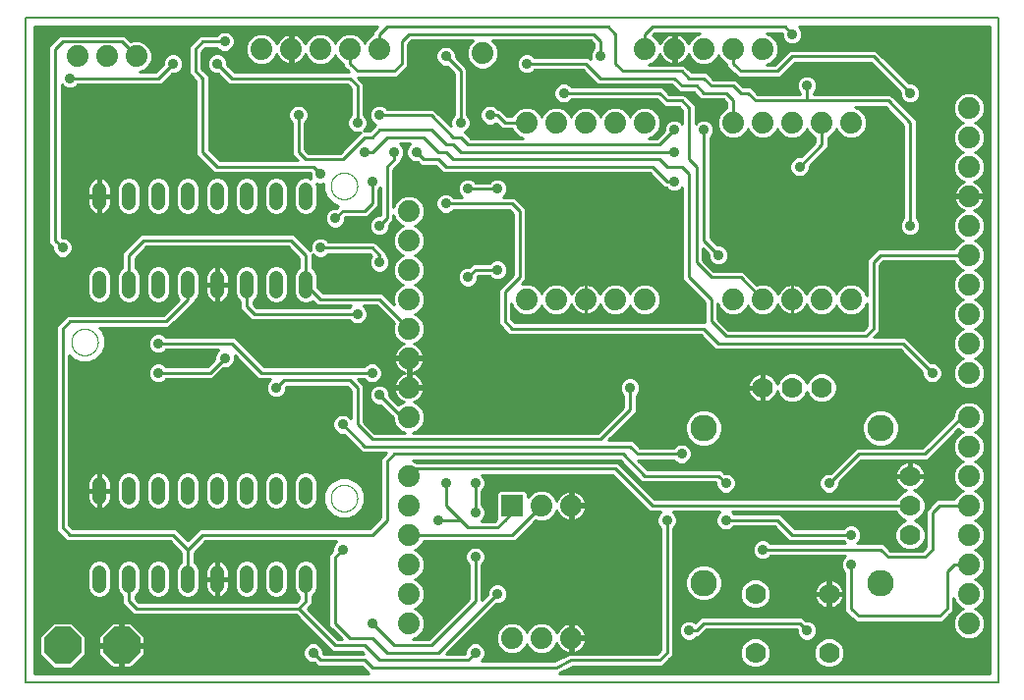
<source format=gbl>
G75*
%MOIN*%
%OFA0B0*%
%FSLAX25Y25*%
%IPPOS*%
%LPD*%
%AMOC8*
5,1,8,0,0,1.08239X$1,22.5*
%
%ADD10C,0.00800*%
%ADD11C,0.00000*%
%ADD12C,0.04800*%
%ADD13C,0.07400*%
%ADD14C,0.09000*%
%ADD15C,0.07000*%
%ADD16R,0.07400X0.07400*%
%ADD17OC8,0.12400*%
%ADD18C,0.01000*%
%ADD19C,0.03562*%
D10*
X0001500Y0002800D02*
X0001500Y0228300D01*
X0331500Y0228300D01*
X0331500Y0002800D01*
X0001500Y0002800D01*
D11*
X0105000Y0065300D02*
X0105002Y0065434D01*
X0105008Y0065568D01*
X0105018Y0065701D01*
X0105032Y0065835D01*
X0105050Y0065968D01*
X0105072Y0066100D01*
X0105097Y0066231D01*
X0105127Y0066362D01*
X0105161Y0066492D01*
X0105198Y0066620D01*
X0105239Y0066748D01*
X0105284Y0066874D01*
X0105333Y0066999D01*
X0105385Y0067122D01*
X0105441Y0067244D01*
X0105501Y0067364D01*
X0105564Y0067482D01*
X0105631Y0067598D01*
X0105701Y0067712D01*
X0105775Y0067824D01*
X0105852Y0067934D01*
X0105932Y0068042D01*
X0106015Y0068147D01*
X0106101Y0068249D01*
X0106190Y0068349D01*
X0106283Y0068446D01*
X0106378Y0068541D01*
X0106476Y0068632D01*
X0106576Y0068721D01*
X0106679Y0068806D01*
X0106785Y0068889D01*
X0106893Y0068968D01*
X0107003Y0069044D01*
X0107116Y0069117D01*
X0107231Y0069186D01*
X0107347Y0069252D01*
X0107466Y0069314D01*
X0107586Y0069373D01*
X0107709Y0069428D01*
X0107832Y0069480D01*
X0107957Y0069527D01*
X0108084Y0069571D01*
X0108212Y0069612D01*
X0108341Y0069648D01*
X0108471Y0069681D01*
X0108602Y0069709D01*
X0108733Y0069734D01*
X0108866Y0069755D01*
X0108999Y0069772D01*
X0109132Y0069785D01*
X0109266Y0069794D01*
X0109400Y0069799D01*
X0109534Y0069800D01*
X0109667Y0069797D01*
X0109801Y0069790D01*
X0109935Y0069779D01*
X0110068Y0069764D01*
X0110201Y0069745D01*
X0110333Y0069722D01*
X0110464Y0069696D01*
X0110594Y0069665D01*
X0110724Y0069630D01*
X0110852Y0069592D01*
X0110979Y0069550D01*
X0111105Y0069504D01*
X0111230Y0069454D01*
X0111353Y0069401D01*
X0111474Y0069344D01*
X0111594Y0069283D01*
X0111711Y0069219D01*
X0111827Y0069152D01*
X0111941Y0069081D01*
X0112052Y0069006D01*
X0112161Y0068929D01*
X0112268Y0068848D01*
X0112373Y0068764D01*
X0112474Y0068677D01*
X0112574Y0068587D01*
X0112670Y0068494D01*
X0112764Y0068398D01*
X0112855Y0068299D01*
X0112942Y0068198D01*
X0113027Y0068094D01*
X0113109Y0067988D01*
X0113187Y0067880D01*
X0113262Y0067769D01*
X0113334Y0067656D01*
X0113403Y0067540D01*
X0113468Y0067423D01*
X0113529Y0067304D01*
X0113587Y0067183D01*
X0113641Y0067061D01*
X0113692Y0066937D01*
X0113739Y0066811D01*
X0113782Y0066684D01*
X0113821Y0066556D01*
X0113857Y0066427D01*
X0113888Y0066297D01*
X0113916Y0066166D01*
X0113940Y0066034D01*
X0113960Y0065901D01*
X0113976Y0065768D01*
X0113988Y0065635D01*
X0113996Y0065501D01*
X0114000Y0065367D01*
X0114000Y0065233D01*
X0113996Y0065099D01*
X0113988Y0064965D01*
X0113976Y0064832D01*
X0113960Y0064699D01*
X0113940Y0064566D01*
X0113916Y0064434D01*
X0113888Y0064303D01*
X0113857Y0064173D01*
X0113821Y0064044D01*
X0113782Y0063916D01*
X0113739Y0063789D01*
X0113692Y0063663D01*
X0113641Y0063539D01*
X0113587Y0063417D01*
X0113529Y0063296D01*
X0113468Y0063177D01*
X0113403Y0063060D01*
X0113334Y0062944D01*
X0113262Y0062831D01*
X0113187Y0062720D01*
X0113109Y0062612D01*
X0113027Y0062506D01*
X0112942Y0062402D01*
X0112855Y0062301D01*
X0112764Y0062202D01*
X0112670Y0062106D01*
X0112574Y0062013D01*
X0112474Y0061923D01*
X0112373Y0061836D01*
X0112268Y0061752D01*
X0112161Y0061671D01*
X0112052Y0061594D01*
X0111941Y0061519D01*
X0111827Y0061448D01*
X0111711Y0061381D01*
X0111594Y0061317D01*
X0111474Y0061256D01*
X0111353Y0061199D01*
X0111230Y0061146D01*
X0111105Y0061096D01*
X0110979Y0061050D01*
X0110852Y0061008D01*
X0110724Y0060970D01*
X0110594Y0060935D01*
X0110464Y0060904D01*
X0110333Y0060878D01*
X0110201Y0060855D01*
X0110068Y0060836D01*
X0109935Y0060821D01*
X0109801Y0060810D01*
X0109667Y0060803D01*
X0109534Y0060800D01*
X0109400Y0060801D01*
X0109266Y0060806D01*
X0109132Y0060815D01*
X0108999Y0060828D01*
X0108866Y0060845D01*
X0108733Y0060866D01*
X0108602Y0060891D01*
X0108471Y0060919D01*
X0108341Y0060952D01*
X0108212Y0060988D01*
X0108084Y0061029D01*
X0107957Y0061073D01*
X0107832Y0061120D01*
X0107709Y0061172D01*
X0107586Y0061227D01*
X0107466Y0061286D01*
X0107347Y0061348D01*
X0107231Y0061414D01*
X0107116Y0061483D01*
X0107003Y0061556D01*
X0106893Y0061632D01*
X0106785Y0061711D01*
X0106679Y0061794D01*
X0106576Y0061879D01*
X0106476Y0061968D01*
X0106378Y0062059D01*
X0106283Y0062154D01*
X0106190Y0062251D01*
X0106101Y0062351D01*
X0106015Y0062453D01*
X0105932Y0062558D01*
X0105852Y0062666D01*
X0105775Y0062776D01*
X0105701Y0062888D01*
X0105631Y0063002D01*
X0105564Y0063118D01*
X0105501Y0063236D01*
X0105441Y0063356D01*
X0105385Y0063478D01*
X0105333Y0063601D01*
X0105284Y0063726D01*
X0105239Y0063852D01*
X0105198Y0063980D01*
X0105161Y0064108D01*
X0105127Y0064238D01*
X0105097Y0064369D01*
X0105072Y0064500D01*
X0105050Y0064632D01*
X0105032Y0064765D01*
X0105018Y0064899D01*
X0105008Y0065032D01*
X0105002Y0065166D01*
X0105000Y0065300D01*
X0017000Y0118300D02*
X0017002Y0118434D01*
X0017008Y0118568D01*
X0017018Y0118701D01*
X0017032Y0118835D01*
X0017050Y0118968D01*
X0017072Y0119100D01*
X0017097Y0119231D01*
X0017127Y0119362D01*
X0017161Y0119492D01*
X0017198Y0119620D01*
X0017239Y0119748D01*
X0017284Y0119874D01*
X0017333Y0119999D01*
X0017385Y0120122D01*
X0017441Y0120244D01*
X0017501Y0120364D01*
X0017564Y0120482D01*
X0017631Y0120598D01*
X0017701Y0120712D01*
X0017775Y0120824D01*
X0017852Y0120934D01*
X0017932Y0121042D01*
X0018015Y0121147D01*
X0018101Y0121249D01*
X0018190Y0121349D01*
X0018283Y0121446D01*
X0018378Y0121541D01*
X0018476Y0121632D01*
X0018576Y0121721D01*
X0018679Y0121806D01*
X0018785Y0121889D01*
X0018893Y0121968D01*
X0019003Y0122044D01*
X0019116Y0122117D01*
X0019231Y0122186D01*
X0019347Y0122252D01*
X0019466Y0122314D01*
X0019586Y0122373D01*
X0019709Y0122428D01*
X0019832Y0122480D01*
X0019957Y0122527D01*
X0020084Y0122571D01*
X0020212Y0122612D01*
X0020341Y0122648D01*
X0020471Y0122681D01*
X0020602Y0122709D01*
X0020733Y0122734D01*
X0020866Y0122755D01*
X0020999Y0122772D01*
X0021132Y0122785D01*
X0021266Y0122794D01*
X0021400Y0122799D01*
X0021534Y0122800D01*
X0021667Y0122797D01*
X0021801Y0122790D01*
X0021935Y0122779D01*
X0022068Y0122764D01*
X0022201Y0122745D01*
X0022333Y0122722D01*
X0022464Y0122696D01*
X0022594Y0122665D01*
X0022724Y0122630D01*
X0022852Y0122592D01*
X0022979Y0122550D01*
X0023105Y0122504D01*
X0023230Y0122454D01*
X0023353Y0122401D01*
X0023474Y0122344D01*
X0023594Y0122283D01*
X0023711Y0122219D01*
X0023827Y0122152D01*
X0023941Y0122081D01*
X0024052Y0122006D01*
X0024161Y0121929D01*
X0024268Y0121848D01*
X0024373Y0121764D01*
X0024474Y0121677D01*
X0024574Y0121587D01*
X0024670Y0121494D01*
X0024764Y0121398D01*
X0024855Y0121299D01*
X0024942Y0121198D01*
X0025027Y0121094D01*
X0025109Y0120988D01*
X0025187Y0120880D01*
X0025262Y0120769D01*
X0025334Y0120656D01*
X0025403Y0120540D01*
X0025468Y0120423D01*
X0025529Y0120304D01*
X0025587Y0120183D01*
X0025641Y0120061D01*
X0025692Y0119937D01*
X0025739Y0119811D01*
X0025782Y0119684D01*
X0025821Y0119556D01*
X0025857Y0119427D01*
X0025888Y0119297D01*
X0025916Y0119166D01*
X0025940Y0119034D01*
X0025960Y0118901D01*
X0025976Y0118768D01*
X0025988Y0118635D01*
X0025996Y0118501D01*
X0026000Y0118367D01*
X0026000Y0118233D01*
X0025996Y0118099D01*
X0025988Y0117965D01*
X0025976Y0117832D01*
X0025960Y0117699D01*
X0025940Y0117566D01*
X0025916Y0117434D01*
X0025888Y0117303D01*
X0025857Y0117173D01*
X0025821Y0117044D01*
X0025782Y0116916D01*
X0025739Y0116789D01*
X0025692Y0116663D01*
X0025641Y0116539D01*
X0025587Y0116417D01*
X0025529Y0116296D01*
X0025468Y0116177D01*
X0025403Y0116060D01*
X0025334Y0115944D01*
X0025262Y0115831D01*
X0025187Y0115720D01*
X0025109Y0115612D01*
X0025027Y0115506D01*
X0024942Y0115402D01*
X0024855Y0115301D01*
X0024764Y0115202D01*
X0024670Y0115106D01*
X0024574Y0115013D01*
X0024474Y0114923D01*
X0024373Y0114836D01*
X0024268Y0114752D01*
X0024161Y0114671D01*
X0024052Y0114594D01*
X0023941Y0114519D01*
X0023827Y0114448D01*
X0023711Y0114381D01*
X0023594Y0114317D01*
X0023474Y0114256D01*
X0023353Y0114199D01*
X0023230Y0114146D01*
X0023105Y0114096D01*
X0022979Y0114050D01*
X0022852Y0114008D01*
X0022724Y0113970D01*
X0022594Y0113935D01*
X0022464Y0113904D01*
X0022333Y0113878D01*
X0022201Y0113855D01*
X0022068Y0113836D01*
X0021935Y0113821D01*
X0021801Y0113810D01*
X0021667Y0113803D01*
X0021534Y0113800D01*
X0021400Y0113801D01*
X0021266Y0113806D01*
X0021132Y0113815D01*
X0020999Y0113828D01*
X0020866Y0113845D01*
X0020733Y0113866D01*
X0020602Y0113891D01*
X0020471Y0113919D01*
X0020341Y0113952D01*
X0020212Y0113988D01*
X0020084Y0114029D01*
X0019957Y0114073D01*
X0019832Y0114120D01*
X0019709Y0114172D01*
X0019586Y0114227D01*
X0019466Y0114286D01*
X0019347Y0114348D01*
X0019231Y0114414D01*
X0019116Y0114483D01*
X0019003Y0114556D01*
X0018893Y0114632D01*
X0018785Y0114711D01*
X0018679Y0114794D01*
X0018576Y0114879D01*
X0018476Y0114968D01*
X0018378Y0115059D01*
X0018283Y0115154D01*
X0018190Y0115251D01*
X0018101Y0115351D01*
X0018015Y0115453D01*
X0017932Y0115558D01*
X0017852Y0115666D01*
X0017775Y0115776D01*
X0017701Y0115888D01*
X0017631Y0116002D01*
X0017564Y0116118D01*
X0017501Y0116236D01*
X0017441Y0116356D01*
X0017385Y0116478D01*
X0017333Y0116601D01*
X0017284Y0116726D01*
X0017239Y0116852D01*
X0017198Y0116980D01*
X0017161Y0117108D01*
X0017127Y0117238D01*
X0017097Y0117369D01*
X0017072Y0117500D01*
X0017050Y0117632D01*
X0017032Y0117765D01*
X0017018Y0117899D01*
X0017008Y0118032D01*
X0017002Y0118166D01*
X0017000Y0118300D01*
X0105000Y0171300D02*
X0105002Y0171434D01*
X0105008Y0171568D01*
X0105018Y0171701D01*
X0105032Y0171835D01*
X0105050Y0171968D01*
X0105072Y0172100D01*
X0105097Y0172231D01*
X0105127Y0172362D01*
X0105161Y0172492D01*
X0105198Y0172620D01*
X0105239Y0172748D01*
X0105284Y0172874D01*
X0105333Y0172999D01*
X0105385Y0173122D01*
X0105441Y0173244D01*
X0105501Y0173364D01*
X0105564Y0173482D01*
X0105631Y0173598D01*
X0105701Y0173712D01*
X0105775Y0173824D01*
X0105852Y0173934D01*
X0105932Y0174042D01*
X0106015Y0174147D01*
X0106101Y0174249D01*
X0106190Y0174349D01*
X0106283Y0174446D01*
X0106378Y0174541D01*
X0106476Y0174632D01*
X0106576Y0174721D01*
X0106679Y0174806D01*
X0106785Y0174889D01*
X0106893Y0174968D01*
X0107003Y0175044D01*
X0107116Y0175117D01*
X0107231Y0175186D01*
X0107347Y0175252D01*
X0107466Y0175314D01*
X0107586Y0175373D01*
X0107709Y0175428D01*
X0107832Y0175480D01*
X0107957Y0175527D01*
X0108084Y0175571D01*
X0108212Y0175612D01*
X0108341Y0175648D01*
X0108471Y0175681D01*
X0108602Y0175709D01*
X0108733Y0175734D01*
X0108866Y0175755D01*
X0108999Y0175772D01*
X0109132Y0175785D01*
X0109266Y0175794D01*
X0109400Y0175799D01*
X0109534Y0175800D01*
X0109667Y0175797D01*
X0109801Y0175790D01*
X0109935Y0175779D01*
X0110068Y0175764D01*
X0110201Y0175745D01*
X0110333Y0175722D01*
X0110464Y0175696D01*
X0110594Y0175665D01*
X0110724Y0175630D01*
X0110852Y0175592D01*
X0110979Y0175550D01*
X0111105Y0175504D01*
X0111230Y0175454D01*
X0111353Y0175401D01*
X0111474Y0175344D01*
X0111594Y0175283D01*
X0111711Y0175219D01*
X0111827Y0175152D01*
X0111941Y0175081D01*
X0112052Y0175006D01*
X0112161Y0174929D01*
X0112268Y0174848D01*
X0112373Y0174764D01*
X0112474Y0174677D01*
X0112574Y0174587D01*
X0112670Y0174494D01*
X0112764Y0174398D01*
X0112855Y0174299D01*
X0112942Y0174198D01*
X0113027Y0174094D01*
X0113109Y0173988D01*
X0113187Y0173880D01*
X0113262Y0173769D01*
X0113334Y0173656D01*
X0113403Y0173540D01*
X0113468Y0173423D01*
X0113529Y0173304D01*
X0113587Y0173183D01*
X0113641Y0173061D01*
X0113692Y0172937D01*
X0113739Y0172811D01*
X0113782Y0172684D01*
X0113821Y0172556D01*
X0113857Y0172427D01*
X0113888Y0172297D01*
X0113916Y0172166D01*
X0113940Y0172034D01*
X0113960Y0171901D01*
X0113976Y0171768D01*
X0113988Y0171635D01*
X0113996Y0171501D01*
X0114000Y0171367D01*
X0114000Y0171233D01*
X0113996Y0171099D01*
X0113988Y0170965D01*
X0113976Y0170832D01*
X0113960Y0170699D01*
X0113940Y0170566D01*
X0113916Y0170434D01*
X0113888Y0170303D01*
X0113857Y0170173D01*
X0113821Y0170044D01*
X0113782Y0169916D01*
X0113739Y0169789D01*
X0113692Y0169663D01*
X0113641Y0169539D01*
X0113587Y0169417D01*
X0113529Y0169296D01*
X0113468Y0169177D01*
X0113403Y0169060D01*
X0113334Y0168944D01*
X0113262Y0168831D01*
X0113187Y0168720D01*
X0113109Y0168612D01*
X0113027Y0168506D01*
X0112942Y0168402D01*
X0112855Y0168301D01*
X0112764Y0168202D01*
X0112670Y0168106D01*
X0112574Y0168013D01*
X0112474Y0167923D01*
X0112373Y0167836D01*
X0112268Y0167752D01*
X0112161Y0167671D01*
X0112052Y0167594D01*
X0111941Y0167519D01*
X0111827Y0167448D01*
X0111711Y0167381D01*
X0111594Y0167317D01*
X0111474Y0167256D01*
X0111353Y0167199D01*
X0111230Y0167146D01*
X0111105Y0167096D01*
X0110979Y0167050D01*
X0110852Y0167008D01*
X0110724Y0166970D01*
X0110594Y0166935D01*
X0110464Y0166904D01*
X0110333Y0166878D01*
X0110201Y0166855D01*
X0110068Y0166836D01*
X0109935Y0166821D01*
X0109801Y0166810D01*
X0109667Y0166803D01*
X0109534Y0166800D01*
X0109400Y0166801D01*
X0109266Y0166806D01*
X0109132Y0166815D01*
X0108999Y0166828D01*
X0108866Y0166845D01*
X0108733Y0166866D01*
X0108602Y0166891D01*
X0108471Y0166919D01*
X0108341Y0166952D01*
X0108212Y0166988D01*
X0108084Y0167029D01*
X0107957Y0167073D01*
X0107832Y0167120D01*
X0107709Y0167172D01*
X0107586Y0167227D01*
X0107466Y0167286D01*
X0107347Y0167348D01*
X0107231Y0167414D01*
X0107116Y0167483D01*
X0107003Y0167556D01*
X0106893Y0167632D01*
X0106785Y0167711D01*
X0106679Y0167794D01*
X0106576Y0167879D01*
X0106476Y0167968D01*
X0106378Y0168059D01*
X0106283Y0168154D01*
X0106190Y0168251D01*
X0106101Y0168351D01*
X0106015Y0168453D01*
X0105932Y0168558D01*
X0105852Y0168666D01*
X0105775Y0168776D01*
X0105701Y0168888D01*
X0105631Y0169002D01*
X0105564Y0169118D01*
X0105501Y0169236D01*
X0105441Y0169356D01*
X0105385Y0169478D01*
X0105333Y0169601D01*
X0105284Y0169726D01*
X0105239Y0169852D01*
X0105198Y0169980D01*
X0105161Y0170108D01*
X0105127Y0170238D01*
X0105097Y0170369D01*
X0105072Y0170500D01*
X0105050Y0170632D01*
X0105032Y0170765D01*
X0105018Y0170899D01*
X0105008Y0171032D01*
X0105002Y0171166D01*
X0105000Y0171300D01*
D12*
X0096500Y0170200D02*
X0096500Y0165400D01*
X0086500Y0165400D02*
X0086500Y0170200D01*
X0076500Y0170200D02*
X0076500Y0165400D01*
X0066500Y0165400D02*
X0066500Y0170200D01*
X0056500Y0170200D02*
X0056500Y0165400D01*
X0046500Y0165400D02*
X0046500Y0170200D01*
X0036500Y0170200D02*
X0036500Y0165400D01*
X0026500Y0165400D02*
X0026500Y0170200D01*
X0026500Y0140200D02*
X0026500Y0135400D01*
X0036500Y0135400D02*
X0036500Y0140200D01*
X0046500Y0140200D02*
X0046500Y0135400D01*
X0056500Y0135400D02*
X0056500Y0140200D01*
X0066500Y0140200D02*
X0066500Y0135400D01*
X0076500Y0135400D02*
X0076500Y0140200D01*
X0086500Y0140200D02*
X0086500Y0135400D01*
X0096500Y0135400D02*
X0096500Y0140200D01*
X0096500Y0070200D02*
X0096500Y0065400D01*
X0086500Y0065400D02*
X0086500Y0070200D01*
X0076500Y0070200D02*
X0076500Y0065400D01*
X0066500Y0065400D02*
X0066500Y0070200D01*
X0056500Y0070200D02*
X0056500Y0065400D01*
X0046500Y0065400D02*
X0046500Y0070200D01*
X0036500Y0070200D02*
X0036500Y0065400D01*
X0026500Y0065400D02*
X0026500Y0070200D01*
X0026500Y0040200D02*
X0026500Y0035400D01*
X0036500Y0035400D02*
X0036500Y0040200D01*
X0046500Y0040200D02*
X0046500Y0035400D01*
X0056500Y0035400D02*
X0056500Y0040200D01*
X0066500Y0040200D02*
X0066500Y0035400D01*
X0076500Y0035400D02*
X0076500Y0040200D01*
X0086500Y0040200D02*
X0086500Y0035400D01*
X0096500Y0035400D02*
X0096500Y0040200D01*
D13*
X0131500Y0042800D03*
X0131500Y0052800D03*
X0131500Y0062800D03*
X0131500Y0072800D03*
X0131500Y0092800D03*
X0131500Y0102800D03*
X0131500Y0112800D03*
X0131500Y0122800D03*
X0131500Y0132800D03*
X0131500Y0142800D03*
X0131500Y0152800D03*
X0131500Y0162800D03*
X0171500Y0132800D03*
X0181500Y0132800D03*
X0191500Y0132800D03*
X0201500Y0132800D03*
X0211500Y0132800D03*
X0241500Y0132800D03*
X0251500Y0132800D03*
X0261500Y0132800D03*
X0271500Y0132800D03*
X0281500Y0132800D03*
X0321500Y0127800D03*
X0321500Y0117800D03*
X0321500Y0107800D03*
X0321500Y0092800D03*
X0321500Y0082800D03*
X0321500Y0072800D03*
X0321500Y0062800D03*
X0321500Y0052800D03*
X0321500Y0042800D03*
X0321500Y0032800D03*
X0321500Y0022800D03*
X0321500Y0137800D03*
X0321500Y0147800D03*
X0321500Y0157800D03*
X0321500Y0167800D03*
X0321500Y0177800D03*
X0321500Y0187800D03*
X0321500Y0197800D03*
X0281500Y0192800D03*
X0271500Y0192800D03*
X0261500Y0192800D03*
X0251500Y0192800D03*
X0241500Y0192800D03*
X0241500Y0217800D03*
X0231500Y0217800D03*
X0221500Y0217800D03*
X0211500Y0217800D03*
X0211500Y0192800D03*
X0201500Y0192800D03*
X0191500Y0192800D03*
X0181500Y0192800D03*
X0171500Y0192800D03*
X0156500Y0216300D03*
X0121500Y0217800D03*
X0111500Y0217800D03*
X0101500Y0217800D03*
X0091500Y0217800D03*
X0081500Y0217800D03*
X0039000Y0215300D03*
X0029000Y0215300D03*
X0019000Y0215300D03*
X0176500Y0062741D03*
X0186500Y0062741D03*
X0186500Y0017800D03*
X0176500Y0017800D03*
X0166500Y0017800D03*
X0131500Y0022800D03*
X0131500Y0032800D03*
X0251500Y0217800D03*
D14*
X0231500Y0089050D03*
X0231500Y0036550D03*
X0291500Y0036550D03*
X0291500Y0089050D03*
D15*
X0301500Y0072800D03*
X0301500Y0062800D03*
X0301500Y0052800D03*
X0274000Y0032800D03*
X0274000Y0012800D03*
X0249000Y0012800D03*
X0249000Y0032800D03*
X0251500Y0102800D03*
X0261500Y0102800D03*
X0271500Y0102800D03*
D16*
X0166500Y0062741D03*
D17*
X0034000Y0015300D03*
X0014000Y0015300D03*
D18*
X0019699Y0020773D02*
X0028584Y0020773D01*
X0029582Y0021772D02*
X0018701Y0021772D01*
X0017702Y0022770D02*
X0030581Y0022770D01*
X0030811Y0023000D02*
X0026300Y0018489D01*
X0026300Y0015800D01*
X0033500Y0015800D01*
X0033500Y0023000D01*
X0030811Y0023000D01*
X0033500Y0022770D02*
X0034500Y0022770D01*
X0034500Y0023000D02*
X0034500Y0015800D01*
X0033500Y0015800D01*
X0033500Y0014800D01*
X0026300Y0014800D01*
X0026300Y0012111D01*
X0030811Y0007600D01*
X0033500Y0007600D01*
X0033500Y0014800D01*
X0034500Y0014800D01*
X0034500Y0015800D01*
X0041700Y0015800D01*
X0041700Y0018489D01*
X0037189Y0023000D01*
X0034500Y0023000D01*
X0034500Y0021772D02*
X0033500Y0021772D01*
X0033500Y0020773D02*
X0034500Y0020773D01*
X0034500Y0019775D02*
X0033500Y0019775D01*
X0033500Y0018776D02*
X0034500Y0018776D01*
X0034500Y0017778D02*
X0033500Y0017778D01*
X0033500Y0016779D02*
X0034500Y0016779D01*
X0034500Y0015781D02*
X0097099Y0015781D01*
X0097028Y0015751D02*
X0096049Y0014772D01*
X0095519Y0013492D01*
X0095519Y0012108D01*
X0096049Y0010828D01*
X0097028Y0009849D01*
X0098308Y0009319D01*
X0099370Y0009319D01*
X0100589Y0008100D01*
X0115589Y0008100D01*
X0116800Y0006889D01*
X0117989Y0005700D01*
X0004400Y0005700D01*
X0004400Y0225400D01*
X0120989Y0225400D01*
X0120589Y0225000D01*
X0119300Y0223711D01*
X0119300Y0222734D01*
X0118441Y0222378D01*
X0116922Y0220859D01*
X0116500Y0219840D01*
X0116078Y0220859D01*
X0114559Y0222378D01*
X0112574Y0223200D01*
X0110426Y0223200D01*
X0108441Y0222378D01*
X0106922Y0220859D01*
X0106500Y0219840D01*
X0106078Y0220859D01*
X0104559Y0222378D01*
X0102574Y0223200D01*
X0100426Y0223200D01*
X0098441Y0222378D01*
X0096922Y0220859D01*
X0096391Y0219576D01*
X0096319Y0219796D01*
X0095947Y0220525D01*
X0095466Y0221188D01*
X0094888Y0221766D01*
X0094225Y0222247D01*
X0093496Y0222619D01*
X0092718Y0222872D01*
X0092000Y0222986D01*
X0092000Y0218300D01*
X0091000Y0218300D01*
X0091000Y0222986D01*
X0090282Y0222872D01*
X0089504Y0222619D01*
X0088775Y0222247D01*
X0088112Y0221766D01*
X0087534Y0221188D01*
X0087053Y0220525D01*
X0086681Y0219796D01*
X0086609Y0219576D01*
X0086078Y0220859D01*
X0084559Y0222378D01*
X0082574Y0223200D01*
X0080426Y0223200D01*
X0078441Y0222378D01*
X0076922Y0220859D01*
X0076100Y0218874D01*
X0076100Y0216726D01*
X0076922Y0214741D01*
X0078441Y0213222D01*
X0080426Y0212400D01*
X0082574Y0212400D01*
X0084559Y0213222D01*
X0086078Y0214741D01*
X0086609Y0216024D01*
X0086681Y0215804D01*
X0087053Y0215075D01*
X0087534Y0214412D01*
X0088112Y0213834D01*
X0088775Y0213353D01*
X0089504Y0212981D01*
X0090282Y0212728D01*
X0091000Y0212614D01*
X0091000Y0217300D01*
X0092000Y0217300D01*
X0092000Y0212614D01*
X0092718Y0212728D01*
X0093496Y0212981D01*
X0094225Y0213353D01*
X0094888Y0213834D01*
X0095466Y0214412D01*
X0095947Y0215075D01*
X0096319Y0215804D01*
X0096391Y0216024D01*
X0096922Y0214741D01*
X0098441Y0213222D01*
X0100426Y0212400D01*
X0102574Y0212400D01*
X0104559Y0213222D01*
X0106078Y0214741D01*
X0106500Y0215760D01*
X0106922Y0214741D01*
X0108441Y0213222D01*
X0109300Y0212866D01*
X0109300Y0211889D01*
X0110589Y0210600D01*
X0111189Y0210000D01*
X0072411Y0210000D01*
X0069981Y0212430D01*
X0069981Y0213492D01*
X0069451Y0214772D01*
X0068472Y0215751D01*
X0067192Y0216281D01*
X0065808Y0216281D01*
X0064528Y0215751D01*
X0063549Y0214772D01*
X0063019Y0213492D01*
X0063019Y0212108D01*
X0063549Y0210828D01*
X0064528Y0209849D01*
X0065808Y0209319D01*
X0066870Y0209319D01*
X0069300Y0206889D01*
X0070589Y0205600D01*
X0110589Y0205600D01*
X0111800Y0204389D01*
X0111800Y0195523D01*
X0111049Y0194772D01*
X0110519Y0193492D01*
X0110519Y0192108D01*
X0111049Y0190828D01*
X0112028Y0189849D01*
X0113308Y0189319D01*
X0114692Y0189319D01*
X0115060Y0189471D01*
X0114300Y0188711D01*
X0108089Y0182500D01*
X0097411Y0182500D01*
X0096200Y0183711D01*
X0096200Y0192577D01*
X0096951Y0193328D01*
X0097481Y0194608D01*
X0097481Y0195992D01*
X0096951Y0197272D01*
X0095972Y0198251D01*
X0094692Y0198781D01*
X0093308Y0198781D01*
X0092028Y0198251D01*
X0091049Y0197272D01*
X0090519Y0195992D01*
X0090519Y0194608D01*
X0091049Y0193328D01*
X0091800Y0192577D01*
X0091800Y0181889D01*
X0093689Y0180000D01*
X0067411Y0180000D01*
X0063700Y0183711D01*
X0063700Y0208711D01*
X0061200Y0211211D01*
X0061200Y0216889D01*
X0062411Y0218100D01*
X0066277Y0218100D01*
X0067028Y0217349D01*
X0068308Y0216819D01*
X0069692Y0216819D01*
X0070972Y0217349D01*
X0071951Y0218328D01*
X0072481Y0219608D01*
X0072481Y0220992D01*
X0071951Y0222272D01*
X0070972Y0223251D01*
X0069692Y0223781D01*
X0068308Y0223781D01*
X0067028Y0223251D01*
X0066277Y0222500D01*
X0060589Y0222500D01*
X0059300Y0221211D01*
X0056800Y0218711D01*
X0056800Y0209389D01*
X0058089Y0208100D01*
X0059300Y0206889D01*
X0059300Y0181889D01*
X0064300Y0176889D01*
X0064300Y0176889D01*
X0065589Y0175600D01*
X0098019Y0175600D01*
X0098019Y0174608D01*
X0098318Y0173885D01*
X0097316Y0174300D01*
X0095684Y0174300D01*
X0094178Y0173676D01*
X0093024Y0172522D01*
X0092400Y0171016D01*
X0092400Y0164584D01*
X0093024Y0163078D01*
X0094178Y0161924D01*
X0095684Y0161300D01*
X0097316Y0161300D01*
X0098822Y0161924D01*
X0099976Y0163078D01*
X0100600Y0164584D01*
X0100600Y0171016D01*
X0100155Y0172089D01*
X0100808Y0171819D01*
X0102192Y0171819D01*
X0102500Y0171946D01*
X0102500Y0169908D01*
X0103566Y0167335D01*
X0105535Y0165366D01*
X0107599Y0164511D01*
X0106870Y0163781D01*
X0105808Y0163781D01*
X0104528Y0163251D01*
X0103549Y0162272D01*
X0103019Y0160992D01*
X0103019Y0159608D01*
X0103549Y0158328D01*
X0104528Y0157349D01*
X0105808Y0156819D01*
X0107192Y0156819D01*
X0108472Y0157349D01*
X0109451Y0158328D01*
X0109981Y0159608D01*
X0109981Y0160600D01*
X0117411Y0160600D01*
X0119911Y0163100D01*
X0121200Y0164389D01*
X0121200Y0170077D01*
X0121800Y0170677D01*
X0121800Y0161281D01*
X0120808Y0161281D01*
X0119528Y0160751D01*
X0118549Y0159772D01*
X0118019Y0158492D01*
X0118019Y0157108D01*
X0118549Y0155828D01*
X0119528Y0154849D01*
X0120808Y0154319D01*
X0122192Y0154319D01*
X0123472Y0154849D01*
X0124451Y0155828D01*
X0124981Y0157108D01*
X0124981Y0158170D01*
X0126200Y0159389D01*
X0126200Y0161484D01*
X0126922Y0159741D01*
X0128441Y0158222D01*
X0129460Y0157800D01*
X0128441Y0157378D01*
X0126922Y0155859D01*
X0126100Y0153874D01*
X0126100Y0151726D01*
X0126922Y0149741D01*
X0128441Y0148222D01*
X0129460Y0147800D01*
X0128441Y0147378D01*
X0126922Y0145859D01*
X0126100Y0143874D01*
X0126100Y0141726D01*
X0126922Y0139741D01*
X0128441Y0138222D01*
X0129460Y0137800D01*
X0128441Y0137378D01*
X0126922Y0135859D01*
X0126100Y0133874D01*
X0126100Y0131726D01*
X0126393Y0131018D01*
X0122411Y0135000D01*
X0102411Y0135000D01*
X0100600Y0136811D01*
X0100600Y0141016D01*
X0099976Y0142522D01*
X0098822Y0143676D01*
X0098700Y0143727D01*
X0098700Y0148177D01*
X0099528Y0147349D01*
X0100808Y0146819D01*
X0102192Y0146819D01*
X0103472Y0147349D01*
X0104223Y0148100D01*
X0118089Y0148100D01*
X0118733Y0147456D01*
X0118549Y0147272D01*
X0118019Y0145992D01*
X0118019Y0144608D01*
X0118549Y0143328D01*
X0119528Y0142349D01*
X0120808Y0141819D01*
X0122192Y0141819D01*
X0123472Y0142349D01*
X0124451Y0143328D01*
X0124981Y0144608D01*
X0124981Y0145992D01*
X0124451Y0147272D01*
X0123700Y0148023D01*
X0123700Y0148711D01*
X0119911Y0152500D01*
X0104223Y0152500D01*
X0103472Y0153251D01*
X0102192Y0153781D01*
X0100808Y0153781D01*
X0099528Y0153251D01*
X0098549Y0152272D01*
X0098019Y0150992D01*
X0098019Y0149608D01*
X0098171Y0149240D01*
X0097411Y0150000D01*
X0092411Y0155000D01*
X0040589Y0155000D01*
X0039300Y0153711D01*
X0034300Y0148711D01*
X0034300Y0143727D01*
X0034178Y0143676D01*
X0033024Y0142522D01*
X0032400Y0141016D01*
X0032400Y0134584D01*
X0033024Y0133078D01*
X0034178Y0131924D01*
X0035684Y0131300D01*
X0037316Y0131300D01*
X0038822Y0131924D01*
X0039976Y0133078D01*
X0040600Y0134584D01*
X0040600Y0141016D01*
X0039976Y0142522D01*
X0038822Y0143676D01*
X0038700Y0143727D01*
X0038700Y0146889D01*
X0042411Y0150600D01*
X0090589Y0150600D01*
X0094300Y0146889D01*
X0094300Y0143727D01*
X0094178Y0143676D01*
X0093024Y0142522D01*
X0092400Y0141016D01*
X0092400Y0134584D01*
X0093024Y0133078D01*
X0094178Y0131924D01*
X0095684Y0131300D01*
X0097316Y0131300D01*
X0098822Y0131924D01*
X0099043Y0132145D01*
X0099300Y0131889D01*
X0100589Y0130600D01*
X0111877Y0130600D01*
X0111277Y0130000D01*
X0079911Y0130000D01*
X0078700Y0131211D01*
X0078700Y0131873D01*
X0078822Y0131924D01*
X0079976Y0133078D01*
X0080600Y0134584D01*
X0080600Y0141016D01*
X0079976Y0142522D01*
X0078822Y0143676D01*
X0077316Y0144300D01*
X0075684Y0144300D01*
X0074178Y0143676D01*
X0073024Y0142522D01*
X0072400Y0141016D01*
X0072400Y0134584D01*
X0073024Y0133078D01*
X0074178Y0131924D01*
X0074300Y0131873D01*
X0074300Y0129389D01*
X0076800Y0126889D01*
X0076800Y0126889D01*
X0078089Y0125600D01*
X0111277Y0125600D01*
X0112028Y0124849D01*
X0113308Y0124319D01*
X0114692Y0124319D01*
X0115972Y0124849D01*
X0116951Y0125828D01*
X0117481Y0127108D01*
X0117481Y0128492D01*
X0116951Y0129772D01*
X0116123Y0130600D01*
X0120589Y0130600D01*
X0126456Y0124733D01*
X0126100Y0123874D01*
X0126100Y0121726D01*
X0126922Y0119741D01*
X0128441Y0118222D01*
X0129724Y0117691D01*
X0129504Y0117619D01*
X0128775Y0117247D01*
X0128112Y0116766D01*
X0127534Y0116188D01*
X0127053Y0115525D01*
X0126681Y0114796D01*
X0126428Y0114018D01*
X0126314Y0113300D01*
X0131000Y0113300D01*
X0131000Y0112300D01*
X0126314Y0112300D01*
X0126428Y0111582D01*
X0126681Y0110804D01*
X0127053Y0110075D01*
X0127534Y0109412D01*
X0128112Y0108834D01*
X0128775Y0108353D01*
X0129504Y0107981D01*
X0130061Y0107800D01*
X0129504Y0107619D01*
X0128775Y0107247D01*
X0128112Y0106766D01*
X0127534Y0106188D01*
X0127053Y0105525D01*
X0126681Y0104796D01*
X0126428Y0104018D01*
X0126314Y0103300D01*
X0131000Y0103300D01*
X0131000Y0107986D01*
X0131000Y0112300D01*
X0132000Y0112300D01*
X0132000Y0113300D01*
X0136686Y0113300D01*
X0136572Y0114018D01*
X0136319Y0114796D01*
X0135947Y0115525D01*
X0135466Y0116188D01*
X0134888Y0116766D01*
X0134225Y0117247D01*
X0133496Y0117619D01*
X0133276Y0117691D01*
X0134559Y0118222D01*
X0136078Y0119741D01*
X0136900Y0121726D01*
X0136900Y0123874D01*
X0136078Y0125859D01*
X0134559Y0127378D01*
X0133540Y0127800D01*
X0134559Y0128222D01*
X0136078Y0129741D01*
X0136900Y0131726D01*
X0136900Y0133874D01*
X0136078Y0135859D01*
X0134559Y0137378D01*
X0133540Y0137800D01*
X0134559Y0138222D01*
X0136078Y0139741D01*
X0136900Y0141726D01*
X0136900Y0143874D01*
X0136078Y0145859D01*
X0134559Y0147378D01*
X0133540Y0147800D01*
X0134559Y0148222D01*
X0136078Y0149741D01*
X0136900Y0151726D01*
X0136900Y0153874D01*
X0136078Y0155859D01*
X0134559Y0157378D01*
X0133540Y0157800D01*
X0134559Y0158222D01*
X0136078Y0159741D01*
X0136900Y0161726D01*
X0136900Y0163874D01*
X0136078Y0165859D01*
X0134559Y0167378D01*
X0132574Y0168200D01*
X0130426Y0168200D01*
X0128441Y0167378D01*
X0126922Y0165859D01*
X0126200Y0164116D01*
X0126200Y0176889D01*
X0127411Y0178100D01*
X0128700Y0179389D01*
X0128700Y0180077D01*
X0129451Y0180828D01*
X0129981Y0182108D01*
X0129981Y0183492D01*
X0129451Y0184772D01*
X0128623Y0185600D01*
X0131877Y0185600D01*
X0131049Y0184772D01*
X0130519Y0183492D01*
X0130519Y0182108D01*
X0131049Y0180828D01*
X0132028Y0179849D01*
X0133308Y0179319D01*
X0134370Y0179319D01*
X0135589Y0178100D01*
X0140589Y0178100D01*
X0143089Y0175600D01*
X0213089Y0175600D01*
X0216800Y0171889D01*
X0216800Y0171889D01*
X0218089Y0170600D01*
X0218777Y0170600D01*
X0219528Y0169849D01*
X0220808Y0169319D01*
X0222192Y0169319D01*
X0223472Y0169849D01*
X0224300Y0170677D01*
X0224300Y0139389D01*
X0231800Y0131889D01*
X0231800Y0125000D01*
X0167411Y0125000D01*
X0166200Y0126211D01*
X0166200Y0131484D01*
X0166922Y0129741D01*
X0168441Y0128222D01*
X0170426Y0127400D01*
X0172574Y0127400D01*
X0174559Y0128222D01*
X0176078Y0129741D01*
X0176500Y0130760D01*
X0176922Y0129741D01*
X0178441Y0128222D01*
X0180426Y0127400D01*
X0182574Y0127400D01*
X0184559Y0128222D01*
X0186078Y0129741D01*
X0186609Y0131024D01*
X0186681Y0130804D01*
X0187053Y0130075D01*
X0187534Y0129412D01*
X0188112Y0128834D01*
X0188775Y0128353D01*
X0189504Y0127981D01*
X0190282Y0127728D01*
X0191091Y0127600D01*
X0191360Y0127600D01*
X0191360Y0132660D01*
X0191640Y0132660D01*
X0191640Y0127600D01*
X0191909Y0127600D01*
X0192718Y0127728D01*
X0193496Y0127981D01*
X0194225Y0128353D01*
X0194888Y0128834D01*
X0195466Y0129412D01*
X0195947Y0130075D01*
X0196319Y0130804D01*
X0196391Y0131024D01*
X0196922Y0129741D01*
X0198441Y0128222D01*
X0200426Y0127400D01*
X0202574Y0127400D01*
X0204559Y0128222D01*
X0206078Y0129741D01*
X0206500Y0130760D01*
X0206922Y0129741D01*
X0208441Y0128222D01*
X0210426Y0127400D01*
X0212574Y0127400D01*
X0214559Y0128222D01*
X0216078Y0129741D01*
X0216900Y0131726D01*
X0216900Y0133874D01*
X0216078Y0135859D01*
X0214559Y0137378D01*
X0212574Y0138200D01*
X0210426Y0138200D01*
X0208441Y0137378D01*
X0206922Y0135859D01*
X0206500Y0134840D01*
X0206078Y0135859D01*
X0204559Y0137378D01*
X0202574Y0138200D01*
X0200426Y0138200D01*
X0198441Y0137378D01*
X0196922Y0135859D01*
X0196391Y0134576D01*
X0196319Y0134796D01*
X0195947Y0135525D01*
X0195466Y0136188D01*
X0194888Y0136766D01*
X0194225Y0137247D01*
X0193496Y0137619D01*
X0192718Y0137872D01*
X0191909Y0138000D01*
X0191640Y0138000D01*
X0191640Y0132940D01*
X0191360Y0132940D01*
X0191360Y0138000D01*
X0191091Y0138000D01*
X0190282Y0137872D01*
X0189504Y0137619D01*
X0188775Y0137247D01*
X0188112Y0136766D01*
X0187534Y0136188D01*
X0187053Y0135525D01*
X0186681Y0134796D01*
X0186609Y0134576D01*
X0186078Y0135859D01*
X0184559Y0137378D01*
X0182574Y0138200D01*
X0180426Y0138200D01*
X0178441Y0137378D01*
X0176922Y0135859D01*
X0176500Y0134840D01*
X0176078Y0135859D01*
X0174559Y0137378D01*
X0172574Y0138200D01*
X0170426Y0138200D01*
X0169718Y0137907D01*
X0171200Y0139389D01*
X0171200Y0163711D01*
X0169911Y0165000D01*
X0167411Y0167500D01*
X0163623Y0167500D01*
X0164451Y0168328D01*
X0164981Y0169608D01*
X0164981Y0170992D01*
X0164451Y0172272D01*
X0163472Y0173251D01*
X0162192Y0173781D01*
X0160808Y0173781D01*
X0159528Y0173251D01*
X0158777Y0172500D01*
X0154223Y0172500D01*
X0153472Y0173251D01*
X0152192Y0173781D01*
X0150808Y0173781D01*
X0149528Y0173251D01*
X0148549Y0172272D01*
X0148019Y0170992D01*
X0148019Y0169608D01*
X0148549Y0168328D01*
X0149377Y0167500D01*
X0146723Y0167500D01*
X0145972Y0168251D01*
X0144692Y0168781D01*
X0143308Y0168781D01*
X0142028Y0168251D01*
X0141049Y0167272D01*
X0140519Y0165992D01*
X0140519Y0164608D01*
X0141049Y0163328D01*
X0142028Y0162349D01*
X0143308Y0161819D01*
X0144692Y0161819D01*
X0145972Y0162349D01*
X0146723Y0163100D01*
X0165589Y0163100D01*
X0166800Y0161889D01*
X0166800Y0141211D01*
X0161800Y0136211D01*
X0161800Y0124389D01*
X0163089Y0123100D01*
X0164300Y0121889D01*
X0164300Y0121889D01*
X0165589Y0120600D01*
X0230589Y0120600D01*
X0234300Y0116889D01*
X0235589Y0115600D01*
X0298089Y0115600D01*
X0305519Y0108170D01*
X0305519Y0107108D01*
X0306049Y0105828D01*
X0307028Y0104849D01*
X0308308Y0104319D01*
X0309692Y0104319D01*
X0310972Y0104849D01*
X0311951Y0105828D01*
X0312481Y0107108D01*
X0312481Y0108492D01*
X0311951Y0109772D01*
X0310972Y0110751D01*
X0309692Y0111281D01*
X0308630Y0111281D01*
X0299911Y0120000D01*
X0289311Y0120000D01*
X0291200Y0121889D01*
X0291200Y0144389D01*
X0292411Y0145600D01*
X0316566Y0145600D01*
X0316922Y0144741D01*
X0318441Y0143222D01*
X0319460Y0142800D01*
X0318441Y0142378D01*
X0316922Y0140859D01*
X0316100Y0138874D01*
X0316100Y0136726D01*
X0316922Y0134741D01*
X0318441Y0133222D01*
X0319460Y0132800D01*
X0318441Y0132378D01*
X0316922Y0130859D01*
X0316100Y0128874D01*
X0316100Y0126726D01*
X0316922Y0124741D01*
X0318441Y0123222D01*
X0319460Y0122800D01*
X0318441Y0122378D01*
X0316922Y0120859D01*
X0316100Y0118874D01*
X0316100Y0116726D01*
X0316922Y0114741D01*
X0318441Y0113222D01*
X0319460Y0112800D01*
X0318441Y0112378D01*
X0316922Y0110859D01*
X0316100Y0108874D01*
X0316100Y0106726D01*
X0316922Y0104741D01*
X0318441Y0103222D01*
X0320426Y0102400D01*
X0322574Y0102400D01*
X0324559Y0103222D01*
X0326078Y0104741D01*
X0326900Y0106726D01*
X0326900Y0108874D01*
X0326078Y0110859D01*
X0324559Y0112378D01*
X0323540Y0112800D01*
X0324559Y0113222D01*
X0326078Y0114741D01*
X0326900Y0116726D01*
X0326900Y0118874D01*
X0326078Y0120859D01*
X0324559Y0122378D01*
X0323540Y0122800D01*
X0324559Y0123222D01*
X0326078Y0124741D01*
X0326900Y0126726D01*
X0326900Y0128874D01*
X0326078Y0130859D01*
X0324559Y0132378D01*
X0323540Y0132800D01*
X0324559Y0133222D01*
X0326078Y0134741D01*
X0326900Y0136726D01*
X0326900Y0138874D01*
X0326078Y0140859D01*
X0324559Y0142378D01*
X0323540Y0142800D01*
X0324559Y0143222D01*
X0326078Y0144741D01*
X0326900Y0146726D01*
X0326900Y0148874D01*
X0326078Y0150859D01*
X0324559Y0152378D01*
X0323540Y0152800D01*
X0324559Y0153222D01*
X0326078Y0154741D01*
X0326900Y0156726D01*
X0326900Y0158874D01*
X0326078Y0160859D01*
X0324559Y0162378D01*
X0323276Y0162909D01*
X0323496Y0162981D01*
X0324225Y0163353D01*
X0324888Y0163834D01*
X0325466Y0164412D01*
X0325947Y0165075D01*
X0326319Y0165804D01*
X0326572Y0166582D01*
X0326686Y0167300D01*
X0322000Y0167300D01*
X0322000Y0168300D01*
X0326686Y0168300D01*
X0326572Y0169018D01*
X0326319Y0169796D01*
X0325947Y0170525D01*
X0325466Y0171188D01*
X0324888Y0171766D01*
X0324225Y0172247D01*
X0323496Y0172619D01*
X0323276Y0172691D01*
X0324559Y0173222D01*
X0326078Y0174741D01*
X0326900Y0176726D01*
X0326900Y0178874D01*
X0326078Y0180859D01*
X0324559Y0182378D01*
X0323540Y0182800D01*
X0324559Y0183222D01*
X0326078Y0184741D01*
X0326900Y0186726D01*
X0326900Y0188874D01*
X0326078Y0190859D01*
X0324559Y0192378D01*
X0323540Y0192800D01*
X0324559Y0193222D01*
X0326078Y0194741D01*
X0326900Y0196726D01*
X0326900Y0198874D01*
X0326078Y0200859D01*
X0324559Y0202378D01*
X0322574Y0203200D01*
X0320426Y0203200D01*
X0318441Y0202378D01*
X0316922Y0200859D01*
X0316100Y0198874D01*
X0316100Y0196726D01*
X0316922Y0194741D01*
X0318441Y0193222D01*
X0319460Y0192800D01*
X0318441Y0192378D01*
X0316922Y0190859D01*
X0316100Y0188874D01*
X0316100Y0186726D01*
X0316922Y0184741D01*
X0318441Y0183222D01*
X0319460Y0182800D01*
X0318441Y0182378D01*
X0316922Y0180859D01*
X0316100Y0178874D01*
X0316100Y0176726D01*
X0316922Y0174741D01*
X0318441Y0173222D01*
X0319724Y0172691D01*
X0319504Y0172619D01*
X0318775Y0172247D01*
X0318112Y0171766D01*
X0317534Y0171188D01*
X0317053Y0170525D01*
X0316681Y0169796D01*
X0316428Y0169018D01*
X0316314Y0168300D01*
X0321000Y0168300D01*
X0321000Y0167300D01*
X0316314Y0167300D01*
X0316428Y0166582D01*
X0316681Y0165804D01*
X0317053Y0165075D01*
X0317534Y0164412D01*
X0318112Y0163834D01*
X0318775Y0163353D01*
X0319504Y0162981D01*
X0319724Y0162909D01*
X0318441Y0162378D01*
X0316922Y0160859D01*
X0316100Y0158874D01*
X0316100Y0156726D01*
X0316922Y0154741D01*
X0318441Y0153222D01*
X0319460Y0152800D01*
X0318441Y0152378D01*
X0316922Y0150859D01*
X0316566Y0150000D01*
X0290589Y0150000D01*
X0289300Y0148711D01*
X0286800Y0146211D01*
X0286800Y0134115D01*
X0286078Y0135859D01*
X0284559Y0137378D01*
X0282574Y0138200D01*
X0280426Y0138200D01*
X0278441Y0137378D01*
X0276922Y0135859D01*
X0276500Y0134840D01*
X0276078Y0135859D01*
X0274559Y0137378D01*
X0272574Y0138200D01*
X0270426Y0138200D01*
X0268441Y0137378D01*
X0266922Y0135859D01*
X0266391Y0134576D01*
X0266319Y0134796D01*
X0265947Y0135525D01*
X0265466Y0136188D01*
X0264888Y0136766D01*
X0264225Y0137247D01*
X0263496Y0137619D01*
X0262718Y0137872D01*
X0261909Y0138000D01*
X0261640Y0138000D01*
X0261640Y0132940D01*
X0261360Y0132940D01*
X0261360Y0138000D01*
X0261091Y0138000D01*
X0260282Y0137872D01*
X0259504Y0137619D01*
X0258775Y0137247D01*
X0258112Y0136766D01*
X0257534Y0136188D01*
X0257053Y0135525D01*
X0256681Y0134796D01*
X0256609Y0134576D01*
X0256078Y0135859D01*
X0254559Y0137378D01*
X0252574Y0138200D01*
X0250426Y0138200D01*
X0249567Y0137844D01*
X0244911Y0142500D01*
X0234911Y0142500D01*
X0231200Y0146211D01*
X0231200Y0149989D01*
X0233019Y0148170D01*
X0233019Y0147108D01*
X0233549Y0145828D01*
X0234528Y0144849D01*
X0235808Y0144319D01*
X0237192Y0144319D01*
X0238472Y0144849D01*
X0239451Y0145828D01*
X0239981Y0147108D01*
X0239981Y0148492D01*
X0239451Y0149772D01*
X0238472Y0150751D01*
X0237192Y0151281D01*
X0236130Y0151281D01*
X0233700Y0153711D01*
X0233700Y0187577D01*
X0234451Y0188328D01*
X0234981Y0189608D01*
X0234981Y0190992D01*
X0234451Y0192272D01*
X0233472Y0193251D01*
X0232192Y0193781D01*
X0230808Y0193781D01*
X0229528Y0193251D01*
X0228700Y0192423D01*
X0228700Y0198711D01*
X0227411Y0200000D01*
X0224911Y0202500D01*
X0219911Y0202500D01*
X0217411Y0205000D01*
X0186723Y0205000D01*
X0185972Y0205751D01*
X0184692Y0206281D01*
X0183308Y0206281D01*
X0182028Y0205751D01*
X0181049Y0204772D01*
X0180519Y0203492D01*
X0180519Y0202108D01*
X0181049Y0200828D01*
X0182028Y0199849D01*
X0183308Y0199319D01*
X0184692Y0199319D01*
X0185972Y0199849D01*
X0186723Y0200600D01*
X0215589Y0200600D01*
X0218089Y0198100D01*
X0223089Y0198100D01*
X0224300Y0196889D01*
X0224300Y0192423D01*
X0223472Y0193251D01*
X0222192Y0193781D01*
X0220808Y0193781D01*
X0219528Y0193251D01*
X0218549Y0192272D01*
X0218019Y0190992D01*
X0218019Y0189930D01*
X0215589Y0187500D01*
X0212815Y0187500D01*
X0214559Y0188222D01*
X0216078Y0189741D01*
X0216900Y0191726D01*
X0216900Y0193874D01*
X0216078Y0195859D01*
X0214559Y0197378D01*
X0212574Y0198200D01*
X0210426Y0198200D01*
X0208441Y0197378D01*
X0206922Y0195859D01*
X0206500Y0194840D01*
X0206078Y0195859D01*
X0204559Y0197378D01*
X0202574Y0198200D01*
X0200426Y0198200D01*
X0198441Y0197378D01*
X0196922Y0195859D01*
X0196500Y0194840D01*
X0196078Y0195859D01*
X0194559Y0197378D01*
X0192574Y0198200D01*
X0190426Y0198200D01*
X0188441Y0197378D01*
X0186922Y0195859D01*
X0186500Y0194840D01*
X0186078Y0195859D01*
X0184559Y0197378D01*
X0182574Y0198200D01*
X0180426Y0198200D01*
X0178441Y0197378D01*
X0176922Y0195859D01*
X0176500Y0194840D01*
X0176078Y0195859D01*
X0174559Y0197378D01*
X0172574Y0198200D01*
X0170426Y0198200D01*
X0168441Y0197378D01*
X0166922Y0195859D01*
X0166566Y0195000D01*
X0164911Y0195000D01*
X0163700Y0196211D01*
X0163700Y0196211D01*
X0162411Y0197500D01*
X0161723Y0197500D01*
X0160972Y0198251D01*
X0159692Y0198781D01*
X0158308Y0198781D01*
X0157028Y0198251D01*
X0156049Y0197272D01*
X0155519Y0195992D01*
X0155519Y0194608D01*
X0156049Y0193328D01*
X0157028Y0192349D01*
X0158308Y0191819D01*
X0159692Y0191819D01*
X0160972Y0192349D01*
X0161156Y0192533D01*
X0161800Y0191889D01*
X0163089Y0190600D01*
X0166566Y0190600D01*
X0166922Y0189741D01*
X0168441Y0188222D01*
X0170184Y0187500D01*
X0152411Y0187500D01*
X0150329Y0189582D01*
X0150972Y0189849D01*
X0151951Y0190828D01*
X0152481Y0192108D01*
X0152481Y0193492D01*
X0151951Y0194772D01*
X0151200Y0195523D01*
X0151200Y0211211D01*
X0147481Y0214930D01*
X0147481Y0215992D01*
X0146951Y0217272D01*
X0145972Y0218251D01*
X0144692Y0218781D01*
X0143308Y0218781D01*
X0142028Y0218251D01*
X0141049Y0217272D01*
X0140519Y0215992D01*
X0140519Y0214608D01*
X0141049Y0213328D01*
X0142028Y0212349D01*
X0143308Y0211819D01*
X0144370Y0211819D01*
X0146800Y0209389D01*
X0146800Y0195523D01*
X0146049Y0194772D01*
X0145519Y0193492D01*
X0145519Y0192108D01*
X0145671Y0191740D01*
X0141200Y0196211D01*
X0139911Y0197500D01*
X0124223Y0197500D01*
X0123472Y0198251D01*
X0122192Y0198781D01*
X0120808Y0198781D01*
X0119528Y0198251D01*
X0118549Y0197272D01*
X0118019Y0195992D01*
X0118019Y0194608D01*
X0118549Y0193328D01*
X0119528Y0192349D01*
X0120171Y0192082D01*
X0119300Y0191211D01*
X0118089Y0190000D01*
X0116123Y0190000D01*
X0116951Y0190828D01*
X0117481Y0192108D01*
X0117481Y0193492D01*
X0116951Y0194772D01*
X0116200Y0195523D01*
X0116200Y0206211D01*
X0114311Y0208100D01*
X0127411Y0208100D01*
X0131200Y0211889D01*
X0131200Y0219389D01*
X0132411Y0220600D01*
X0153163Y0220600D01*
X0151922Y0219359D01*
X0151100Y0217374D01*
X0151100Y0215226D01*
X0151922Y0213241D01*
X0153441Y0211722D01*
X0155426Y0210900D01*
X0157574Y0210900D01*
X0159559Y0211722D01*
X0161078Y0213241D01*
X0161900Y0215226D01*
X0161900Y0217374D01*
X0161078Y0219359D01*
X0159837Y0220600D01*
X0193089Y0220600D01*
X0194300Y0219389D01*
X0194300Y0218023D01*
X0193549Y0217272D01*
X0193019Y0215992D01*
X0193019Y0214608D01*
X0193171Y0214240D01*
X0192411Y0215000D01*
X0174223Y0215000D01*
X0173472Y0215751D01*
X0172192Y0216281D01*
X0170808Y0216281D01*
X0169528Y0215751D01*
X0168549Y0214772D01*
X0168019Y0213492D01*
X0168019Y0212108D01*
X0168549Y0210828D01*
X0169528Y0209849D01*
X0170808Y0209319D01*
X0172192Y0209319D01*
X0173472Y0209849D01*
X0174223Y0210600D01*
X0190589Y0210600D01*
X0194300Y0206889D01*
X0195589Y0205600D01*
X0220589Y0205600D01*
X0221800Y0204389D01*
X0223089Y0203100D01*
X0228089Y0203100D01*
X0229300Y0201889D01*
X0230589Y0200600D01*
X0238089Y0200600D01*
X0239300Y0199389D01*
X0239300Y0197734D01*
X0238441Y0197378D01*
X0236922Y0195859D01*
X0236100Y0193874D01*
X0236100Y0191726D01*
X0236922Y0189741D01*
X0238441Y0188222D01*
X0240426Y0187400D01*
X0242574Y0187400D01*
X0244559Y0188222D01*
X0246078Y0189741D01*
X0246500Y0190760D01*
X0246922Y0189741D01*
X0248441Y0188222D01*
X0250426Y0187400D01*
X0252574Y0187400D01*
X0254559Y0188222D01*
X0256078Y0189741D01*
X0256500Y0190760D01*
X0256922Y0189741D01*
X0258441Y0188222D01*
X0260426Y0187400D01*
X0262574Y0187400D01*
X0264559Y0188222D01*
X0266078Y0189741D01*
X0266500Y0190760D01*
X0266922Y0189741D01*
X0268441Y0188222D01*
X0269300Y0187866D01*
X0269300Y0186211D01*
X0264370Y0181281D01*
X0263308Y0181281D01*
X0262028Y0180751D01*
X0261049Y0179772D01*
X0260519Y0178492D01*
X0260519Y0177108D01*
X0261049Y0175828D01*
X0262028Y0174849D01*
X0263308Y0174319D01*
X0264692Y0174319D01*
X0265972Y0174849D01*
X0266951Y0175828D01*
X0267481Y0177108D01*
X0267481Y0178170D01*
X0272411Y0183100D01*
X0273700Y0184389D01*
X0273700Y0187866D01*
X0274559Y0188222D01*
X0276078Y0189741D01*
X0276500Y0190760D01*
X0276922Y0189741D01*
X0278441Y0188222D01*
X0280426Y0187400D01*
X0282574Y0187400D01*
X0284559Y0188222D01*
X0286078Y0189741D01*
X0286900Y0191726D01*
X0286900Y0193874D01*
X0286078Y0195859D01*
X0284559Y0197378D01*
X0282816Y0198100D01*
X0293089Y0198100D01*
X0299300Y0191889D01*
X0299300Y0160523D01*
X0298549Y0159772D01*
X0298019Y0158492D01*
X0298019Y0157108D01*
X0298549Y0155828D01*
X0299528Y0154849D01*
X0300808Y0154319D01*
X0302192Y0154319D01*
X0303472Y0154849D01*
X0304451Y0155828D01*
X0304981Y0157108D01*
X0304981Y0158492D01*
X0304451Y0159772D01*
X0303700Y0160523D01*
X0303700Y0193711D01*
X0302411Y0195000D01*
X0294911Y0202500D01*
X0268700Y0202500D01*
X0268700Y0202577D01*
X0269451Y0203328D01*
X0269981Y0204608D01*
X0269981Y0205992D01*
X0269451Y0207272D01*
X0268472Y0208251D01*
X0267192Y0208781D01*
X0265808Y0208781D01*
X0264528Y0208251D01*
X0263549Y0207272D01*
X0263019Y0205992D01*
X0263019Y0204608D01*
X0263549Y0203328D01*
X0264300Y0202577D01*
X0264300Y0202500D01*
X0249911Y0202500D01*
X0247411Y0205000D01*
X0244911Y0205000D01*
X0242411Y0207500D01*
X0234911Y0207500D01*
X0232411Y0210000D01*
X0227411Y0210000D01*
X0226200Y0211211D01*
X0226200Y0211211D01*
X0224911Y0212500D01*
X0212816Y0212500D01*
X0214559Y0213222D01*
X0216078Y0214741D01*
X0216609Y0216024D01*
X0216681Y0215804D01*
X0217053Y0215075D01*
X0217534Y0214412D01*
X0218112Y0213834D01*
X0218775Y0213353D01*
X0219504Y0212981D01*
X0220282Y0212728D01*
X0221000Y0212614D01*
X0221000Y0217300D01*
X0222000Y0217300D01*
X0222000Y0212614D01*
X0222718Y0212728D01*
X0223496Y0212981D01*
X0224225Y0213353D01*
X0224888Y0213834D01*
X0225466Y0214412D01*
X0225947Y0215075D01*
X0226319Y0215804D01*
X0226391Y0216024D01*
X0226922Y0214741D01*
X0228441Y0213222D01*
X0230426Y0212400D01*
X0232574Y0212400D01*
X0234559Y0213222D01*
X0236078Y0214741D01*
X0236500Y0215760D01*
X0236922Y0214741D01*
X0238441Y0213222D01*
X0239300Y0212866D01*
X0239300Y0211889D01*
X0241800Y0209389D01*
X0241800Y0209389D01*
X0243089Y0208100D01*
X0257411Y0208100D01*
X0262411Y0213100D01*
X0288089Y0213100D01*
X0298019Y0203170D01*
X0298019Y0202108D01*
X0298549Y0200828D01*
X0299528Y0199849D01*
X0300808Y0199319D01*
X0302192Y0199319D01*
X0303472Y0199849D01*
X0304451Y0200828D01*
X0304981Y0202108D01*
X0304981Y0203492D01*
X0304451Y0204772D01*
X0303472Y0205751D01*
X0302192Y0206281D01*
X0301130Y0206281D01*
X0291200Y0216211D01*
X0289911Y0217500D01*
X0260589Y0217500D01*
X0259300Y0216211D01*
X0255589Y0212500D01*
X0252815Y0212500D01*
X0254559Y0213222D01*
X0256078Y0214741D01*
X0256900Y0216726D01*
X0256900Y0218874D01*
X0256078Y0220859D01*
X0254559Y0222378D01*
X0252816Y0223100D01*
X0258019Y0223100D01*
X0258019Y0222108D01*
X0258549Y0220828D01*
X0259528Y0219849D01*
X0260808Y0219319D01*
X0262192Y0219319D01*
X0263472Y0219849D01*
X0264451Y0220828D01*
X0264981Y0222108D01*
X0264981Y0223492D01*
X0264451Y0224772D01*
X0263823Y0225400D01*
X0328600Y0225400D01*
X0328600Y0005700D01*
X0182511Y0005700D01*
X0182803Y0005992D01*
X0187019Y0008100D01*
X0217411Y0008100D01*
X0218700Y0009389D01*
X0219911Y0010600D01*
X0219911Y0010600D01*
X0221200Y0011889D01*
X0221200Y0055077D01*
X0221951Y0055828D01*
X0222481Y0057108D01*
X0222481Y0058492D01*
X0221951Y0059772D01*
X0221123Y0060600D01*
X0236877Y0060600D01*
X0236049Y0059772D01*
X0235519Y0058492D01*
X0235519Y0057108D01*
X0236049Y0055828D01*
X0237028Y0054849D01*
X0238308Y0054319D01*
X0239692Y0054319D01*
X0240972Y0054849D01*
X0241723Y0055600D01*
X0255589Y0055600D01*
X0259300Y0051889D01*
X0260589Y0050600D01*
X0278777Y0050600D01*
X0279377Y0050000D01*
X0254223Y0050000D01*
X0253472Y0050751D01*
X0252192Y0051281D01*
X0250808Y0051281D01*
X0249528Y0050751D01*
X0248549Y0049772D01*
X0248019Y0048492D01*
X0248019Y0047108D01*
X0248549Y0045828D01*
X0249528Y0044849D01*
X0250808Y0044319D01*
X0252192Y0044319D01*
X0253472Y0044849D01*
X0254223Y0045600D01*
X0279377Y0045600D01*
X0278549Y0044772D01*
X0278019Y0043492D01*
X0278019Y0042108D01*
X0278549Y0040828D01*
X0279300Y0040077D01*
X0279300Y0026889D01*
X0281800Y0024389D01*
X0283089Y0023100D01*
X0312411Y0023100D01*
X0314911Y0025600D01*
X0316200Y0026889D01*
X0316200Y0031484D01*
X0316922Y0029741D01*
X0318441Y0028222D01*
X0319460Y0027800D01*
X0318441Y0027378D01*
X0316922Y0025859D01*
X0316100Y0023874D01*
X0316100Y0021726D01*
X0316922Y0019741D01*
X0318441Y0018222D01*
X0320426Y0017400D01*
X0322574Y0017400D01*
X0324559Y0018222D01*
X0326078Y0019741D01*
X0326900Y0021726D01*
X0326900Y0023874D01*
X0326078Y0025859D01*
X0324559Y0027378D01*
X0323540Y0027800D01*
X0324559Y0028222D01*
X0326078Y0029741D01*
X0326900Y0031726D01*
X0326900Y0033874D01*
X0326078Y0035859D01*
X0324559Y0037378D01*
X0323540Y0037800D01*
X0324559Y0038222D01*
X0326078Y0039741D01*
X0326900Y0041726D01*
X0326900Y0043874D01*
X0326078Y0045859D01*
X0324559Y0047378D01*
X0323540Y0047800D01*
X0324559Y0048222D01*
X0326078Y0049741D01*
X0326900Y0051726D01*
X0326900Y0053874D01*
X0326078Y0055859D01*
X0324559Y0057378D01*
X0323540Y0057800D01*
X0324559Y0058222D01*
X0326078Y0059741D01*
X0326900Y0061726D01*
X0326900Y0063874D01*
X0326078Y0065859D01*
X0324559Y0067378D01*
X0323540Y0067800D01*
X0324559Y0068222D01*
X0326078Y0069741D01*
X0326900Y0071726D01*
X0326900Y0073874D01*
X0326078Y0075859D01*
X0324559Y0077378D01*
X0323540Y0077800D01*
X0324559Y0078222D01*
X0326078Y0079741D01*
X0326900Y0081726D01*
X0326900Y0083874D01*
X0326078Y0085859D01*
X0324559Y0087378D01*
X0323540Y0087800D01*
X0324559Y0088222D01*
X0326078Y0089741D01*
X0326900Y0091726D01*
X0326900Y0093874D01*
X0326078Y0095859D01*
X0324559Y0097378D01*
X0322574Y0098200D01*
X0320426Y0098200D01*
X0318441Y0097378D01*
X0316922Y0095859D01*
X0316100Y0093874D01*
X0316100Y0093011D01*
X0305589Y0082500D01*
X0283089Y0082500D01*
X0281800Y0081211D01*
X0274370Y0073781D01*
X0273308Y0073781D01*
X0272028Y0073251D01*
X0271049Y0072272D01*
X0270519Y0070992D01*
X0270519Y0069608D01*
X0271049Y0068328D01*
X0272028Y0067349D01*
X0273308Y0066819D01*
X0274692Y0066819D01*
X0275972Y0067349D01*
X0276951Y0068328D01*
X0277481Y0069608D01*
X0277481Y0070670D01*
X0284911Y0078100D01*
X0307411Y0078100D01*
X0317987Y0088676D01*
X0318441Y0088222D01*
X0319460Y0087800D01*
X0318441Y0087378D01*
X0316922Y0085859D01*
X0316100Y0083874D01*
X0316100Y0081726D01*
X0316922Y0079741D01*
X0318441Y0078222D01*
X0319460Y0077800D01*
X0318441Y0077378D01*
X0316922Y0075859D01*
X0316100Y0073874D01*
X0316100Y0071726D01*
X0316922Y0069741D01*
X0318441Y0068222D01*
X0319460Y0067800D01*
X0318441Y0067378D01*
X0316922Y0065859D01*
X0316566Y0065000D01*
X0310589Y0065000D01*
X0309300Y0063711D01*
X0308089Y0062500D01*
X0308089Y0062500D01*
X0306800Y0061211D01*
X0306800Y0048711D01*
X0305589Y0047500D01*
X0294911Y0047500D01*
X0292411Y0050000D01*
X0283623Y0050000D01*
X0284451Y0050828D01*
X0284981Y0052108D01*
X0284981Y0053492D01*
X0284451Y0054772D01*
X0283472Y0055751D01*
X0282192Y0056281D01*
X0280808Y0056281D01*
X0279528Y0055751D01*
X0278777Y0055000D01*
X0262411Y0055000D01*
X0257411Y0060000D01*
X0241723Y0060000D01*
X0241123Y0060600D01*
X0296783Y0060600D01*
X0297092Y0059854D01*
X0298554Y0058392D01*
X0299983Y0057800D01*
X0298554Y0057208D01*
X0297092Y0055746D01*
X0296300Y0053834D01*
X0296300Y0051766D01*
X0297092Y0049854D01*
X0298554Y0048392D01*
X0300466Y0047600D01*
X0302534Y0047600D01*
X0304446Y0048392D01*
X0305908Y0049854D01*
X0306700Y0051766D01*
X0306700Y0053834D01*
X0305908Y0055746D01*
X0304446Y0057208D01*
X0303017Y0057800D01*
X0304446Y0058392D01*
X0305908Y0059854D01*
X0306700Y0061766D01*
X0306700Y0063834D01*
X0305908Y0065746D01*
X0304446Y0067208D01*
X0302698Y0067932D01*
X0303419Y0068166D01*
X0304121Y0068524D01*
X0304757Y0068986D01*
X0305314Y0069543D01*
X0305776Y0070179D01*
X0306134Y0070881D01*
X0306377Y0071629D01*
X0306500Y0072406D01*
X0306500Y0072425D01*
X0301875Y0072425D01*
X0301875Y0073175D01*
X0301125Y0073175D01*
X0301125Y0077800D01*
X0301106Y0077800D01*
X0300329Y0077677D01*
X0299581Y0077434D01*
X0298879Y0077076D01*
X0298243Y0076614D01*
X0297686Y0076057D01*
X0297224Y0075421D01*
X0296866Y0074719D01*
X0296623Y0073971D01*
X0296500Y0073194D01*
X0296500Y0073175D01*
X0301125Y0073175D01*
X0301125Y0072425D01*
X0296500Y0072425D01*
X0296500Y0072406D01*
X0296623Y0071629D01*
X0296866Y0070881D01*
X0297224Y0070179D01*
X0297686Y0069543D01*
X0298243Y0068986D01*
X0298879Y0068524D01*
X0299581Y0068166D01*
X0300302Y0067932D01*
X0298554Y0067208D01*
X0297092Y0065746D01*
X0296783Y0065000D01*
X0214911Y0065000D01*
X0203700Y0076211D01*
X0202411Y0077500D01*
X0134264Y0077500D01*
X0132816Y0078100D01*
X0203089Y0078100D01*
X0209300Y0071889D01*
X0210589Y0070600D01*
X0235519Y0070600D01*
X0235519Y0069608D01*
X0236049Y0068328D01*
X0237028Y0067349D01*
X0238308Y0066819D01*
X0239692Y0066819D01*
X0240972Y0067349D01*
X0241951Y0068328D01*
X0242481Y0069608D01*
X0242481Y0070992D01*
X0241951Y0072272D01*
X0240972Y0073251D01*
X0239692Y0073781D01*
X0238630Y0073781D01*
X0237411Y0075000D01*
X0212411Y0075000D01*
X0209311Y0078100D01*
X0221277Y0078100D01*
X0222028Y0077349D01*
X0223308Y0076819D01*
X0224692Y0076819D01*
X0225972Y0077349D01*
X0226951Y0078328D01*
X0227481Y0079608D01*
X0227481Y0080992D01*
X0226951Y0082272D01*
X0225972Y0083251D01*
X0224692Y0083781D01*
X0223308Y0083781D01*
X0222028Y0083251D01*
X0221277Y0082500D01*
X0209911Y0082500D01*
X0208700Y0083711D01*
X0207411Y0085000D01*
X0199311Y0085000D01*
X0207411Y0093100D01*
X0208700Y0094389D01*
X0208700Y0100077D01*
X0209451Y0100828D01*
X0209981Y0102108D01*
X0209981Y0103492D01*
X0209451Y0104772D01*
X0208472Y0105751D01*
X0207192Y0106281D01*
X0205808Y0106281D01*
X0204528Y0105751D01*
X0203549Y0104772D01*
X0203019Y0103492D01*
X0203019Y0102108D01*
X0203549Y0100828D01*
X0204300Y0100077D01*
X0204300Y0096211D01*
X0195589Y0087500D01*
X0132816Y0087500D01*
X0134559Y0088222D01*
X0136078Y0089741D01*
X0136900Y0091726D01*
X0136900Y0093874D01*
X0136078Y0095859D01*
X0134559Y0097378D01*
X0133276Y0097909D01*
X0133496Y0097981D01*
X0134225Y0098353D01*
X0134888Y0098834D01*
X0135466Y0099412D01*
X0135947Y0100075D01*
X0136319Y0100804D01*
X0136572Y0101582D01*
X0136686Y0102300D01*
X0132000Y0102300D01*
X0132000Y0103300D01*
X0136686Y0103300D01*
X0136572Y0104018D01*
X0136319Y0104796D01*
X0135947Y0105525D01*
X0135466Y0106188D01*
X0134888Y0106766D01*
X0134225Y0107247D01*
X0133496Y0107619D01*
X0132939Y0107800D01*
X0133496Y0107981D01*
X0134225Y0108353D01*
X0134888Y0108834D01*
X0135466Y0109412D01*
X0135947Y0110075D01*
X0136319Y0110804D01*
X0136572Y0111582D01*
X0136686Y0112300D01*
X0132000Y0112300D01*
X0132000Y0103300D01*
X0131000Y0103300D01*
X0131000Y0102300D01*
X0126314Y0102300D01*
X0126428Y0101582D01*
X0126681Y0100804D01*
X0127053Y0100075D01*
X0127534Y0099412D01*
X0128112Y0098834D01*
X0128775Y0098353D01*
X0129504Y0097981D01*
X0129724Y0097909D01*
X0128441Y0097378D01*
X0127987Y0096924D01*
X0124981Y0099930D01*
X0124981Y0100992D01*
X0124451Y0102272D01*
X0123472Y0103251D01*
X0122192Y0103781D01*
X0120808Y0103781D01*
X0119528Y0103251D01*
X0118549Y0102272D01*
X0118019Y0100992D01*
X0118019Y0099608D01*
X0118549Y0098328D01*
X0119528Y0097349D01*
X0120808Y0096819D01*
X0121870Y0096819D01*
X0126100Y0092589D01*
X0126100Y0091726D01*
X0126922Y0089741D01*
X0128441Y0088222D01*
X0130184Y0087500D01*
X0119911Y0087500D01*
X0116200Y0091211D01*
X0116200Y0103711D01*
X0114911Y0105000D01*
X0114311Y0105600D01*
X0116277Y0105600D01*
X0117028Y0104849D01*
X0118308Y0104319D01*
X0119692Y0104319D01*
X0120972Y0104849D01*
X0121951Y0105828D01*
X0122481Y0107108D01*
X0122481Y0108492D01*
X0121951Y0109772D01*
X0120972Y0110751D01*
X0119692Y0111281D01*
X0118308Y0111281D01*
X0117028Y0110751D01*
X0116277Y0110000D01*
X0082411Y0110000D01*
X0073700Y0118711D01*
X0073700Y0118711D01*
X0072411Y0120000D01*
X0049223Y0120000D01*
X0048472Y0120751D01*
X0047192Y0121281D01*
X0045808Y0121281D01*
X0044528Y0120751D01*
X0043549Y0119772D01*
X0043019Y0118492D01*
X0043019Y0117108D01*
X0043549Y0115828D01*
X0044528Y0114849D01*
X0045808Y0114319D01*
X0047192Y0114319D01*
X0048472Y0114849D01*
X0049223Y0115600D01*
X0066877Y0115600D01*
X0066049Y0114772D01*
X0065519Y0113492D01*
X0065519Y0112430D01*
X0063089Y0110000D01*
X0049223Y0110000D01*
X0048472Y0110751D01*
X0047192Y0111281D01*
X0045808Y0111281D01*
X0044528Y0110751D01*
X0043549Y0109772D01*
X0043019Y0108492D01*
X0043019Y0107108D01*
X0043549Y0105828D01*
X0044528Y0104849D01*
X0045808Y0104319D01*
X0047192Y0104319D01*
X0048472Y0104849D01*
X0049223Y0105600D01*
X0064911Y0105600D01*
X0068630Y0109319D01*
X0069692Y0109319D01*
X0070972Y0109849D01*
X0071951Y0110828D01*
X0072481Y0112108D01*
X0072481Y0113492D01*
X0072329Y0113860D01*
X0079300Y0106889D01*
X0080589Y0105600D01*
X0084377Y0105600D01*
X0083549Y0104772D01*
X0083019Y0103492D01*
X0083019Y0102108D01*
X0083549Y0100828D01*
X0084528Y0099849D01*
X0085808Y0099319D01*
X0087192Y0099319D01*
X0088472Y0099849D01*
X0089451Y0100828D01*
X0089981Y0102108D01*
X0089981Y0103100D01*
X0110589Y0103100D01*
X0111800Y0101889D01*
X0111800Y0092423D01*
X0110972Y0093251D01*
X0109692Y0093781D01*
X0108308Y0093781D01*
X0107028Y0093251D01*
X0106049Y0092272D01*
X0105519Y0090992D01*
X0105519Y0089608D01*
X0106049Y0088328D01*
X0107028Y0087349D01*
X0108308Y0086819D01*
X0109370Y0086819D01*
X0115589Y0080600D01*
X0123689Y0080600D01*
X0121800Y0078711D01*
X0121800Y0058711D01*
X0118089Y0055000D01*
X0060589Y0055000D01*
X0059300Y0053711D01*
X0056500Y0050911D01*
X0052411Y0055000D01*
X0017411Y0055000D01*
X0016200Y0056211D01*
X0016200Y0113701D01*
X0017535Y0112366D01*
X0020108Y0111300D01*
X0022892Y0111300D01*
X0025465Y0112366D01*
X0027434Y0114335D01*
X0028500Y0116908D01*
X0028500Y0119692D01*
X0027434Y0122265D01*
X0026599Y0123100D01*
X0049911Y0123100D01*
X0051200Y0124389D01*
X0058674Y0131863D01*
X0058822Y0131924D01*
X0059976Y0133078D01*
X0060600Y0134584D01*
X0060600Y0141016D01*
X0059976Y0142522D01*
X0058822Y0143676D01*
X0057316Y0144300D01*
X0055684Y0144300D01*
X0054178Y0143676D01*
X0053024Y0142522D01*
X0052400Y0141016D01*
X0052400Y0134584D01*
X0053024Y0133078D01*
X0053345Y0132756D01*
X0048089Y0127500D01*
X0015589Y0127500D01*
X0013089Y0125000D01*
X0011800Y0123711D01*
X0011800Y0054389D01*
X0014300Y0051889D01*
X0015589Y0050600D01*
X0050589Y0050600D01*
X0054300Y0046889D01*
X0054300Y0043727D01*
X0054178Y0043676D01*
X0053024Y0042522D01*
X0052400Y0041016D01*
X0052400Y0034584D01*
X0053024Y0033078D01*
X0054178Y0031924D01*
X0055684Y0031300D01*
X0057316Y0031300D01*
X0058822Y0031924D01*
X0059976Y0033078D01*
X0060600Y0034584D01*
X0060600Y0041016D01*
X0059976Y0042522D01*
X0058822Y0043676D01*
X0058700Y0043727D01*
X0058700Y0046889D01*
X0062411Y0050600D01*
X0106877Y0050600D01*
X0106049Y0049772D01*
X0105519Y0048492D01*
X0105519Y0047430D01*
X0104300Y0046211D01*
X0104300Y0021889D01*
X0105589Y0020600D01*
X0108689Y0017500D01*
X0107411Y0017500D01*
X0097111Y0027800D01*
X0098700Y0029389D01*
X0098700Y0031873D01*
X0098822Y0031924D01*
X0099976Y0033078D01*
X0100600Y0034584D01*
X0100600Y0041016D01*
X0099976Y0042522D01*
X0098822Y0043676D01*
X0097316Y0044300D01*
X0095684Y0044300D01*
X0094178Y0043676D01*
X0093024Y0042522D01*
X0092400Y0041016D01*
X0092400Y0034584D01*
X0093024Y0033078D01*
X0094178Y0031924D01*
X0094300Y0031873D01*
X0094300Y0031211D01*
X0093089Y0030000D01*
X0039911Y0030000D01*
X0038700Y0031211D01*
X0038700Y0031873D01*
X0038822Y0031924D01*
X0039976Y0033078D01*
X0040600Y0034584D01*
X0040600Y0041016D01*
X0039976Y0042522D01*
X0038822Y0043676D01*
X0037316Y0044300D01*
X0035684Y0044300D01*
X0034178Y0043676D01*
X0033024Y0042522D01*
X0032400Y0041016D01*
X0032400Y0034584D01*
X0033024Y0033078D01*
X0034178Y0031924D01*
X0034300Y0031873D01*
X0034300Y0029389D01*
X0036800Y0026889D01*
X0038089Y0025600D01*
X0093089Y0025600D01*
X0104300Y0014389D01*
X0105589Y0013100D01*
X0115589Y0013100D01*
X0116189Y0012500D01*
X0102481Y0012500D01*
X0102481Y0013492D01*
X0101951Y0014772D01*
X0100972Y0015751D01*
X0099692Y0016281D01*
X0098308Y0016281D01*
X0097028Y0015751D01*
X0096059Y0014782D02*
X0041700Y0014782D01*
X0041700Y0014800D02*
X0034500Y0014800D01*
X0034500Y0007600D01*
X0037189Y0007600D01*
X0041700Y0012111D01*
X0041700Y0014800D01*
X0041700Y0013784D02*
X0095640Y0013784D01*
X0095519Y0012785D02*
X0041700Y0012785D01*
X0041376Y0011787D02*
X0095652Y0011787D01*
X0096089Y0010788D02*
X0040378Y0010788D01*
X0039379Y0009790D02*
X0097171Y0009790D01*
X0099898Y0008791D02*
X0038380Y0008791D01*
X0037382Y0007793D02*
X0115896Y0007793D01*
X0116895Y0006794D02*
X0004400Y0006794D01*
X0004400Y0005796D02*
X0117893Y0005796D01*
X0119000Y0007800D02*
X0181500Y0007800D01*
X0186500Y0010300D01*
X0216500Y0010300D01*
X0219000Y0012800D01*
X0219000Y0057800D01*
X0222481Y0057718D02*
X0235519Y0057718D01*
X0235612Y0058717D02*
X0222388Y0058717D01*
X0221975Y0059715D02*
X0236025Y0059715D01*
X0235680Y0056720D02*
X0222320Y0056720D01*
X0221844Y0055721D02*
X0236156Y0055721D01*
X0237333Y0054723D02*
X0221200Y0054723D01*
X0221200Y0053724D02*
X0257465Y0053724D01*
X0258463Y0052726D02*
X0221200Y0052726D01*
X0221200Y0051727D02*
X0259462Y0051727D01*
X0260460Y0050729D02*
X0253494Y0050729D01*
X0251500Y0047800D02*
X0291500Y0047800D01*
X0294000Y0045300D01*
X0306500Y0045300D01*
X0309000Y0047800D01*
X0309000Y0060300D01*
X0311500Y0062800D01*
X0321500Y0062800D01*
X0325053Y0058717D02*
X0328600Y0058717D01*
X0328600Y0059715D02*
X0326052Y0059715D01*
X0326481Y0060714D02*
X0328600Y0060714D01*
X0328600Y0061712D02*
X0326894Y0061712D01*
X0326900Y0062711D02*
X0328600Y0062711D01*
X0328600Y0063709D02*
X0326900Y0063709D01*
X0326555Y0064708D02*
X0328600Y0064708D01*
X0328600Y0065706D02*
X0326141Y0065706D01*
X0325232Y0066705D02*
X0328600Y0066705D01*
X0328600Y0067703D02*
X0323773Y0067703D01*
X0325038Y0068702D02*
X0328600Y0068702D01*
X0328600Y0069700D02*
X0326037Y0069700D01*
X0326475Y0070699D02*
X0328600Y0070699D01*
X0328600Y0071697D02*
X0326888Y0071697D01*
X0326900Y0072696D02*
X0328600Y0072696D01*
X0328600Y0073694D02*
X0326900Y0073694D01*
X0326561Y0074693D02*
X0328600Y0074693D01*
X0328600Y0075691D02*
X0326147Y0075691D01*
X0325247Y0076690D02*
X0328600Y0076690D01*
X0328600Y0077688D02*
X0323809Y0077688D01*
X0325024Y0078687D02*
X0328600Y0078687D01*
X0328600Y0079685D02*
X0326022Y0079685D01*
X0326468Y0080684D02*
X0328600Y0080684D01*
X0328600Y0081682D02*
X0326882Y0081682D01*
X0326900Y0082681D02*
X0328600Y0082681D01*
X0328600Y0083679D02*
X0326900Y0083679D01*
X0326567Y0084678D02*
X0328600Y0084678D01*
X0328600Y0085676D02*
X0326153Y0085676D01*
X0325262Y0086675D02*
X0328600Y0086675D01*
X0328600Y0087673D02*
X0323845Y0087673D01*
X0325009Y0088672D02*
X0328600Y0088672D01*
X0328600Y0089670D02*
X0326007Y0089670D01*
X0326462Y0090669D02*
X0328600Y0090669D01*
X0328600Y0091668D02*
X0326876Y0091668D01*
X0326900Y0092666D02*
X0328600Y0092666D01*
X0328600Y0093665D02*
X0326900Y0093665D01*
X0326573Y0094663D02*
X0328600Y0094663D01*
X0328600Y0095662D02*
X0326160Y0095662D01*
X0325277Y0096660D02*
X0328600Y0096660D01*
X0328600Y0097659D02*
X0323881Y0097659D01*
X0328600Y0098657D02*
X0274711Y0098657D01*
X0274446Y0098392D02*
X0275908Y0099854D01*
X0276700Y0101766D01*
X0276700Y0103834D01*
X0275908Y0105746D01*
X0274446Y0107208D01*
X0272534Y0108000D01*
X0270466Y0108000D01*
X0268554Y0107208D01*
X0267092Y0105746D01*
X0266500Y0104317D01*
X0265908Y0105746D01*
X0264446Y0107208D01*
X0262534Y0108000D01*
X0260466Y0108000D01*
X0258554Y0107208D01*
X0257092Y0105746D01*
X0256368Y0103998D01*
X0256134Y0104719D01*
X0255776Y0105421D01*
X0255314Y0106057D01*
X0254757Y0106614D01*
X0254121Y0107076D01*
X0253419Y0107434D01*
X0252671Y0107677D01*
X0251894Y0107800D01*
X0251875Y0107800D01*
X0251875Y0103175D01*
X0251125Y0103175D01*
X0251125Y0107800D01*
X0251106Y0107800D01*
X0250329Y0107677D01*
X0249581Y0107434D01*
X0248879Y0107076D01*
X0248243Y0106614D01*
X0247686Y0106057D01*
X0247224Y0105421D01*
X0246866Y0104719D01*
X0246623Y0103971D01*
X0246500Y0103194D01*
X0246500Y0103175D01*
X0251125Y0103175D01*
X0251125Y0102425D01*
X0251875Y0102425D01*
X0251875Y0097800D01*
X0251894Y0097800D01*
X0252671Y0097923D01*
X0253419Y0098166D01*
X0254121Y0098524D01*
X0254757Y0098986D01*
X0255314Y0099543D01*
X0255776Y0100179D01*
X0256134Y0100881D01*
X0256368Y0101602D01*
X0257092Y0099854D01*
X0258554Y0098392D01*
X0260466Y0097600D01*
X0262534Y0097600D01*
X0264446Y0098392D01*
X0265908Y0099854D01*
X0266500Y0101283D01*
X0267092Y0099854D01*
X0268554Y0098392D01*
X0270466Y0097600D01*
X0272534Y0097600D01*
X0274446Y0098392D01*
X0275710Y0099656D02*
X0328600Y0099656D01*
X0328600Y0100654D02*
X0276240Y0100654D01*
X0276653Y0101653D02*
X0328600Y0101653D01*
X0328600Y0102651D02*
X0323180Y0102651D01*
X0324986Y0103650D02*
X0328600Y0103650D01*
X0328600Y0104648D02*
X0325985Y0104648D01*
X0326453Y0105647D02*
X0328600Y0105647D01*
X0328600Y0106645D02*
X0326867Y0106645D01*
X0326900Y0107644D02*
X0328600Y0107644D01*
X0328600Y0108642D02*
X0326900Y0108642D01*
X0326582Y0109641D02*
X0328600Y0109641D01*
X0328600Y0110639D02*
X0326169Y0110639D01*
X0325299Y0111638D02*
X0328600Y0111638D01*
X0328600Y0112636D02*
X0323935Y0112636D01*
X0324972Y0113635D02*
X0328600Y0113635D01*
X0328600Y0114633D02*
X0325970Y0114633D01*
X0326447Y0115632D02*
X0328600Y0115632D01*
X0328600Y0116630D02*
X0326860Y0116630D01*
X0326900Y0117629D02*
X0328600Y0117629D01*
X0328600Y0118627D02*
X0326900Y0118627D01*
X0326589Y0119626D02*
X0328600Y0119626D01*
X0328600Y0120624D02*
X0326175Y0120624D01*
X0325314Y0121623D02*
X0328600Y0121623D01*
X0328600Y0122621D02*
X0323971Y0122621D01*
X0324957Y0123620D02*
X0328600Y0123620D01*
X0328600Y0124618D02*
X0325955Y0124618D01*
X0326441Y0125617D02*
X0328600Y0125617D01*
X0328600Y0126615D02*
X0326854Y0126615D01*
X0326900Y0127614D02*
X0328600Y0127614D01*
X0328600Y0128612D02*
X0326900Y0128612D01*
X0326595Y0129611D02*
X0328600Y0129611D01*
X0328600Y0130609D02*
X0326181Y0130609D01*
X0325329Y0131608D02*
X0328600Y0131608D01*
X0328600Y0132606D02*
X0324007Y0132606D01*
X0324942Y0133605D02*
X0328600Y0133605D01*
X0328600Y0134603D02*
X0325940Y0134603D01*
X0326434Y0135602D02*
X0328600Y0135602D01*
X0328600Y0136601D02*
X0326848Y0136601D01*
X0326900Y0137599D02*
X0328600Y0137599D01*
X0328600Y0138598D02*
X0326900Y0138598D01*
X0326601Y0139596D02*
X0328600Y0139596D01*
X0328600Y0140595D02*
X0326187Y0140595D01*
X0325344Y0141593D02*
X0328600Y0141593D01*
X0328600Y0142592D02*
X0324043Y0142592D01*
X0324927Y0143590D02*
X0328600Y0143590D01*
X0328600Y0144589D02*
X0325925Y0144589D01*
X0326428Y0145587D02*
X0328600Y0145587D01*
X0328600Y0146586D02*
X0326842Y0146586D01*
X0326900Y0147584D02*
X0328600Y0147584D01*
X0328600Y0148583D02*
X0326900Y0148583D01*
X0326607Y0149581D02*
X0328600Y0149581D01*
X0328600Y0150580D02*
X0326194Y0150580D01*
X0325359Y0151578D02*
X0328600Y0151578D01*
X0328600Y0152577D02*
X0324079Y0152577D01*
X0324912Y0153575D02*
X0328600Y0153575D01*
X0328600Y0154574D02*
X0325910Y0154574D01*
X0326422Y0155572D02*
X0328600Y0155572D01*
X0328600Y0156571D02*
X0326836Y0156571D01*
X0326900Y0157569D02*
X0328600Y0157569D01*
X0328600Y0158568D02*
X0326900Y0158568D01*
X0326613Y0159566D02*
X0328600Y0159566D01*
X0328600Y0160565D02*
X0326200Y0160565D01*
X0325373Y0161563D02*
X0328600Y0161563D01*
X0328600Y0162562D02*
X0324115Y0162562D01*
X0324511Y0163560D02*
X0328600Y0163560D01*
X0328600Y0164559D02*
X0325573Y0164559D01*
X0326193Y0165557D02*
X0328600Y0165557D01*
X0328600Y0166556D02*
X0326563Y0166556D01*
X0326646Y0168553D02*
X0328600Y0168553D01*
X0328600Y0169551D02*
X0326399Y0169551D01*
X0325930Y0170550D02*
X0328600Y0170550D01*
X0328600Y0171548D02*
X0325105Y0171548D01*
X0323638Y0172547D02*
X0328600Y0172547D01*
X0328600Y0173545D02*
X0324882Y0173545D01*
X0325881Y0174544D02*
X0328600Y0174544D01*
X0328600Y0175542D02*
X0326410Y0175542D01*
X0326823Y0176541D02*
X0328600Y0176541D01*
X0328600Y0177539D02*
X0326900Y0177539D01*
X0326900Y0178538D02*
X0328600Y0178538D01*
X0328600Y0179537D02*
X0326626Y0179537D01*
X0326212Y0180535D02*
X0328600Y0180535D01*
X0328600Y0181534D02*
X0325403Y0181534D01*
X0324187Y0182532D02*
X0328600Y0182532D01*
X0328600Y0183531D02*
X0324867Y0183531D01*
X0325866Y0184529D02*
X0328600Y0184529D01*
X0328600Y0185528D02*
X0326404Y0185528D01*
X0326817Y0186526D02*
X0328600Y0186526D01*
X0328600Y0187525D02*
X0326900Y0187525D01*
X0326900Y0188523D02*
X0328600Y0188523D01*
X0328600Y0189522D02*
X0326632Y0189522D01*
X0326218Y0190520D02*
X0328600Y0190520D01*
X0328600Y0191519D02*
X0325418Y0191519D01*
X0324223Y0192517D02*
X0328600Y0192517D01*
X0328600Y0193516D02*
X0324852Y0193516D01*
X0325851Y0194514D02*
X0328600Y0194514D01*
X0328600Y0195513D02*
X0326397Y0195513D01*
X0326811Y0196511D02*
X0328600Y0196511D01*
X0328600Y0197510D02*
X0326900Y0197510D01*
X0326900Y0198508D02*
X0328600Y0198508D01*
X0328600Y0199507D02*
X0326638Y0199507D01*
X0326224Y0200505D02*
X0328600Y0200505D01*
X0328600Y0201504D02*
X0325433Y0201504D01*
X0324259Y0202502D02*
X0328600Y0202502D01*
X0328600Y0203501D02*
X0304978Y0203501D01*
X0304981Y0202502D02*
X0318741Y0202502D01*
X0317567Y0201504D02*
X0304731Y0201504D01*
X0304128Y0200505D02*
X0316776Y0200505D01*
X0316362Y0199507D02*
X0302646Y0199507D01*
X0300354Y0199507D02*
X0297905Y0199507D01*
X0298872Y0200505D02*
X0296906Y0200505D01*
X0295908Y0201504D02*
X0298269Y0201504D01*
X0298019Y0202502D02*
X0268700Y0202502D01*
X0269523Y0203501D02*
X0297688Y0203501D01*
X0296689Y0204499D02*
X0269936Y0204499D01*
X0269981Y0205498D02*
X0295691Y0205498D01*
X0294692Y0206496D02*
X0269772Y0206496D01*
X0269228Y0207495D02*
X0293694Y0207495D01*
X0292695Y0208493D02*
X0267887Y0208493D01*
X0265113Y0208493D02*
X0257805Y0208493D01*
X0258803Y0209492D02*
X0291697Y0209492D01*
X0290698Y0210490D02*
X0259802Y0210490D01*
X0260800Y0211489D02*
X0289700Y0211489D01*
X0288701Y0212487D02*
X0261799Y0212487D01*
X0261500Y0215300D02*
X0289000Y0215300D01*
X0301500Y0202800D01*
X0303725Y0205498D02*
X0328600Y0205498D01*
X0328600Y0206496D02*
X0300915Y0206496D01*
X0299916Y0207495D02*
X0328600Y0207495D01*
X0328600Y0208493D02*
X0298918Y0208493D01*
X0297919Y0209492D02*
X0328600Y0209492D01*
X0328600Y0210490D02*
X0296921Y0210490D01*
X0295922Y0211489D02*
X0328600Y0211489D01*
X0328600Y0212487D02*
X0294924Y0212487D01*
X0293925Y0213486D02*
X0328600Y0213486D01*
X0328600Y0214484D02*
X0292927Y0214484D01*
X0291928Y0215483D02*
X0328600Y0215483D01*
X0328600Y0216481D02*
X0290930Y0216481D01*
X0289931Y0217480D02*
X0328600Y0217480D01*
X0328600Y0218478D02*
X0256900Y0218478D01*
X0256900Y0217480D02*
X0260569Y0217480D01*
X0259570Y0216481D02*
X0256799Y0216481D01*
X0256385Y0215483D02*
X0258572Y0215483D01*
X0257573Y0214484D02*
X0255821Y0214484D01*
X0256575Y0213486D02*
X0254823Y0213486D01*
X0256500Y0210300D02*
X0261500Y0215300D01*
X0256500Y0210300D02*
X0244000Y0210300D01*
X0241500Y0212800D01*
X0241500Y0217800D01*
X0236615Y0215483D02*
X0236385Y0215483D01*
X0235821Y0214484D02*
X0237179Y0214484D01*
X0238177Y0213486D02*
X0234823Y0213486D01*
X0232785Y0212487D02*
X0239300Y0212487D01*
X0239700Y0211489D02*
X0225922Y0211489D01*
X0224924Y0212487D02*
X0230215Y0212487D01*
X0228177Y0213486D02*
X0224409Y0213486D01*
X0225519Y0214484D02*
X0227179Y0214484D01*
X0226615Y0215483D02*
X0226155Y0215483D01*
X0226921Y0210490D02*
X0240698Y0210490D01*
X0241697Y0209492D02*
X0232919Y0209492D01*
X0233918Y0208493D02*
X0242695Y0208493D01*
X0242416Y0207495D02*
X0263772Y0207495D01*
X0263228Y0206496D02*
X0243415Y0206496D01*
X0244413Y0205498D02*
X0263019Y0205498D01*
X0263064Y0204499D02*
X0247912Y0204499D01*
X0248910Y0203501D02*
X0263477Y0203501D01*
X0264300Y0202502D02*
X0249909Y0202502D01*
X0249000Y0200300D02*
X0246500Y0202800D01*
X0244000Y0202800D01*
X0241500Y0205300D01*
X0234000Y0205300D01*
X0231500Y0207800D01*
X0226500Y0207800D01*
X0224000Y0210300D01*
X0204000Y0210300D01*
X0201500Y0212800D01*
X0201500Y0222800D01*
X0199000Y0225300D01*
X0124000Y0225300D01*
X0121500Y0222800D01*
X0121500Y0217800D01*
X0117537Y0221474D02*
X0115463Y0221474D01*
X0116237Y0220475D02*
X0116763Y0220475D01*
X0118670Y0222472D02*
X0114330Y0222472D01*
X0108670Y0222472D02*
X0104330Y0222472D01*
X0105463Y0221474D02*
X0107537Y0221474D01*
X0106763Y0220475D02*
X0106237Y0220475D01*
X0106385Y0215483D02*
X0106615Y0215483D01*
X0107179Y0214484D02*
X0105821Y0214484D01*
X0104823Y0213486D02*
X0108177Y0213486D01*
X0109300Y0212487D02*
X0102785Y0212487D01*
X0100215Y0212487D02*
X0082785Y0212487D01*
X0084823Y0213486D02*
X0088591Y0213486D01*
X0087481Y0214484D02*
X0085821Y0214484D01*
X0086385Y0215483D02*
X0086845Y0215483D01*
X0091000Y0215483D02*
X0092000Y0215483D01*
X0092000Y0216481D02*
X0091000Y0216481D01*
X0091000Y0214484D02*
X0092000Y0214484D01*
X0092000Y0213486D02*
X0091000Y0213486D01*
X0094409Y0213486D02*
X0098177Y0213486D01*
X0097179Y0214484D02*
X0095519Y0214484D01*
X0096155Y0215483D02*
X0096615Y0215483D01*
X0092000Y0218478D02*
X0091000Y0218478D01*
X0091000Y0219477D02*
X0092000Y0219477D01*
X0092000Y0220475D02*
X0091000Y0220475D01*
X0091000Y0221474D02*
X0092000Y0221474D01*
X0092000Y0222472D02*
X0091000Y0222472D01*
X0089216Y0222472D02*
X0084330Y0222472D01*
X0085463Y0221474D02*
X0087820Y0221474D01*
X0087027Y0220475D02*
X0086237Y0220475D01*
X0093784Y0222472D02*
X0098670Y0222472D01*
X0097537Y0221474D02*
X0095180Y0221474D01*
X0095973Y0220475D02*
X0096763Y0220475D01*
X0109700Y0211489D02*
X0070922Y0211489D01*
X0069981Y0212487D02*
X0080215Y0212487D01*
X0078177Y0213486D02*
X0069981Y0213486D01*
X0069570Y0214484D02*
X0077179Y0214484D01*
X0076615Y0215483D02*
X0068740Y0215483D01*
X0066897Y0217480D02*
X0061791Y0217480D01*
X0061200Y0216481D02*
X0076201Y0216481D01*
X0076100Y0217480D02*
X0071103Y0217480D01*
X0072013Y0218478D02*
X0076100Y0218478D01*
X0076350Y0219477D02*
X0072427Y0219477D01*
X0072481Y0220475D02*
X0076763Y0220475D01*
X0077537Y0221474D02*
X0072282Y0221474D01*
X0071751Y0222472D02*
X0078670Y0222472D01*
X0070441Y0223471D02*
X0119300Y0223471D01*
X0120058Y0224470D02*
X0004400Y0224470D01*
X0004400Y0223471D02*
X0067559Y0223471D01*
X0069000Y0220300D02*
X0061500Y0220300D01*
X0059000Y0217800D01*
X0059000Y0210300D01*
X0061500Y0207800D01*
X0061500Y0182800D01*
X0066500Y0177800D01*
X0099000Y0177800D01*
X0101500Y0175300D01*
X0098019Y0175542D02*
X0013700Y0175542D01*
X0013700Y0174544D02*
X0098045Y0174544D01*
X0100379Y0171548D02*
X0102500Y0171548D01*
X0102500Y0170550D02*
X0100600Y0170550D01*
X0100600Y0169551D02*
X0102648Y0169551D01*
X0103061Y0168553D02*
X0100600Y0168553D01*
X0100600Y0167554D02*
X0103475Y0167554D01*
X0104345Y0166556D02*
X0100600Y0166556D01*
X0100600Y0165557D02*
X0105343Y0165557D01*
X0105275Y0163560D02*
X0100176Y0163560D01*
X0100589Y0164559D02*
X0107483Y0164559D01*
X0109000Y0162800D02*
X0106500Y0160300D01*
X0103255Y0161563D02*
X0097951Y0161563D01*
X0099460Y0162562D02*
X0103839Y0162562D01*
X0103019Y0160565D02*
X0013700Y0160565D01*
X0013700Y0161563D02*
X0025798Y0161563D01*
X0026116Y0161500D02*
X0025362Y0161650D01*
X0024653Y0161944D01*
X0024014Y0162371D01*
X0023471Y0162914D01*
X0023044Y0163553D01*
X0022750Y0164262D01*
X0022600Y0165016D01*
X0022600Y0167500D01*
X0026200Y0167500D01*
X0026200Y0168100D01*
X0026200Y0174100D01*
X0026116Y0174100D01*
X0025362Y0173950D01*
X0024653Y0173656D01*
X0024014Y0173229D01*
X0023471Y0172686D01*
X0023044Y0172047D01*
X0022750Y0171338D01*
X0022600Y0170584D01*
X0022600Y0168100D01*
X0026200Y0168100D01*
X0026800Y0168100D01*
X0026800Y0174100D01*
X0026884Y0174100D01*
X0027638Y0173950D01*
X0028347Y0173656D01*
X0028986Y0173229D01*
X0029529Y0172686D01*
X0029956Y0172047D01*
X0030250Y0171338D01*
X0030400Y0170584D01*
X0030400Y0168100D01*
X0026800Y0168100D01*
X0026800Y0167500D01*
X0030400Y0167500D01*
X0030400Y0165016D01*
X0030250Y0164262D01*
X0029956Y0163553D01*
X0029529Y0162914D01*
X0028986Y0162371D01*
X0028347Y0161944D01*
X0027638Y0161650D01*
X0026884Y0161500D01*
X0026800Y0161500D01*
X0026800Y0167500D01*
X0026200Y0167500D01*
X0026200Y0161500D01*
X0026116Y0161500D01*
X0026200Y0161563D02*
X0026800Y0161563D01*
X0027202Y0161563D02*
X0035049Y0161563D01*
X0035684Y0161300D02*
X0037316Y0161300D01*
X0038822Y0161924D01*
X0039976Y0163078D01*
X0040600Y0164584D01*
X0040600Y0171016D01*
X0039976Y0172522D01*
X0038822Y0173676D01*
X0037316Y0174300D01*
X0035684Y0174300D01*
X0034178Y0173676D01*
X0033024Y0172522D01*
X0032400Y0171016D01*
X0032400Y0164584D01*
X0033024Y0163078D01*
X0034178Y0161924D01*
X0035684Y0161300D01*
X0037951Y0161563D02*
X0045049Y0161563D01*
X0045684Y0161300D02*
X0047316Y0161300D01*
X0048822Y0161924D01*
X0049976Y0163078D01*
X0050600Y0164584D01*
X0050600Y0171016D01*
X0049976Y0172522D01*
X0048822Y0173676D01*
X0047316Y0174300D01*
X0045684Y0174300D01*
X0044178Y0173676D01*
X0043024Y0172522D01*
X0042400Y0171016D01*
X0042400Y0164584D01*
X0043024Y0163078D01*
X0044178Y0161924D01*
X0045684Y0161300D01*
X0047951Y0161563D02*
X0055049Y0161563D01*
X0055684Y0161300D02*
X0057316Y0161300D01*
X0058822Y0161924D01*
X0059976Y0163078D01*
X0060600Y0164584D01*
X0060600Y0171016D01*
X0059976Y0172522D01*
X0058822Y0173676D01*
X0057316Y0174300D01*
X0055684Y0174300D01*
X0054178Y0173676D01*
X0053024Y0172522D01*
X0052400Y0171016D01*
X0052400Y0164584D01*
X0053024Y0163078D01*
X0054178Y0161924D01*
X0055684Y0161300D01*
X0057951Y0161563D02*
X0065049Y0161563D01*
X0065684Y0161300D02*
X0067316Y0161300D01*
X0068822Y0161924D01*
X0069976Y0163078D01*
X0070600Y0164584D01*
X0070600Y0171016D01*
X0069976Y0172522D01*
X0068822Y0173676D01*
X0067316Y0174300D01*
X0065684Y0174300D01*
X0064178Y0173676D01*
X0063024Y0172522D01*
X0062400Y0171016D01*
X0062400Y0164584D01*
X0063024Y0163078D01*
X0064178Y0161924D01*
X0065684Y0161300D01*
X0067951Y0161563D02*
X0075049Y0161563D01*
X0075684Y0161300D02*
X0077316Y0161300D01*
X0078822Y0161924D01*
X0079976Y0163078D01*
X0080600Y0164584D01*
X0080600Y0171016D01*
X0079976Y0172522D01*
X0078822Y0173676D01*
X0077316Y0174300D01*
X0075684Y0174300D01*
X0074178Y0173676D01*
X0073024Y0172522D01*
X0072400Y0171016D01*
X0072400Y0164584D01*
X0073024Y0163078D01*
X0074178Y0161924D01*
X0075684Y0161300D01*
X0077951Y0161563D02*
X0085049Y0161563D01*
X0085684Y0161300D02*
X0087316Y0161300D01*
X0088822Y0161924D01*
X0089976Y0163078D01*
X0090600Y0164584D01*
X0090600Y0171016D01*
X0089976Y0172522D01*
X0088822Y0173676D01*
X0087316Y0174300D01*
X0085684Y0174300D01*
X0084178Y0173676D01*
X0083024Y0172522D01*
X0082400Y0171016D01*
X0082400Y0164584D01*
X0083024Y0163078D01*
X0084178Y0161924D01*
X0085684Y0161300D01*
X0087951Y0161563D02*
X0095049Y0161563D01*
X0093540Y0162562D02*
X0089460Y0162562D01*
X0090176Y0163560D02*
X0092824Y0163560D01*
X0092411Y0164559D02*
X0090589Y0164559D01*
X0090600Y0165557D02*
X0092400Y0165557D01*
X0092400Y0166556D02*
X0090600Y0166556D01*
X0090600Y0167554D02*
X0092400Y0167554D01*
X0092400Y0168553D02*
X0090600Y0168553D01*
X0090600Y0169551D02*
X0092400Y0169551D01*
X0092400Y0170550D02*
X0090600Y0170550D01*
X0090379Y0171548D02*
X0092621Y0171548D01*
X0093049Y0172547D02*
X0089951Y0172547D01*
X0088953Y0173545D02*
X0094047Y0173545D01*
X0093154Y0180535D02*
X0066876Y0180535D01*
X0065878Y0181534D02*
X0092155Y0181534D01*
X0091800Y0182532D02*
X0064879Y0182532D01*
X0063881Y0183531D02*
X0091800Y0183531D01*
X0091800Y0184529D02*
X0063700Y0184529D01*
X0063700Y0185528D02*
X0091800Y0185528D01*
X0091800Y0186526D02*
X0063700Y0186526D01*
X0063700Y0187525D02*
X0091800Y0187525D01*
X0091800Y0188523D02*
X0063700Y0188523D01*
X0063700Y0189522D02*
X0091800Y0189522D01*
X0091800Y0190520D02*
X0063700Y0190520D01*
X0063700Y0191519D02*
X0091800Y0191519D01*
X0091800Y0192517D02*
X0063700Y0192517D01*
X0063700Y0193516D02*
X0090971Y0193516D01*
X0090558Y0194514D02*
X0063700Y0194514D01*
X0063700Y0195513D02*
X0090519Y0195513D01*
X0090734Y0196511D02*
X0063700Y0196511D01*
X0063700Y0197510D02*
X0091287Y0197510D01*
X0092649Y0198508D02*
X0063700Y0198508D01*
X0063700Y0199507D02*
X0111800Y0199507D01*
X0111800Y0200505D02*
X0063700Y0200505D01*
X0063700Y0201504D02*
X0111800Y0201504D01*
X0111800Y0202502D02*
X0063700Y0202502D01*
X0063700Y0203501D02*
X0111800Y0203501D01*
X0111689Y0204499D02*
X0063700Y0204499D01*
X0063700Y0205498D02*
X0110691Y0205498D01*
X0111500Y0207800D02*
X0114000Y0205300D01*
X0114000Y0192800D01*
X0117237Y0191519D02*
X0119607Y0191519D01*
X0119300Y0191211D02*
X0119300Y0191211D01*
X0118609Y0190520D02*
X0116643Y0190520D01*
X0117481Y0192517D02*
X0119360Y0192517D01*
X0118471Y0193516D02*
X0117471Y0193516D01*
X0117058Y0194514D02*
X0118058Y0194514D01*
X0118019Y0195513D02*
X0116210Y0195513D01*
X0116200Y0196511D02*
X0118234Y0196511D01*
X0118787Y0197510D02*
X0116200Y0197510D01*
X0116200Y0198508D02*
X0120149Y0198508D01*
X0122851Y0198508D02*
X0146800Y0198508D01*
X0146800Y0197510D02*
X0124213Y0197510D01*
X0121500Y0195300D02*
X0139000Y0195300D01*
X0146500Y0187800D01*
X0149000Y0187800D01*
X0151500Y0185300D01*
X0216500Y0185300D01*
X0221500Y0190300D01*
X0220167Y0193516D02*
X0216900Y0193516D01*
X0216900Y0192517D02*
X0218794Y0192517D01*
X0218237Y0191519D02*
X0216814Y0191519D01*
X0216401Y0190520D02*
X0218019Y0190520D01*
X0217610Y0189522D02*
X0215858Y0189522D01*
X0216612Y0188523D02*
X0214860Y0188523D01*
X0215613Y0187525D02*
X0212875Y0187525D01*
X0216635Y0194514D02*
X0224300Y0194514D01*
X0224300Y0193516D02*
X0222833Y0193516D01*
X0224206Y0192517D02*
X0224300Y0192517D01*
X0224300Y0195513D02*
X0216221Y0195513D01*
X0215426Y0196511D02*
X0224300Y0196511D01*
X0223679Y0197510D02*
X0214241Y0197510D01*
X0216682Y0199507D02*
X0185146Y0199507D01*
X0186628Y0200505D02*
X0215683Y0200505D01*
X0216500Y0202800D02*
X0219000Y0200300D01*
X0224000Y0200300D01*
X0226500Y0197800D01*
X0226500Y0180300D01*
X0229000Y0177800D01*
X0229000Y0145300D01*
X0234000Y0140300D01*
X0244000Y0140300D01*
X0251500Y0132800D01*
X0255336Y0136601D02*
X0257947Y0136601D01*
X0257108Y0135602D02*
X0256184Y0135602D01*
X0256598Y0134603D02*
X0256618Y0134603D01*
X0256609Y0131024D02*
X0256681Y0130804D01*
X0257053Y0130075D01*
X0257534Y0129412D01*
X0258112Y0128834D01*
X0258775Y0128353D01*
X0259504Y0127981D01*
X0260282Y0127728D01*
X0261091Y0127600D01*
X0261360Y0127600D01*
X0261360Y0132660D01*
X0261640Y0132660D01*
X0261640Y0127600D01*
X0261909Y0127600D01*
X0262718Y0127728D01*
X0263496Y0127981D01*
X0264225Y0128353D01*
X0264888Y0128834D01*
X0265466Y0129412D01*
X0265947Y0130075D01*
X0266319Y0130804D01*
X0266391Y0131024D01*
X0266922Y0129741D01*
X0268441Y0128222D01*
X0270426Y0127400D01*
X0272574Y0127400D01*
X0274559Y0128222D01*
X0276078Y0129741D01*
X0276500Y0130760D01*
X0276922Y0129741D01*
X0278441Y0128222D01*
X0280426Y0127400D01*
X0282574Y0127400D01*
X0284559Y0128222D01*
X0286078Y0129741D01*
X0286800Y0131484D01*
X0286800Y0123711D01*
X0285589Y0122500D01*
X0239911Y0122500D01*
X0236200Y0126211D01*
X0236200Y0131484D01*
X0236922Y0129741D01*
X0238441Y0128222D01*
X0240426Y0127400D01*
X0242574Y0127400D01*
X0244559Y0128222D01*
X0246078Y0129741D01*
X0246500Y0130760D01*
X0246922Y0129741D01*
X0248441Y0128222D01*
X0250426Y0127400D01*
X0252574Y0127400D01*
X0254559Y0128222D01*
X0256078Y0129741D01*
X0256609Y0131024D01*
X0256438Y0130609D02*
X0256780Y0130609D01*
X0257389Y0129611D02*
X0255948Y0129611D01*
X0254949Y0128612D02*
X0258417Y0128612D01*
X0261003Y0127614D02*
X0253091Y0127614D01*
X0249909Y0127614D02*
X0243091Y0127614D01*
X0244949Y0128612D02*
X0248051Y0128612D01*
X0247052Y0129611D02*
X0245948Y0129611D01*
X0246438Y0130609D02*
X0246562Y0130609D01*
X0239909Y0127614D02*
X0236200Y0127614D01*
X0236200Y0128612D02*
X0238051Y0128612D01*
X0237052Y0129611D02*
X0236200Y0129611D01*
X0236200Y0130609D02*
X0236562Y0130609D01*
X0234000Y0132800D02*
X0234000Y0125300D01*
X0239000Y0120300D01*
X0286500Y0120300D01*
X0289000Y0122800D01*
X0289000Y0145300D01*
X0291500Y0147800D01*
X0321500Y0147800D01*
X0317641Y0151578D02*
X0235833Y0151578D01*
X0234835Y0152577D02*
X0318921Y0152577D01*
X0318088Y0153575D02*
X0233836Y0153575D01*
X0233700Y0154574D02*
X0300192Y0154574D01*
X0298805Y0155572D02*
X0233700Y0155572D01*
X0233700Y0156571D02*
X0298241Y0156571D01*
X0298019Y0157569D02*
X0233700Y0157569D01*
X0233700Y0158568D02*
X0298050Y0158568D01*
X0298464Y0159566D02*
X0233700Y0159566D01*
X0233700Y0160565D02*
X0299300Y0160565D01*
X0299300Y0161563D02*
X0233700Y0161563D01*
X0233700Y0162562D02*
X0299300Y0162562D01*
X0299300Y0163560D02*
X0233700Y0163560D01*
X0233700Y0164559D02*
X0299300Y0164559D01*
X0299300Y0165557D02*
X0233700Y0165557D01*
X0233700Y0166556D02*
X0299300Y0166556D01*
X0299300Y0167554D02*
X0233700Y0167554D01*
X0233700Y0168553D02*
X0299300Y0168553D01*
X0299300Y0169551D02*
X0233700Y0169551D01*
X0233700Y0170550D02*
X0299300Y0170550D01*
X0299300Y0171548D02*
X0233700Y0171548D01*
X0233700Y0172547D02*
X0299300Y0172547D01*
X0299300Y0173545D02*
X0233700Y0173545D01*
X0233700Y0174544D02*
X0262764Y0174544D01*
X0261335Y0175542D02*
X0233700Y0175542D01*
X0233700Y0176541D02*
X0260754Y0176541D01*
X0260519Y0177539D02*
X0233700Y0177539D01*
X0233700Y0178538D02*
X0260538Y0178538D01*
X0260951Y0179537D02*
X0233700Y0179537D01*
X0233700Y0180535D02*
X0261812Y0180535D01*
X0264622Y0181534D02*
X0233700Y0181534D01*
X0233700Y0182532D02*
X0265621Y0182532D01*
X0266619Y0183531D02*
X0233700Y0183531D01*
X0233700Y0184529D02*
X0267618Y0184529D01*
X0268616Y0185528D02*
X0233700Y0185528D01*
X0233700Y0186526D02*
X0269300Y0186526D01*
X0269300Y0187525D02*
X0262875Y0187525D01*
X0264860Y0188523D02*
X0268140Y0188523D01*
X0267142Y0189522D02*
X0265858Y0189522D01*
X0266401Y0190520D02*
X0266599Y0190520D01*
X0271500Y0192800D02*
X0271500Y0185300D01*
X0264000Y0177800D01*
X0267246Y0176541D02*
X0299300Y0176541D01*
X0299300Y0177539D02*
X0267481Y0177539D01*
X0267849Y0178538D02*
X0299300Y0178538D01*
X0299300Y0179537D02*
X0268848Y0179537D01*
X0269846Y0180535D02*
X0299300Y0180535D01*
X0299300Y0181534D02*
X0270845Y0181534D01*
X0271843Y0182532D02*
X0299300Y0182532D01*
X0299300Y0183531D02*
X0272842Y0183531D01*
X0273700Y0184529D02*
X0299300Y0184529D01*
X0299300Y0185528D02*
X0273700Y0185528D01*
X0273700Y0186526D02*
X0299300Y0186526D01*
X0299300Y0187525D02*
X0282875Y0187525D01*
X0284860Y0188523D02*
X0299300Y0188523D01*
X0299300Y0189522D02*
X0285858Y0189522D01*
X0286401Y0190520D02*
X0299300Y0190520D01*
X0299300Y0191519D02*
X0286814Y0191519D01*
X0286900Y0192517D02*
X0298672Y0192517D01*
X0297673Y0193516D02*
X0286900Y0193516D01*
X0286635Y0194514D02*
X0296675Y0194514D01*
X0295676Y0195513D02*
X0286221Y0195513D01*
X0285426Y0196511D02*
X0294678Y0196511D01*
X0293679Y0197510D02*
X0284241Y0197510D01*
X0276599Y0190520D02*
X0276401Y0190520D01*
X0275858Y0189522D02*
X0277142Y0189522D01*
X0278140Y0188523D02*
X0274860Y0188523D01*
X0273700Y0187525D02*
X0280125Y0187525D01*
X0266665Y0175542D02*
X0299300Y0175542D01*
X0299300Y0174544D02*
X0265236Y0174544D01*
X0260125Y0187525D02*
X0252875Y0187525D01*
X0254860Y0188523D02*
X0258140Y0188523D01*
X0257142Y0189522D02*
X0255858Y0189522D01*
X0256401Y0190520D02*
X0256599Y0190520D01*
X0250125Y0187525D02*
X0242875Y0187525D01*
X0244860Y0188523D02*
X0248140Y0188523D01*
X0247142Y0189522D02*
X0245858Y0189522D01*
X0246401Y0190520D02*
X0246599Y0190520D01*
X0241500Y0192800D02*
X0241500Y0200300D01*
X0239000Y0202800D01*
X0231500Y0202800D01*
X0229000Y0205300D01*
X0224000Y0205300D01*
X0221500Y0207800D01*
X0196500Y0207800D01*
X0191500Y0212800D01*
X0171500Y0212800D01*
X0168275Y0211489D02*
X0158996Y0211489D01*
X0160324Y0212487D02*
X0168019Y0212487D01*
X0168019Y0213486D02*
X0161179Y0213486D01*
X0161593Y0214484D02*
X0168430Y0214484D01*
X0169260Y0215483D02*
X0161900Y0215483D01*
X0161900Y0216481D02*
X0193221Y0216481D01*
X0193019Y0215483D02*
X0173740Y0215483D01*
X0174113Y0210490D02*
X0190698Y0210490D01*
X0191697Y0209492D02*
X0172610Y0209492D01*
X0170390Y0209492D02*
X0151200Y0209492D01*
X0151200Y0210490D02*
X0168887Y0210490D01*
X0161856Y0217480D02*
X0193757Y0217480D01*
X0194300Y0218478D02*
X0161443Y0218478D01*
X0160960Y0219477D02*
X0194212Y0219477D01*
X0193213Y0220475D02*
X0159961Y0220475D01*
X0153039Y0220475D02*
X0132287Y0220475D01*
X0131288Y0219477D02*
X0152040Y0219477D01*
X0151557Y0218478D02*
X0145423Y0218478D01*
X0146743Y0217480D02*
X0151144Y0217480D01*
X0151100Y0216481D02*
X0147279Y0216481D01*
X0147481Y0215483D02*
X0151100Y0215483D01*
X0151407Y0214484D02*
X0147927Y0214484D01*
X0148925Y0213486D02*
X0151821Y0213486D01*
X0152676Y0212487D02*
X0149924Y0212487D01*
X0150922Y0211489D02*
X0154004Y0211489D01*
X0151200Y0208493D02*
X0192695Y0208493D01*
X0193694Y0207495D02*
X0151200Y0207495D01*
X0151200Y0206496D02*
X0194692Y0206496D01*
X0186225Y0205498D02*
X0220691Y0205498D01*
X0221689Y0204499D02*
X0217912Y0204499D01*
X0218910Y0203501D02*
X0222688Y0203501D01*
X0219909Y0202502D02*
X0228686Y0202502D01*
X0229685Y0201504D02*
X0225908Y0201504D01*
X0226906Y0200505D02*
X0238183Y0200505D01*
X0239182Y0199507D02*
X0227905Y0199507D01*
X0228700Y0198508D02*
X0239300Y0198508D01*
X0238759Y0197510D02*
X0228700Y0197510D01*
X0228700Y0196511D02*
X0237574Y0196511D01*
X0236779Y0195513D02*
X0228700Y0195513D01*
X0228700Y0194514D02*
X0236365Y0194514D01*
X0236100Y0193516D02*
X0232833Y0193516D01*
X0234206Y0192517D02*
X0236100Y0192517D01*
X0236186Y0191519D02*
X0234763Y0191519D01*
X0234981Y0190520D02*
X0236599Y0190520D01*
X0237142Y0189522D02*
X0234945Y0189522D01*
X0234532Y0188523D02*
X0238140Y0188523D01*
X0240125Y0187525D02*
X0233700Y0187525D01*
X0231500Y0190300D02*
X0231500Y0152800D01*
X0236500Y0147800D01*
X0235156Y0144589D02*
X0232823Y0144589D01*
X0233790Y0145587D02*
X0231824Y0145587D01*
X0231200Y0146586D02*
X0233235Y0146586D01*
X0233019Y0147584D02*
X0231200Y0147584D01*
X0231200Y0148583D02*
X0232606Y0148583D01*
X0231608Y0149581D02*
X0231200Y0149581D01*
X0233821Y0143590D02*
X0286800Y0143590D01*
X0286800Y0142592D02*
X0234820Y0142592D01*
X0237844Y0144589D02*
X0286800Y0144589D01*
X0286800Y0145587D02*
X0239210Y0145587D01*
X0239765Y0146586D02*
X0287174Y0146586D01*
X0288173Y0147584D02*
X0239981Y0147584D01*
X0239944Y0148583D02*
X0289171Y0148583D01*
X0290170Y0149581D02*
X0239530Y0149581D01*
X0238643Y0150580D02*
X0316806Y0150580D01*
X0317090Y0154574D02*
X0302808Y0154574D01*
X0304195Y0155572D02*
X0316578Y0155572D01*
X0316164Y0156571D02*
X0304759Y0156571D01*
X0304981Y0157569D02*
X0316100Y0157569D01*
X0316100Y0158568D02*
X0304950Y0158568D01*
X0304536Y0159566D02*
X0316387Y0159566D01*
X0316800Y0160565D02*
X0303700Y0160565D01*
X0303700Y0161563D02*
X0317627Y0161563D01*
X0318885Y0162562D02*
X0303700Y0162562D01*
X0303700Y0163560D02*
X0318489Y0163560D01*
X0317427Y0164559D02*
X0303700Y0164559D01*
X0303700Y0165557D02*
X0316807Y0165557D01*
X0316437Y0166556D02*
X0303700Y0166556D01*
X0303700Y0167554D02*
X0321000Y0167554D01*
X0322000Y0167554D02*
X0328600Y0167554D01*
X0319362Y0172547D02*
X0303700Y0172547D01*
X0303700Y0173545D02*
X0318118Y0173545D01*
X0317119Y0174544D02*
X0303700Y0174544D01*
X0303700Y0175542D02*
X0316590Y0175542D01*
X0316177Y0176541D02*
X0303700Y0176541D01*
X0303700Y0177539D02*
X0316100Y0177539D01*
X0316100Y0178538D02*
X0303700Y0178538D01*
X0303700Y0179537D02*
X0316374Y0179537D01*
X0316788Y0180535D02*
X0303700Y0180535D01*
X0303700Y0181534D02*
X0317597Y0181534D01*
X0318813Y0182532D02*
X0303700Y0182532D01*
X0303700Y0183531D02*
X0318133Y0183531D01*
X0317134Y0184529D02*
X0303700Y0184529D01*
X0303700Y0185528D02*
X0316596Y0185528D01*
X0316183Y0186526D02*
X0303700Y0186526D01*
X0303700Y0187525D02*
X0316100Y0187525D01*
X0316100Y0188523D02*
X0303700Y0188523D01*
X0303700Y0189522D02*
X0316368Y0189522D01*
X0316782Y0190520D02*
X0303700Y0190520D01*
X0303700Y0191519D02*
X0317582Y0191519D01*
X0318777Y0192517D02*
X0303700Y0192517D01*
X0303700Y0193516D02*
X0318148Y0193516D01*
X0317149Y0194514D02*
X0302897Y0194514D01*
X0301899Y0195513D02*
X0316603Y0195513D01*
X0316189Y0196511D02*
X0300900Y0196511D01*
X0299902Y0197510D02*
X0316100Y0197510D01*
X0316100Y0198508D02*
X0298903Y0198508D01*
X0294000Y0200300D02*
X0301500Y0192800D01*
X0301500Y0157800D01*
X0303700Y0168553D02*
X0316354Y0168553D01*
X0316601Y0169551D02*
X0303700Y0169551D01*
X0303700Y0170550D02*
X0317070Y0170550D01*
X0317895Y0171548D02*
X0303700Y0171548D01*
X0292398Y0145587D02*
X0316572Y0145587D01*
X0317075Y0144589D02*
X0291400Y0144589D01*
X0291200Y0143590D02*
X0318073Y0143590D01*
X0318957Y0142592D02*
X0291200Y0142592D01*
X0291200Y0141593D02*
X0317656Y0141593D01*
X0316813Y0140595D02*
X0291200Y0140595D01*
X0291200Y0139596D02*
X0316399Y0139596D01*
X0316100Y0138598D02*
X0291200Y0138598D01*
X0291200Y0137599D02*
X0316100Y0137599D01*
X0316152Y0136601D02*
X0291200Y0136601D01*
X0291200Y0135602D02*
X0316566Y0135602D01*
X0317060Y0134603D02*
X0291200Y0134603D01*
X0291200Y0133605D02*
X0318058Y0133605D01*
X0318993Y0132606D02*
X0291200Y0132606D01*
X0291200Y0131608D02*
X0317671Y0131608D01*
X0316819Y0130609D02*
X0291200Y0130609D01*
X0291200Y0129611D02*
X0316405Y0129611D01*
X0316100Y0128612D02*
X0291200Y0128612D01*
X0291200Y0127614D02*
X0316100Y0127614D01*
X0316146Y0126615D02*
X0291200Y0126615D01*
X0291200Y0125617D02*
X0316559Y0125617D01*
X0317045Y0124618D02*
X0291200Y0124618D01*
X0291200Y0123620D02*
X0318043Y0123620D01*
X0319029Y0122621D02*
X0291200Y0122621D01*
X0290934Y0121623D02*
X0317686Y0121623D01*
X0316825Y0120624D02*
X0289936Y0120624D01*
X0286709Y0123620D02*
X0238791Y0123620D01*
X0237793Y0124618D02*
X0286800Y0124618D01*
X0286800Y0125617D02*
X0236794Y0125617D01*
X0236200Y0126615D02*
X0286800Y0126615D01*
X0286800Y0127614D02*
X0283091Y0127614D01*
X0284949Y0128612D02*
X0286800Y0128612D01*
X0286800Y0129611D02*
X0285948Y0129611D01*
X0286438Y0130609D02*
X0286800Y0130609D01*
X0286800Y0134603D02*
X0286598Y0134603D01*
X0286800Y0135602D02*
X0286184Y0135602D01*
X0286800Y0136601D02*
X0285336Y0136601D01*
X0284025Y0137599D02*
X0286800Y0137599D01*
X0286800Y0138598D02*
X0248814Y0138598D01*
X0247815Y0139596D02*
X0286800Y0139596D01*
X0286800Y0140595D02*
X0246817Y0140595D01*
X0245818Y0141593D02*
X0286800Y0141593D01*
X0278975Y0137599D02*
X0274025Y0137599D01*
X0275336Y0136601D02*
X0277664Y0136601D01*
X0276816Y0135602D02*
X0276184Y0135602D01*
X0276438Y0130609D02*
X0276562Y0130609D01*
X0277052Y0129611D02*
X0275948Y0129611D01*
X0274949Y0128612D02*
X0278051Y0128612D01*
X0279909Y0127614D02*
X0273091Y0127614D01*
X0269909Y0127614D02*
X0261997Y0127614D01*
X0261640Y0127614D02*
X0261360Y0127614D01*
X0261360Y0128612D02*
X0261640Y0128612D01*
X0261640Y0129611D02*
X0261360Y0129611D01*
X0261360Y0130609D02*
X0261640Y0130609D01*
X0261640Y0131608D02*
X0261360Y0131608D01*
X0261360Y0132606D02*
X0261640Y0132606D01*
X0261640Y0133605D02*
X0261360Y0133605D01*
X0261360Y0134603D02*
X0261640Y0134603D01*
X0261640Y0135602D02*
X0261360Y0135602D01*
X0261360Y0136601D02*
X0261640Y0136601D01*
X0261640Y0137599D02*
X0261360Y0137599D01*
X0259465Y0137599D02*
X0254025Y0137599D01*
X0263535Y0137599D02*
X0268975Y0137599D01*
X0267664Y0136601D02*
X0265053Y0136601D01*
X0265892Y0135602D02*
X0266816Y0135602D01*
X0266402Y0134603D02*
X0266382Y0134603D01*
X0266220Y0130609D02*
X0266562Y0130609D01*
X0267052Y0129611D02*
X0265611Y0129611D01*
X0264583Y0128612D02*
X0268051Y0128612D01*
X0285710Y0122621D02*
X0239790Y0122621D01*
X0236500Y0117800D02*
X0299000Y0117800D01*
X0309000Y0107800D01*
X0312481Y0107644D02*
X0316100Y0107644D01*
X0316100Y0108642D02*
X0312419Y0108642D01*
X0312005Y0109641D02*
X0316418Y0109641D01*
X0316831Y0110639D02*
X0311084Y0110639D01*
X0308274Y0111638D02*
X0317701Y0111638D01*
X0319065Y0112636D02*
X0307275Y0112636D01*
X0306277Y0113635D02*
X0318028Y0113635D01*
X0317030Y0114633D02*
X0305278Y0114633D01*
X0304279Y0115632D02*
X0316553Y0115632D01*
X0316140Y0116630D02*
X0303281Y0116630D01*
X0302282Y0117629D02*
X0316100Y0117629D01*
X0316100Y0118627D02*
X0301284Y0118627D01*
X0300285Y0119626D02*
X0316411Y0119626D01*
X0316133Y0106645D02*
X0312290Y0106645D01*
X0311770Y0105647D02*
X0316547Y0105647D01*
X0317015Y0104648D02*
X0310487Y0104648D01*
X0307513Y0104648D02*
X0276363Y0104648D01*
X0276700Y0103650D02*
X0318014Y0103650D01*
X0319820Y0102651D02*
X0276700Y0102651D01*
X0275949Y0105647D02*
X0306230Y0105647D01*
X0305710Y0106645D02*
X0275009Y0106645D01*
X0273395Y0107644D02*
X0305519Y0107644D01*
X0305047Y0108642D02*
X0134624Y0108642D01*
X0135632Y0109641D02*
X0304048Y0109641D01*
X0303049Y0110639D02*
X0136235Y0110639D01*
X0136581Y0111638D02*
X0302051Y0111638D01*
X0301052Y0112636D02*
X0132000Y0112636D01*
X0132000Y0111638D02*
X0131000Y0111638D01*
X0131000Y0112636D02*
X0079775Y0112636D01*
X0080774Y0111638D02*
X0126419Y0111638D01*
X0126765Y0110639D02*
X0121084Y0110639D01*
X0122005Y0109641D02*
X0127368Y0109641D01*
X0128376Y0108642D02*
X0122419Y0108642D01*
X0122481Y0107644D02*
X0129580Y0107644D01*
X0131000Y0107644D02*
X0132000Y0107644D01*
X0132000Y0108642D02*
X0131000Y0108642D01*
X0131000Y0109641D02*
X0132000Y0109641D01*
X0132000Y0110639D02*
X0131000Y0110639D01*
X0133420Y0107644D02*
X0250227Y0107644D01*
X0251125Y0107644D02*
X0251875Y0107644D01*
X0252773Y0107644D02*
X0259605Y0107644D01*
X0257991Y0106645D02*
X0254714Y0106645D01*
X0255612Y0105647D02*
X0257051Y0105647D01*
X0256637Y0104648D02*
X0256157Y0104648D01*
X0256018Y0100654D02*
X0256760Y0100654D01*
X0257290Y0099656D02*
X0255396Y0099656D01*
X0254304Y0098657D02*
X0258289Y0098657D01*
X0260324Y0097659D02*
X0208700Y0097659D01*
X0208700Y0098657D02*
X0248696Y0098657D01*
X0248879Y0098524D02*
X0249581Y0098166D01*
X0250329Y0097923D01*
X0251106Y0097800D01*
X0251125Y0097800D01*
X0251125Y0102425D01*
X0246500Y0102425D01*
X0246500Y0102406D01*
X0246623Y0101629D01*
X0246866Y0100881D01*
X0247224Y0100179D01*
X0247686Y0099543D01*
X0248243Y0098986D01*
X0248879Y0098524D01*
X0247604Y0099656D02*
X0208700Y0099656D01*
X0209277Y0100654D02*
X0246982Y0100654D01*
X0246619Y0101653D02*
X0209793Y0101653D01*
X0209981Y0102651D02*
X0251125Y0102651D01*
X0251125Y0101653D02*
X0251875Y0101653D01*
X0251875Y0100654D02*
X0251125Y0100654D01*
X0251125Y0099656D02*
X0251875Y0099656D01*
X0251875Y0098657D02*
X0251125Y0098657D01*
X0251125Y0103650D02*
X0251875Y0103650D01*
X0251875Y0104648D02*
X0251125Y0104648D01*
X0251125Y0105647D02*
X0251875Y0105647D01*
X0251875Y0106645D02*
X0251125Y0106645D01*
X0248286Y0106645D02*
X0135009Y0106645D01*
X0135859Y0105647D02*
X0204424Y0105647D01*
X0203498Y0104648D02*
X0136367Y0104648D01*
X0136630Y0103650D02*
X0203084Y0103650D01*
X0203019Y0102651D02*
X0132000Y0102651D01*
X0132000Y0103650D02*
X0131000Y0103650D01*
X0131000Y0104648D02*
X0132000Y0104648D01*
X0132000Y0105647D02*
X0131000Y0105647D01*
X0131000Y0106645D02*
X0132000Y0106645D01*
X0127991Y0106645D02*
X0122290Y0106645D01*
X0121770Y0105647D02*
X0127141Y0105647D01*
X0126633Y0104648D02*
X0120487Y0104648D01*
X0120490Y0103650D02*
X0116200Y0103650D01*
X0116200Y0102651D02*
X0118928Y0102651D01*
X0118292Y0101653D02*
X0116200Y0101653D01*
X0116200Y0100654D02*
X0118019Y0100654D01*
X0118019Y0099656D02*
X0116200Y0099656D01*
X0116200Y0098657D02*
X0118413Y0098657D01*
X0119218Y0097659D02*
X0116200Y0097659D01*
X0116200Y0096660D02*
X0122029Y0096660D01*
X0123027Y0095662D02*
X0116200Y0095662D01*
X0116200Y0094663D02*
X0124026Y0094663D01*
X0125024Y0093665D02*
X0116200Y0093665D01*
X0116200Y0092666D02*
X0126023Y0092666D01*
X0126124Y0091668D02*
X0116200Y0091668D01*
X0116742Y0090669D02*
X0126538Y0090669D01*
X0126993Y0089670D02*
X0117741Y0089670D01*
X0118739Y0088672D02*
X0127991Y0088672D01*
X0129766Y0087673D02*
X0119738Y0087673D01*
X0119000Y0085300D02*
X0196500Y0085300D01*
X0206500Y0095300D01*
X0206500Y0102800D01*
X0203207Y0101653D02*
X0136583Y0101653D01*
X0136243Y0100654D02*
X0203723Y0100654D01*
X0204300Y0099656D02*
X0135643Y0099656D01*
X0134645Y0098657D02*
X0204300Y0098657D01*
X0204300Y0097659D02*
X0133881Y0097659D01*
X0135277Y0096660D02*
X0204300Y0096660D01*
X0203750Y0095662D02*
X0136160Y0095662D01*
X0136573Y0094663D02*
X0202752Y0094663D01*
X0201753Y0093665D02*
X0136900Y0093665D01*
X0136900Y0092666D02*
X0200755Y0092666D01*
X0199756Y0091668D02*
X0136876Y0091668D01*
X0136462Y0090669D02*
X0198758Y0090669D01*
X0197759Y0089670D02*
X0136007Y0089670D01*
X0135009Y0088672D02*
X0196761Y0088672D01*
X0195762Y0087673D02*
X0133234Y0087673D01*
X0131500Y0092800D02*
X0129000Y0092800D01*
X0121500Y0100300D01*
X0124708Y0101653D02*
X0126417Y0101653D01*
X0126757Y0100654D02*
X0124981Y0100654D01*
X0125256Y0099656D02*
X0127357Y0099656D01*
X0128355Y0098657D02*
X0126254Y0098657D01*
X0127253Y0097659D02*
X0129119Y0097659D01*
X0131000Y0102651D02*
X0124072Y0102651D01*
X0122510Y0103650D02*
X0126370Y0103650D01*
X0119000Y0107800D02*
X0081500Y0107800D01*
X0071500Y0117800D01*
X0046500Y0117800D01*
X0047951Y0114633D02*
X0065991Y0114633D01*
X0065578Y0113635D02*
X0026734Y0113635D01*
X0027558Y0114633D02*
X0045049Y0114633D01*
X0043745Y0115632D02*
X0027972Y0115632D01*
X0028385Y0116630D02*
X0043217Y0116630D01*
X0043019Y0117629D02*
X0028500Y0117629D01*
X0028500Y0118627D02*
X0043075Y0118627D01*
X0043488Y0119626D02*
X0028500Y0119626D01*
X0028114Y0120624D02*
X0044401Y0120624D01*
X0048599Y0120624D02*
X0126556Y0120624D01*
X0126143Y0121623D02*
X0027700Y0121623D01*
X0027078Y0122621D02*
X0126100Y0122621D01*
X0126100Y0123620D02*
X0050431Y0123620D01*
X0051430Y0124618D02*
X0112585Y0124618D01*
X0115415Y0124618D02*
X0126408Y0124618D01*
X0125572Y0125617D02*
X0116740Y0125617D01*
X0117277Y0126615D02*
X0124573Y0126615D01*
X0123575Y0127614D02*
X0117481Y0127614D01*
X0117431Y0128612D02*
X0122576Y0128612D01*
X0121578Y0129611D02*
X0117018Y0129611D01*
X0114000Y0127800D02*
X0079000Y0127800D01*
X0076500Y0130300D01*
X0076500Y0137800D01*
X0080600Y0137599D02*
X0082400Y0137599D01*
X0082400Y0136601D02*
X0080600Y0136601D01*
X0080600Y0135602D02*
X0082400Y0135602D01*
X0082400Y0134603D02*
X0080600Y0134603D01*
X0080194Y0133605D02*
X0082806Y0133605D01*
X0083024Y0133078D02*
X0084178Y0131924D01*
X0085684Y0131300D01*
X0087316Y0131300D01*
X0088822Y0131924D01*
X0089976Y0133078D01*
X0090600Y0134584D01*
X0090600Y0141016D01*
X0089976Y0142522D01*
X0088822Y0143676D01*
X0087316Y0144300D01*
X0085684Y0144300D01*
X0084178Y0143676D01*
X0083024Y0142522D01*
X0082400Y0141016D01*
X0082400Y0134584D01*
X0083024Y0133078D01*
X0083495Y0132606D02*
X0079505Y0132606D01*
X0078700Y0131608D02*
X0084941Y0131608D01*
X0088059Y0131608D02*
X0094941Y0131608D01*
X0093495Y0132606D02*
X0089505Y0132606D01*
X0090194Y0133605D02*
X0092806Y0133605D01*
X0092400Y0134603D02*
X0090600Y0134603D01*
X0090600Y0135602D02*
X0092400Y0135602D01*
X0092400Y0136601D02*
X0090600Y0136601D01*
X0090600Y0137599D02*
X0092400Y0137599D01*
X0092400Y0138598D02*
X0090600Y0138598D01*
X0090600Y0139596D02*
X0092400Y0139596D01*
X0092400Y0140595D02*
X0090600Y0140595D01*
X0090361Y0141593D02*
X0092639Y0141593D01*
X0093093Y0142592D02*
X0089907Y0142592D01*
X0088908Y0143590D02*
X0094092Y0143590D01*
X0094300Y0144589D02*
X0038700Y0144589D01*
X0038700Y0145587D02*
X0094300Y0145587D01*
X0094300Y0146586D02*
X0038700Y0146586D01*
X0039395Y0147584D02*
X0093605Y0147584D01*
X0092606Y0148583D02*
X0040394Y0148583D01*
X0041392Y0149581D02*
X0091608Y0149581D01*
X0090609Y0150580D02*
X0042391Y0150580D01*
X0041500Y0152800D02*
X0091500Y0152800D01*
X0096500Y0147800D01*
X0096500Y0137800D01*
X0101500Y0132800D01*
X0121500Y0132800D01*
X0131500Y0122800D01*
X0136444Y0120624D02*
X0165564Y0120624D01*
X0164566Y0121623D02*
X0136857Y0121623D01*
X0136900Y0122621D02*
X0163567Y0122621D01*
X0163089Y0123100D02*
X0163089Y0123100D01*
X0162569Y0123620D02*
X0136900Y0123620D01*
X0136592Y0124618D02*
X0161800Y0124618D01*
X0161800Y0125617D02*
X0136178Y0125617D01*
X0135321Y0126615D02*
X0161800Y0126615D01*
X0161800Y0127614D02*
X0133989Y0127614D01*
X0134949Y0128612D02*
X0161800Y0128612D01*
X0161800Y0129611D02*
X0135948Y0129611D01*
X0136438Y0130609D02*
X0161800Y0130609D01*
X0161800Y0131608D02*
X0136851Y0131608D01*
X0136900Y0132606D02*
X0161800Y0132606D01*
X0161800Y0133605D02*
X0136900Y0133605D01*
X0136598Y0134603D02*
X0161800Y0134603D01*
X0161800Y0135602D02*
X0136184Y0135602D01*
X0135336Y0136601D02*
X0162189Y0136601D01*
X0163188Y0137599D02*
X0153722Y0137599D01*
X0153472Y0137349D02*
X0154451Y0138328D01*
X0154981Y0139608D01*
X0154981Y0140600D01*
X0158777Y0140600D01*
X0159528Y0139849D01*
X0160808Y0139319D01*
X0162192Y0139319D01*
X0163472Y0139849D01*
X0164451Y0140828D01*
X0164981Y0142108D01*
X0164981Y0143492D01*
X0164451Y0144772D01*
X0163472Y0145751D01*
X0162192Y0146281D01*
X0160808Y0146281D01*
X0159528Y0145751D01*
X0158777Y0145000D01*
X0153089Y0145000D01*
X0151870Y0143781D01*
X0150808Y0143781D01*
X0149528Y0143251D01*
X0148549Y0142272D01*
X0148019Y0140992D01*
X0148019Y0139608D01*
X0148549Y0138328D01*
X0149528Y0137349D01*
X0150808Y0136819D01*
X0152192Y0136819D01*
X0153472Y0137349D01*
X0154563Y0138598D02*
X0164186Y0138598D01*
X0165185Y0139596D02*
X0162862Y0139596D01*
X0164218Y0140595D02*
X0166183Y0140595D01*
X0166800Y0141593D02*
X0164768Y0141593D01*
X0164981Y0142592D02*
X0166800Y0142592D01*
X0166800Y0143590D02*
X0164941Y0143590D01*
X0164527Y0144589D02*
X0166800Y0144589D01*
X0166800Y0145587D02*
X0163636Y0145587D01*
X0166800Y0146586D02*
X0135351Y0146586D01*
X0136190Y0145587D02*
X0159364Y0145587D01*
X0161500Y0142800D02*
X0154000Y0142800D01*
X0151500Y0140300D01*
X0148268Y0141593D02*
X0136845Y0141593D01*
X0136900Y0142592D02*
X0148869Y0142592D01*
X0150346Y0143590D02*
X0136900Y0143590D01*
X0136604Y0144589D02*
X0152677Y0144589D01*
X0154981Y0140595D02*
X0158782Y0140595D01*
X0160138Y0139596D02*
X0154976Y0139596D01*
X0149278Y0137599D02*
X0134025Y0137599D01*
X0134934Y0138598D02*
X0148437Y0138598D01*
X0148024Y0139596D02*
X0135933Y0139596D01*
X0136431Y0140595D02*
X0148019Y0140595D01*
X0135918Y0149581D02*
X0166800Y0149581D01*
X0166800Y0148583D02*
X0134919Y0148583D01*
X0134061Y0147584D02*
X0166800Y0147584D01*
X0166800Y0150580D02*
X0136425Y0150580D01*
X0136839Y0151578D02*
X0166800Y0151578D01*
X0166800Y0152577D02*
X0136900Y0152577D01*
X0136900Y0153575D02*
X0166800Y0153575D01*
X0166800Y0154574D02*
X0136610Y0154574D01*
X0136197Y0155572D02*
X0166800Y0155572D01*
X0166800Y0156571D02*
X0135366Y0156571D01*
X0134097Y0157569D02*
X0166800Y0157569D01*
X0166800Y0158568D02*
X0134905Y0158568D01*
X0135903Y0159566D02*
X0166800Y0159566D01*
X0166800Y0160565D02*
X0136419Y0160565D01*
X0136833Y0161563D02*
X0166800Y0161563D01*
X0166127Y0162562D02*
X0146185Y0162562D01*
X0144000Y0165300D02*
X0166500Y0165300D01*
X0169000Y0162800D01*
X0169000Y0140300D01*
X0164000Y0135300D01*
X0164000Y0125300D01*
X0166500Y0122800D01*
X0231500Y0122800D01*
X0236500Y0117800D01*
X0234558Y0116630D02*
X0135024Y0116630D01*
X0135870Y0115632D02*
X0235557Y0115632D01*
X0233560Y0117629D02*
X0133466Y0117629D01*
X0134964Y0118627D02*
X0232561Y0118627D01*
X0231563Y0119626D02*
X0135963Y0119626D01*
X0136372Y0114633D02*
X0299055Y0114633D01*
X0300054Y0113635D02*
X0136633Y0113635D01*
X0129534Y0117629D02*
X0074782Y0117629D01*
X0073784Y0118627D02*
X0128036Y0118627D01*
X0127037Y0119626D02*
X0072785Y0119626D01*
X0075781Y0116630D02*
X0127976Y0116630D01*
X0127130Y0115632D02*
X0076779Y0115632D01*
X0077778Y0114633D02*
X0126628Y0114633D01*
X0126367Y0113635D02*
X0078777Y0113635D01*
X0081772Y0110639D02*
X0116916Y0110639D01*
X0111500Y0105300D02*
X0114000Y0102800D01*
X0114000Y0090300D01*
X0119000Y0085300D01*
X0116500Y0082800D02*
X0109000Y0090300D01*
X0105799Y0091668D02*
X0016200Y0091668D01*
X0016200Y0092666D02*
X0106443Y0092666D01*
X0108026Y0093665D02*
X0016200Y0093665D01*
X0016200Y0094663D02*
X0111800Y0094663D01*
X0111800Y0093665D02*
X0109974Y0093665D01*
X0111557Y0092666D02*
X0111800Y0092666D01*
X0111800Y0095662D02*
X0016200Y0095662D01*
X0016200Y0096660D02*
X0111800Y0096660D01*
X0111800Y0097659D02*
X0016200Y0097659D01*
X0016200Y0098657D02*
X0111800Y0098657D01*
X0111800Y0099656D02*
X0088005Y0099656D01*
X0089277Y0100654D02*
X0111800Y0100654D01*
X0111800Y0101653D02*
X0089793Y0101653D01*
X0089981Y0102651D02*
X0111038Y0102651D01*
X0111500Y0105300D02*
X0089000Y0105300D01*
X0086500Y0102800D01*
X0083019Y0102651D02*
X0016200Y0102651D01*
X0016200Y0101653D02*
X0083207Y0101653D01*
X0083723Y0100654D02*
X0016200Y0100654D01*
X0016200Y0099656D02*
X0084995Y0099656D01*
X0083084Y0103650D02*
X0016200Y0103650D01*
X0016200Y0104648D02*
X0045013Y0104648D01*
X0043730Y0105647D02*
X0016200Y0105647D01*
X0016200Y0106645D02*
X0043210Y0106645D01*
X0043019Y0107644D02*
X0016200Y0107644D01*
X0016200Y0108642D02*
X0043081Y0108642D01*
X0043495Y0109641D02*
X0016200Y0109641D01*
X0016200Y0110639D02*
X0044416Y0110639D01*
X0046500Y0107800D02*
X0064000Y0107800D01*
X0069000Y0112800D01*
X0070469Y0109641D02*
X0076548Y0109641D01*
X0075549Y0110639D02*
X0071762Y0110639D01*
X0072286Y0111638D02*
X0074551Y0111638D01*
X0073552Y0112636D02*
X0072481Y0112636D01*
X0072422Y0113635D02*
X0072554Y0113635D01*
X0067953Y0108642D02*
X0077547Y0108642D01*
X0078545Y0107644D02*
X0066955Y0107644D01*
X0065956Y0106645D02*
X0079544Y0106645D01*
X0080542Y0105647D02*
X0064958Y0105647D01*
X0063728Y0110639D02*
X0048584Y0110639D01*
X0047987Y0104648D02*
X0083498Y0104648D01*
X0065519Y0112636D02*
X0025736Y0112636D01*
X0023708Y0111638D02*
X0064726Y0111638D01*
X0052428Y0125617D02*
X0078072Y0125617D01*
X0077073Y0126615D02*
X0053427Y0126615D01*
X0054425Y0127614D02*
X0076075Y0127614D01*
X0075076Y0128612D02*
X0055424Y0128612D01*
X0056422Y0129611D02*
X0074300Y0129611D01*
X0074300Y0130609D02*
X0057421Y0130609D01*
X0058419Y0131608D02*
X0065573Y0131608D01*
X0065362Y0131650D02*
X0066116Y0131500D01*
X0066200Y0131500D01*
X0066200Y0137500D01*
X0062600Y0137500D01*
X0062600Y0135016D01*
X0062750Y0134262D01*
X0063044Y0133553D01*
X0063471Y0132914D01*
X0064014Y0132371D01*
X0064653Y0131944D01*
X0065362Y0131650D01*
X0066200Y0131608D02*
X0066800Y0131608D01*
X0066800Y0131500D02*
X0066884Y0131500D01*
X0067638Y0131650D01*
X0068347Y0131944D01*
X0068986Y0132371D01*
X0069529Y0132914D01*
X0069956Y0133553D01*
X0070250Y0134262D01*
X0070400Y0135016D01*
X0070400Y0137500D01*
X0066800Y0137500D01*
X0066800Y0138100D01*
X0066200Y0138100D01*
X0066200Y0144100D01*
X0066116Y0144100D01*
X0065362Y0143950D01*
X0064653Y0143656D01*
X0064014Y0143229D01*
X0063471Y0142686D01*
X0063044Y0142047D01*
X0062750Y0141338D01*
X0062600Y0140584D01*
X0062600Y0138100D01*
X0066200Y0138100D01*
X0066200Y0137500D01*
X0066800Y0137500D01*
X0066800Y0131500D01*
X0067427Y0131608D02*
X0074300Y0131608D01*
X0073495Y0132606D02*
X0069222Y0132606D01*
X0069978Y0133605D02*
X0072806Y0133605D01*
X0072400Y0134603D02*
X0070318Y0134603D01*
X0070400Y0135602D02*
X0072400Y0135602D01*
X0072400Y0136601D02*
X0070400Y0136601D01*
X0070400Y0138100D02*
X0070400Y0140584D01*
X0070250Y0141338D01*
X0069956Y0142047D01*
X0069529Y0142686D01*
X0068986Y0143229D01*
X0068347Y0143656D01*
X0067638Y0143950D01*
X0066884Y0144100D01*
X0066800Y0144100D01*
X0066800Y0138100D01*
X0070400Y0138100D01*
X0070400Y0138598D02*
X0072400Y0138598D01*
X0072400Y0139596D02*
X0070400Y0139596D01*
X0070398Y0140595D02*
X0072400Y0140595D01*
X0072639Y0141593D02*
X0070144Y0141593D01*
X0069592Y0142592D02*
X0073093Y0142592D01*
X0074092Y0143590D02*
X0068446Y0143590D01*
X0066800Y0143590D02*
X0066200Y0143590D01*
X0066200Y0142592D02*
X0066800Y0142592D01*
X0066800Y0141593D02*
X0066200Y0141593D01*
X0066200Y0140595D02*
X0066800Y0140595D01*
X0066800Y0139596D02*
X0066200Y0139596D01*
X0066200Y0138598D02*
X0066800Y0138598D01*
X0066800Y0137599D02*
X0072400Y0137599D01*
X0066800Y0136601D02*
X0066200Y0136601D01*
X0066200Y0137599D02*
X0060600Y0137599D01*
X0060600Y0136601D02*
X0062600Y0136601D01*
X0062600Y0135602D02*
X0060600Y0135602D01*
X0060600Y0134603D02*
X0062682Y0134603D01*
X0063022Y0133605D02*
X0060194Y0133605D01*
X0059505Y0132606D02*
X0063778Y0132606D01*
X0066200Y0132606D02*
X0066800Y0132606D01*
X0066800Y0133605D02*
X0066200Y0133605D01*
X0066200Y0134603D02*
X0066800Y0134603D01*
X0066800Y0135602D02*
X0066200Y0135602D01*
X0062600Y0138598D02*
X0060600Y0138598D01*
X0060600Y0139596D02*
X0062600Y0139596D01*
X0062602Y0140595D02*
X0060600Y0140595D01*
X0060361Y0141593D02*
X0062856Y0141593D01*
X0063408Y0142592D02*
X0059907Y0142592D01*
X0058908Y0143590D02*
X0064554Y0143590D01*
X0056500Y0137800D02*
X0056500Y0132800D01*
X0049000Y0125300D01*
X0016500Y0125300D01*
X0014000Y0122800D01*
X0014000Y0055300D01*
X0016500Y0052800D01*
X0051500Y0052800D01*
X0056500Y0047800D01*
X0061500Y0052800D01*
X0119000Y0052800D01*
X0124000Y0057800D01*
X0124000Y0077800D01*
X0126500Y0080300D01*
X0204000Y0080300D01*
X0211500Y0072800D01*
X0236500Y0072800D01*
X0239000Y0070300D01*
X0242189Y0071697D02*
X0270811Y0071697D01*
X0270519Y0070699D02*
X0242481Y0070699D01*
X0242481Y0069700D02*
X0270519Y0069700D01*
X0270894Y0068702D02*
X0242106Y0068702D01*
X0241326Y0067703D02*
X0271674Y0067703D01*
X0274000Y0070300D02*
X0284000Y0080300D01*
X0306500Y0080300D01*
X0319000Y0092800D01*
X0321500Y0092800D01*
X0316427Y0094663D02*
X0294150Y0094663D01*
X0295012Y0094306D02*
X0292733Y0095250D01*
X0290267Y0095250D01*
X0287988Y0094306D01*
X0286244Y0092562D01*
X0285300Y0090283D01*
X0285300Y0087817D01*
X0286244Y0085538D01*
X0287988Y0083794D01*
X0290267Y0082850D01*
X0292733Y0082850D01*
X0295012Y0083794D01*
X0296756Y0085538D01*
X0297700Y0087817D01*
X0297700Y0090283D01*
X0296756Y0092562D01*
X0295012Y0094306D01*
X0295654Y0093665D02*
X0316100Y0093665D01*
X0315755Y0092666D02*
X0296652Y0092666D01*
X0297127Y0091668D02*
X0314756Y0091668D01*
X0313758Y0090669D02*
X0297540Y0090669D01*
X0297700Y0089670D02*
X0312759Y0089670D01*
X0311761Y0088672D02*
X0297700Y0088672D01*
X0297641Y0087673D02*
X0310762Y0087673D01*
X0309764Y0086675D02*
X0297227Y0086675D01*
X0296813Y0085676D02*
X0308765Y0085676D01*
X0307767Y0084678D02*
X0295896Y0084678D01*
X0294736Y0083679D02*
X0306768Y0083679D01*
X0305770Y0082681D02*
X0226542Y0082681D01*
X0227195Y0081682D02*
X0282271Y0081682D01*
X0281800Y0081211D02*
X0281800Y0081211D01*
X0281273Y0080684D02*
X0227481Y0080684D01*
X0227481Y0079685D02*
X0280274Y0079685D01*
X0279276Y0078687D02*
X0227100Y0078687D01*
X0226311Y0077688D02*
X0278277Y0077688D01*
X0277279Y0076690D02*
X0210721Y0076690D01*
X0209723Y0077688D02*
X0221689Y0077688D01*
X0224000Y0080300D02*
X0209000Y0080300D01*
X0206500Y0082800D01*
X0116500Y0082800D01*
X0114506Y0081682D02*
X0016200Y0081682D01*
X0016200Y0080684D02*
X0115505Y0080684D01*
X0113508Y0082681D02*
X0016200Y0082681D01*
X0016200Y0083679D02*
X0112509Y0083679D01*
X0111511Y0084678D02*
X0016200Y0084678D01*
X0016200Y0085676D02*
X0110512Y0085676D01*
X0109514Y0086675D02*
X0016200Y0086675D01*
X0016200Y0087673D02*
X0106704Y0087673D01*
X0105906Y0088672D02*
X0016200Y0088672D01*
X0016200Y0089670D02*
X0105519Y0089670D01*
X0105519Y0090669D02*
X0016200Y0090669D01*
X0011800Y0090669D02*
X0004400Y0090669D01*
X0004400Y0091668D02*
X0011800Y0091668D01*
X0011800Y0092666D02*
X0004400Y0092666D01*
X0004400Y0093665D02*
X0011800Y0093665D01*
X0011800Y0094663D02*
X0004400Y0094663D01*
X0004400Y0095662D02*
X0011800Y0095662D01*
X0011800Y0096660D02*
X0004400Y0096660D01*
X0004400Y0097659D02*
X0011800Y0097659D01*
X0011800Y0098657D02*
X0004400Y0098657D01*
X0004400Y0099656D02*
X0011800Y0099656D01*
X0011800Y0100654D02*
X0004400Y0100654D01*
X0004400Y0101653D02*
X0011800Y0101653D01*
X0011800Y0102651D02*
X0004400Y0102651D01*
X0004400Y0103650D02*
X0011800Y0103650D01*
X0011800Y0104648D02*
X0004400Y0104648D01*
X0004400Y0105647D02*
X0011800Y0105647D01*
X0011800Y0106645D02*
X0004400Y0106645D01*
X0004400Y0107644D02*
X0011800Y0107644D01*
X0011800Y0108642D02*
X0004400Y0108642D01*
X0004400Y0109641D02*
X0011800Y0109641D01*
X0011800Y0110639D02*
X0004400Y0110639D01*
X0004400Y0111638D02*
X0011800Y0111638D01*
X0011800Y0112636D02*
X0004400Y0112636D01*
X0004400Y0113635D02*
X0011800Y0113635D01*
X0011800Y0114633D02*
X0004400Y0114633D01*
X0004400Y0115632D02*
X0011800Y0115632D01*
X0011800Y0116630D02*
X0004400Y0116630D01*
X0004400Y0117629D02*
X0011800Y0117629D01*
X0011800Y0118627D02*
X0004400Y0118627D01*
X0004400Y0119626D02*
X0011800Y0119626D01*
X0011800Y0120624D02*
X0004400Y0120624D01*
X0004400Y0121623D02*
X0011800Y0121623D01*
X0011800Y0122621D02*
X0004400Y0122621D01*
X0004400Y0123620D02*
X0011800Y0123620D01*
X0012707Y0124618D02*
X0004400Y0124618D01*
X0004400Y0125617D02*
X0013706Y0125617D01*
X0014704Y0126615D02*
X0004400Y0126615D01*
X0004400Y0127614D02*
X0048203Y0127614D01*
X0049201Y0128612D02*
X0004400Y0128612D01*
X0004400Y0129611D02*
X0050200Y0129611D01*
X0051198Y0130609D02*
X0004400Y0130609D01*
X0004400Y0131608D02*
X0024941Y0131608D01*
X0025684Y0131300D02*
X0027316Y0131300D01*
X0028822Y0131924D01*
X0029976Y0133078D01*
X0030600Y0134584D01*
X0030600Y0141016D01*
X0029976Y0142522D01*
X0028822Y0143676D01*
X0027316Y0144300D01*
X0025684Y0144300D01*
X0024178Y0143676D01*
X0023024Y0142522D01*
X0022400Y0141016D01*
X0022400Y0134584D01*
X0023024Y0133078D01*
X0024178Y0131924D01*
X0025684Y0131300D01*
X0028059Y0131608D02*
X0034941Y0131608D01*
X0033495Y0132606D02*
X0029505Y0132606D01*
X0030194Y0133605D02*
X0032806Y0133605D01*
X0032400Y0134603D02*
X0030600Y0134603D01*
X0030600Y0135602D02*
X0032400Y0135602D01*
X0032400Y0136601D02*
X0030600Y0136601D01*
X0030600Y0137599D02*
X0032400Y0137599D01*
X0032400Y0138598D02*
X0030600Y0138598D01*
X0030600Y0139596D02*
X0032400Y0139596D01*
X0032400Y0140595D02*
X0030600Y0140595D01*
X0030361Y0141593D02*
X0032639Y0141593D01*
X0033093Y0142592D02*
X0029907Y0142592D01*
X0028908Y0143590D02*
X0034092Y0143590D01*
X0034300Y0144589D02*
X0004400Y0144589D01*
X0004400Y0145587D02*
X0034300Y0145587D01*
X0034300Y0146586D02*
X0004400Y0146586D01*
X0004400Y0147584D02*
X0011793Y0147584D01*
X0012028Y0147349D02*
X0013308Y0146819D01*
X0014692Y0146819D01*
X0015972Y0147349D01*
X0016951Y0148328D01*
X0017481Y0149608D01*
X0017481Y0150992D01*
X0016951Y0152272D01*
X0015972Y0153251D01*
X0014692Y0153781D01*
X0013700Y0153781D01*
X0013700Y0205677D01*
X0014528Y0204849D01*
X0015808Y0204319D01*
X0017192Y0204319D01*
X0018472Y0204849D01*
X0019223Y0205600D01*
X0047411Y0205600D01*
X0048700Y0206889D01*
X0051130Y0209319D01*
X0052192Y0209319D01*
X0053472Y0209849D01*
X0054451Y0210828D01*
X0054981Y0212108D01*
X0054981Y0213492D01*
X0054451Y0214772D01*
X0053472Y0215751D01*
X0052192Y0216281D01*
X0050808Y0216281D01*
X0049528Y0215751D01*
X0048549Y0214772D01*
X0048019Y0213492D01*
X0048019Y0212430D01*
X0045589Y0210000D01*
X0040315Y0210000D01*
X0042059Y0210722D01*
X0043578Y0212241D01*
X0044400Y0214226D01*
X0044400Y0216374D01*
X0043578Y0218359D01*
X0042059Y0219878D01*
X0040074Y0220700D01*
X0037926Y0220700D01*
X0037067Y0220344D01*
X0034911Y0222500D01*
X0013089Y0222500D01*
X0010589Y0220000D01*
X0010589Y0220000D01*
X0009300Y0218711D01*
X0009300Y0151889D01*
X0010519Y0150670D01*
X0010519Y0149608D01*
X0011049Y0148328D01*
X0012028Y0147349D01*
X0010943Y0148583D02*
X0004400Y0148583D01*
X0004400Y0149581D02*
X0010530Y0149581D01*
X0010519Y0150580D02*
X0004400Y0150580D01*
X0004400Y0151578D02*
X0009611Y0151578D01*
X0009300Y0152577D02*
X0004400Y0152577D01*
X0004400Y0153575D02*
X0009300Y0153575D01*
X0009300Y0154574D02*
X0004400Y0154574D01*
X0004400Y0155572D02*
X0009300Y0155572D01*
X0009300Y0156571D02*
X0004400Y0156571D01*
X0004400Y0157569D02*
X0009300Y0157569D01*
X0009300Y0158568D02*
X0004400Y0158568D01*
X0004400Y0159566D02*
X0009300Y0159566D01*
X0009300Y0160565D02*
X0004400Y0160565D01*
X0004400Y0161563D02*
X0009300Y0161563D01*
X0009300Y0162562D02*
X0004400Y0162562D01*
X0004400Y0163560D02*
X0009300Y0163560D01*
X0009300Y0164559D02*
X0004400Y0164559D01*
X0004400Y0165557D02*
X0009300Y0165557D01*
X0009300Y0166556D02*
X0004400Y0166556D01*
X0004400Y0167554D02*
X0009300Y0167554D01*
X0009300Y0168553D02*
X0004400Y0168553D01*
X0004400Y0169551D02*
X0009300Y0169551D01*
X0009300Y0170550D02*
X0004400Y0170550D01*
X0004400Y0171548D02*
X0009300Y0171548D01*
X0009300Y0172547D02*
X0004400Y0172547D01*
X0004400Y0173545D02*
X0009300Y0173545D01*
X0009300Y0174544D02*
X0004400Y0174544D01*
X0004400Y0175542D02*
X0009300Y0175542D01*
X0009300Y0176541D02*
X0004400Y0176541D01*
X0004400Y0177539D02*
X0009300Y0177539D01*
X0009300Y0178538D02*
X0004400Y0178538D01*
X0004400Y0179537D02*
X0009300Y0179537D01*
X0009300Y0180535D02*
X0004400Y0180535D01*
X0004400Y0181534D02*
X0009300Y0181534D01*
X0009300Y0182532D02*
X0004400Y0182532D01*
X0004400Y0183531D02*
X0009300Y0183531D01*
X0009300Y0184529D02*
X0004400Y0184529D01*
X0004400Y0185528D02*
X0009300Y0185528D01*
X0009300Y0186526D02*
X0004400Y0186526D01*
X0004400Y0187525D02*
X0009300Y0187525D01*
X0009300Y0188523D02*
X0004400Y0188523D01*
X0004400Y0189522D02*
X0009300Y0189522D01*
X0009300Y0190520D02*
X0004400Y0190520D01*
X0004400Y0191519D02*
X0009300Y0191519D01*
X0009300Y0192517D02*
X0004400Y0192517D01*
X0004400Y0193516D02*
X0009300Y0193516D01*
X0009300Y0194514D02*
X0004400Y0194514D01*
X0004400Y0195513D02*
X0009300Y0195513D01*
X0009300Y0196511D02*
X0004400Y0196511D01*
X0004400Y0197510D02*
X0009300Y0197510D01*
X0009300Y0198508D02*
X0004400Y0198508D01*
X0004400Y0199507D02*
X0009300Y0199507D01*
X0009300Y0200505D02*
X0004400Y0200505D01*
X0004400Y0201504D02*
X0009300Y0201504D01*
X0009300Y0202502D02*
X0004400Y0202502D01*
X0004400Y0203501D02*
X0009300Y0203501D01*
X0009300Y0204499D02*
X0004400Y0204499D01*
X0004400Y0205498D02*
X0009300Y0205498D01*
X0009300Y0206496D02*
X0004400Y0206496D01*
X0004400Y0207495D02*
X0009300Y0207495D01*
X0009300Y0208493D02*
X0004400Y0208493D01*
X0004400Y0209492D02*
X0009300Y0209492D01*
X0009300Y0210490D02*
X0004400Y0210490D01*
X0004400Y0211489D02*
X0009300Y0211489D01*
X0009300Y0212487D02*
X0004400Y0212487D01*
X0004400Y0213486D02*
X0009300Y0213486D01*
X0009300Y0214484D02*
X0004400Y0214484D01*
X0004400Y0215483D02*
X0009300Y0215483D01*
X0009300Y0216481D02*
X0004400Y0216481D01*
X0004400Y0217480D02*
X0009300Y0217480D01*
X0009300Y0218478D02*
X0004400Y0218478D01*
X0004400Y0219477D02*
X0010066Y0219477D01*
X0011064Y0220475D02*
X0004400Y0220475D01*
X0004400Y0221474D02*
X0012063Y0221474D01*
X0013061Y0222472D02*
X0004400Y0222472D01*
X0011500Y0217800D02*
X0011500Y0152800D01*
X0014000Y0150300D01*
X0017238Y0151578D02*
X0037167Y0151578D01*
X0036168Y0150580D02*
X0017481Y0150580D01*
X0017470Y0149581D02*
X0035170Y0149581D01*
X0034300Y0148583D02*
X0017057Y0148583D01*
X0016207Y0147584D02*
X0034300Y0147584D01*
X0036500Y0147800D02*
X0041500Y0152800D01*
X0040162Y0154574D02*
X0013700Y0154574D01*
X0013700Y0155572D02*
X0118805Y0155572D01*
X0118241Y0156571D02*
X0013700Y0156571D01*
X0013700Y0157569D02*
X0104308Y0157569D01*
X0103450Y0158568D02*
X0013700Y0158568D01*
X0013700Y0159566D02*
X0103036Y0159566D01*
X0108692Y0157569D02*
X0118019Y0157569D01*
X0118050Y0158568D02*
X0109550Y0158568D01*
X0109964Y0159566D02*
X0118464Y0159566D01*
X0119342Y0160565D02*
X0109981Y0160565D01*
X0109000Y0162800D02*
X0116500Y0162800D01*
X0119000Y0165300D01*
X0119000Y0172800D01*
X0121673Y0170550D02*
X0121800Y0170550D01*
X0121800Y0169551D02*
X0121200Y0169551D01*
X0121200Y0168553D02*
X0121800Y0168553D01*
X0121800Y0167554D02*
X0121200Y0167554D01*
X0121200Y0166556D02*
X0121800Y0166556D01*
X0121800Y0165557D02*
X0121200Y0165557D01*
X0121200Y0164559D02*
X0121800Y0164559D01*
X0121800Y0163560D02*
X0120372Y0163560D01*
X0119373Y0162562D02*
X0121800Y0162562D01*
X0121800Y0161563D02*
X0118375Y0161563D01*
X0121500Y0157800D02*
X0124000Y0160300D01*
X0124000Y0177800D01*
X0126500Y0180300D01*
X0126500Y0182800D01*
X0129743Y0181534D02*
X0130757Y0181534D01*
X0130519Y0182532D02*
X0129981Y0182532D01*
X0129965Y0183531D02*
X0130535Y0183531D01*
X0130948Y0184529D02*
X0129552Y0184529D01*
X0128695Y0185528D02*
X0131805Y0185528D01*
X0134000Y0182800D02*
X0136500Y0180300D01*
X0141500Y0180300D01*
X0144000Y0177800D01*
X0214000Y0177800D01*
X0219000Y0172800D01*
X0221500Y0172800D01*
X0222754Y0169551D02*
X0224300Y0169551D01*
X0224300Y0168553D02*
X0164544Y0168553D01*
X0164958Y0169551D02*
X0220246Y0169551D01*
X0218827Y0170550D02*
X0164981Y0170550D01*
X0164751Y0171548D02*
X0217140Y0171548D01*
X0216142Y0172547D02*
X0164176Y0172547D01*
X0162761Y0173545D02*
X0215143Y0173545D01*
X0214145Y0174544D02*
X0126200Y0174544D01*
X0126200Y0175542D02*
X0213146Y0175542D01*
X0216500Y0180300D02*
X0219000Y0177800D01*
X0224000Y0177800D01*
X0226500Y0175300D01*
X0226500Y0140300D01*
X0234000Y0132800D01*
X0231800Y0131608D02*
X0216851Y0131608D01*
X0216900Y0132606D02*
X0231082Y0132606D01*
X0230084Y0133605D02*
X0216900Y0133605D01*
X0216598Y0134603D02*
X0229085Y0134603D01*
X0228087Y0135602D02*
X0216184Y0135602D01*
X0215336Y0136601D02*
X0227088Y0136601D01*
X0226090Y0137599D02*
X0214025Y0137599D01*
X0208975Y0137599D02*
X0204025Y0137599D01*
X0205336Y0136601D02*
X0207664Y0136601D01*
X0206816Y0135602D02*
X0206184Y0135602D01*
X0206438Y0130609D02*
X0206562Y0130609D01*
X0207052Y0129611D02*
X0205948Y0129611D01*
X0204949Y0128612D02*
X0208051Y0128612D01*
X0209909Y0127614D02*
X0203091Y0127614D01*
X0199909Y0127614D02*
X0191997Y0127614D01*
X0191640Y0127614D02*
X0191360Y0127614D01*
X0191003Y0127614D02*
X0183091Y0127614D01*
X0184949Y0128612D02*
X0188417Y0128612D01*
X0187389Y0129611D02*
X0185948Y0129611D01*
X0186438Y0130609D02*
X0186780Y0130609D01*
X0186618Y0134603D02*
X0186598Y0134603D01*
X0186184Y0135602D02*
X0187108Y0135602D01*
X0187947Y0136601D02*
X0185336Y0136601D01*
X0184025Y0137599D02*
X0189465Y0137599D01*
X0191360Y0137599D02*
X0191640Y0137599D01*
X0191640Y0136601D02*
X0191360Y0136601D01*
X0191360Y0135602D02*
X0191640Y0135602D01*
X0191640Y0134603D02*
X0191360Y0134603D01*
X0191360Y0133605D02*
X0191640Y0133605D01*
X0191640Y0132606D02*
X0191360Y0132606D01*
X0191360Y0131608D02*
X0191640Y0131608D01*
X0191640Y0130609D02*
X0191360Y0130609D01*
X0191360Y0129611D02*
X0191640Y0129611D01*
X0191640Y0128612D02*
X0191360Y0128612D01*
X0194583Y0128612D02*
X0198051Y0128612D01*
X0197052Y0129611D02*
X0195611Y0129611D01*
X0196220Y0130609D02*
X0196562Y0130609D01*
X0196402Y0134603D02*
X0196382Y0134603D01*
X0196816Y0135602D02*
X0195892Y0135602D01*
X0195053Y0136601D02*
X0197664Y0136601D01*
X0198975Y0137599D02*
X0193535Y0137599D01*
X0178975Y0137599D02*
X0174025Y0137599D01*
X0175336Y0136601D02*
X0177664Y0136601D01*
X0176816Y0135602D02*
X0176184Y0135602D01*
X0176438Y0130609D02*
X0176562Y0130609D01*
X0177052Y0129611D02*
X0175948Y0129611D01*
X0174949Y0128612D02*
X0178051Y0128612D01*
X0179909Y0127614D02*
X0173091Y0127614D01*
X0169909Y0127614D02*
X0166200Y0127614D01*
X0166200Y0128612D02*
X0168051Y0128612D01*
X0167052Y0129611D02*
X0166200Y0129611D01*
X0166200Y0130609D02*
X0166562Y0130609D01*
X0166200Y0126615D02*
X0231800Y0126615D01*
X0231800Y0125617D02*
X0166794Y0125617D01*
X0170409Y0138598D02*
X0225091Y0138598D01*
X0224300Y0139596D02*
X0171200Y0139596D01*
X0171200Y0140595D02*
X0224300Y0140595D01*
X0224300Y0141593D02*
X0171200Y0141593D01*
X0171200Y0142592D02*
X0224300Y0142592D01*
X0224300Y0143590D02*
X0171200Y0143590D01*
X0171200Y0144589D02*
X0224300Y0144589D01*
X0224300Y0145587D02*
X0171200Y0145587D01*
X0171200Y0146586D02*
X0224300Y0146586D01*
X0224300Y0147584D02*
X0171200Y0147584D01*
X0171200Y0148583D02*
X0224300Y0148583D01*
X0224300Y0149581D02*
X0171200Y0149581D01*
X0171200Y0150580D02*
X0224300Y0150580D01*
X0224300Y0151578D02*
X0171200Y0151578D01*
X0171200Y0152577D02*
X0224300Y0152577D01*
X0224300Y0153575D02*
X0171200Y0153575D01*
X0171200Y0154574D02*
X0224300Y0154574D01*
X0224300Y0155572D02*
X0171200Y0155572D01*
X0171200Y0156571D02*
X0224300Y0156571D01*
X0224300Y0157569D02*
X0171200Y0157569D01*
X0171200Y0158568D02*
X0224300Y0158568D01*
X0224300Y0159566D02*
X0171200Y0159566D01*
X0171200Y0160565D02*
X0224300Y0160565D01*
X0224300Y0161563D02*
X0171200Y0161563D01*
X0171200Y0162562D02*
X0224300Y0162562D01*
X0224300Y0163560D02*
X0171200Y0163560D01*
X0170352Y0164559D02*
X0224300Y0164559D01*
X0224300Y0165557D02*
X0169354Y0165557D01*
X0168355Y0166556D02*
X0224300Y0166556D01*
X0224300Y0167554D02*
X0163677Y0167554D01*
X0161500Y0170300D02*
X0151500Y0170300D01*
X0150239Y0173545D02*
X0126200Y0173545D01*
X0126200Y0172547D02*
X0148824Y0172547D01*
X0148249Y0171548D02*
X0126200Y0171548D01*
X0126200Y0170550D02*
X0148019Y0170550D01*
X0148042Y0169551D02*
X0126200Y0169551D01*
X0126200Y0168553D02*
X0142757Y0168553D01*
X0141331Y0167554D02*
X0134133Y0167554D01*
X0135381Y0166556D02*
X0140752Y0166556D01*
X0140519Y0165557D02*
X0136203Y0165557D01*
X0136616Y0164559D02*
X0140539Y0164559D01*
X0140953Y0163560D02*
X0136900Y0163560D01*
X0136900Y0162562D02*
X0141815Y0162562D01*
X0146669Y0167554D02*
X0149323Y0167554D01*
X0148456Y0168553D02*
X0145243Y0168553D01*
X0142148Y0176541D02*
X0126200Y0176541D01*
X0126851Y0177539D02*
X0141149Y0177539D01*
X0141500Y0182800D02*
X0136500Y0187800D01*
X0124000Y0187800D01*
X0119000Y0182800D01*
X0116500Y0182800D01*
X0111116Y0185528D02*
X0096200Y0185528D01*
X0096200Y0186526D02*
X0112115Y0186526D01*
X0113113Y0187525D02*
X0096200Y0187525D01*
X0096200Y0188523D02*
X0114112Y0188523D01*
X0112818Y0189522D02*
X0096200Y0189522D01*
X0096200Y0190520D02*
X0111357Y0190520D01*
X0110763Y0191519D02*
X0096200Y0191519D01*
X0096200Y0192517D02*
X0110519Y0192517D01*
X0110529Y0193516D02*
X0097029Y0193516D01*
X0097442Y0194514D02*
X0110942Y0194514D01*
X0111790Y0195513D02*
X0097481Y0195513D01*
X0097266Y0196511D02*
X0111800Y0196511D01*
X0111800Y0197510D02*
X0096713Y0197510D01*
X0095351Y0198508D02*
X0111800Y0198508D01*
X0116200Y0199507D02*
X0146800Y0199507D01*
X0146800Y0200505D02*
X0116200Y0200505D01*
X0116200Y0201504D02*
X0146800Y0201504D01*
X0146800Y0202502D02*
X0116200Y0202502D01*
X0116200Y0203501D02*
X0146800Y0203501D01*
X0146800Y0204499D02*
X0116200Y0204499D01*
X0116200Y0205498D02*
X0146800Y0205498D01*
X0146800Y0206496D02*
X0115915Y0206496D01*
X0114916Y0207495D02*
X0146800Y0207495D01*
X0146800Y0208493D02*
X0127805Y0208493D01*
X0128803Y0209492D02*
X0146697Y0209492D01*
X0145698Y0210490D02*
X0129802Y0210490D01*
X0130800Y0211489D02*
X0144700Y0211489D01*
X0141890Y0212487D02*
X0131200Y0212487D01*
X0131200Y0213486D02*
X0140984Y0213486D01*
X0140570Y0214484D02*
X0131200Y0214484D01*
X0131200Y0215483D02*
X0140519Y0215483D01*
X0140721Y0216481D02*
X0131200Y0216481D01*
X0131200Y0217480D02*
X0141257Y0217480D01*
X0142577Y0218478D02*
X0131200Y0218478D01*
X0129000Y0220300D02*
X0129000Y0212800D01*
X0126500Y0210300D01*
X0114000Y0210300D01*
X0111500Y0212800D01*
X0111500Y0217800D01*
X0110698Y0210490D02*
X0071921Y0210490D01*
X0071500Y0207800D02*
X0111500Y0207800D01*
X0129000Y0220300D02*
X0131500Y0222800D01*
X0194000Y0222800D01*
X0196500Y0220300D01*
X0196500Y0215300D01*
X0193070Y0214484D02*
X0192927Y0214484D01*
X0181775Y0205498D02*
X0151200Y0205498D01*
X0151200Y0204499D02*
X0180936Y0204499D01*
X0180522Y0203501D02*
X0151200Y0203501D01*
X0151200Y0202502D02*
X0180519Y0202502D01*
X0180769Y0201504D02*
X0151200Y0201504D01*
X0151200Y0200505D02*
X0181372Y0200505D01*
X0182854Y0199507D02*
X0151200Y0199507D01*
X0151200Y0198508D02*
X0157649Y0198508D01*
X0156287Y0197510D02*
X0151200Y0197510D01*
X0151200Y0196511D02*
X0155734Y0196511D01*
X0155519Y0195513D02*
X0151210Y0195513D01*
X0152058Y0194514D02*
X0155558Y0194514D01*
X0155971Y0193516D02*
X0152471Y0193516D01*
X0152481Y0192517D02*
X0156860Y0192517D01*
X0159000Y0195300D02*
X0161500Y0195300D01*
X0164000Y0192800D01*
X0171500Y0192800D01*
X0167574Y0196511D02*
X0163400Y0196511D01*
X0164399Y0195513D02*
X0166779Y0195513D01*
X0168759Y0197510D02*
X0161713Y0197510D01*
X0160351Y0198508D02*
X0217680Y0198508D01*
X0216500Y0202800D02*
X0184000Y0202800D01*
X0184241Y0197510D02*
X0188759Y0197510D01*
X0187574Y0196511D02*
X0185426Y0196511D01*
X0186221Y0195513D02*
X0186779Y0195513D01*
X0194241Y0197510D02*
X0198759Y0197510D01*
X0197574Y0196511D02*
X0195426Y0196511D01*
X0196221Y0195513D02*
X0196779Y0195513D01*
X0204241Y0197510D02*
X0208759Y0197510D01*
X0207574Y0196511D02*
X0205426Y0196511D01*
X0206221Y0195513D02*
X0206779Y0195513D01*
X0216500Y0180300D02*
X0146500Y0180300D01*
X0144000Y0182800D01*
X0141500Y0182800D01*
X0144000Y0185300D02*
X0139000Y0190300D01*
X0121500Y0190300D01*
X0119000Y0187800D01*
X0116500Y0187800D01*
X0109000Y0180300D01*
X0096500Y0180300D01*
X0094000Y0182800D01*
X0094000Y0195300D01*
X0096200Y0184529D02*
X0110118Y0184529D01*
X0109119Y0183531D02*
X0096381Y0183531D01*
X0097379Y0182532D02*
X0108121Y0182532D01*
X0127849Y0178538D02*
X0135151Y0178538D01*
X0132782Y0179537D02*
X0128700Y0179537D01*
X0129158Y0180535D02*
X0131342Y0180535D01*
X0144000Y0185300D02*
X0146500Y0185300D01*
X0149000Y0182800D01*
X0221500Y0182800D01*
X0228700Y0192517D02*
X0228794Y0192517D01*
X0228700Y0193516D02*
X0230167Y0193516D01*
X0249000Y0200300D02*
X0266500Y0200300D01*
X0266500Y0205300D01*
X0266500Y0200300D02*
X0294000Y0200300D01*
X0304564Y0204499D02*
X0328600Y0204499D01*
X0328600Y0219477D02*
X0262574Y0219477D01*
X0264098Y0220475D02*
X0328600Y0220475D01*
X0328600Y0221474D02*
X0264719Y0221474D01*
X0264981Y0222472D02*
X0328600Y0222472D01*
X0328600Y0223471D02*
X0264981Y0223471D01*
X0264576Y0224470D02*
X0328600Y0224470D01*
X0261500Y0222800D02*
X0259000Y0225300D01*
X0214000Y0225300D01*
X0211500Y0222800D01*
X0211500Y0217800D01*
X0214823Y0213486D02*
X0218591Y0213486D01*
X0217481Y0214484D02*
X0215821Y0214484D01*
X0216385Y0215483D02*
X0216845Y0215483D01*
X0221000Y0215483D02*
X0222000Y0215483D01*
X0222000Y0216481D02*
X0221000Y0216481D01*
X0221000Y0218300D02*
X0221000Y0222986D01*
X0220282Y0222872D01*
X0219504Y0222619D01*
X0218775Y0222247D01*
X0218112Y0221766D01*
X0217534Y0221188D01*
X0217053Y0220525D01*
X0216681Y0219796D01*
X0216609Y0219576D01*
X0216078Y0220859D01*
X0214559Y0222378D01*
X0214297Y0222486D01*
X0214911Y0223100D01*
X0230184Y0223100D01*
X0228441Y0222378D01*
X0226922Y0220859D01*
X0226391Y0219576D01*
X0226319Y0219796D01*
X0225947Y0220525D01*
X0225466Y0221188D01*
X0224888Y0221766D01*
X0224225Y0222247D01*
X0223496Y0222619D01*
X0222718Y0222872D01*
X0222000Y0222986D01*
X0222000Y0218300D01*
X0221000Y0218300D01*
X0221000Y0218478D02*
X0222000Y0218478D01*
X0222000Y0219477D02*
X0221000Y0219477D01*
X0221000Y0220475D02*
X0222000Y0220475D01*
X0222000Y0221474D02*
X0221000Y0221474D01*
X0221000Y0222472D02*
X0222000Y0222472D01*
X0223784Y0222472D02*
X0228670Y0222472D01*
X0227537Y0221474D02*
X0225180Y0221474D01*
X0225973Y0220475D02*
X0226763Y0220475D01*
X0222000Y0214484D02*
X0221000Y0214484D01*
X0221000Y0213486D02*
X0222000Y0213486D01*
X0217027Y0220475D02*
X0216237Y0220475D01*
X0215463Y0221474D02*
X0217820Y0221474D01*
X0219216Y0222472D02*
X0214330Y0222472D01*
X0178759Y0197510D02*
X0174241Y0197510D01*
X0175426Y0196511D02*
X0177574Y0196511D01*
X0176779Y0195513D02*
X0176221Y0195513D01*
X0170125Y0187525D02*
X0152387Y0187525D01*
X0151388Y0188523D02*
X0168140Y0188523D01*
X0167142Y0189522D02*
X0150390Y0189522D01*
X0151643Y0190520D02*
X0166599Y0190520D01*
X0162170Y0191519D02*
X0152237Y0191519D01*
X0149000Y0192800D02*
X0149000Y0210300D01*
X0144000Y0215300D01*
X0146800Y0196511D02*
X0140900Y0196511D01*
X0141899Y0195513D02*
X0146790Y0195513D01*
X0145942Y0194514D02*
X0142897Y0194514D01*
X0143896Y0193516D02*
X0145529Y0193516D01*
X0145519Y0192517D02*
X0144894Y0192517D01*
X0161140Y0192517D02*
X0161172Y0192517D01*
X0160239Y0173545D02*
X0152761Y0173545D01*
X0154176Y0172547D02*
X0158824Y0172547D01*
X0128867Y0167554D02*
X0126200Y0167554D01*
X0126200Y0166556D02*
X0127619Y0166556D01*
X0126797Y0165557D02*
X0126200Y0165557D01*
X0126200Y0164559D02*
X0126384Y0164559D01*
X0126200Y0160565D02*
X0126581Y0160565D01*
X0126200Y0159566D02*
X0127097Y0159566D01*
X0128095Y0158568D02*
X0125379Y0158568D01*
X0124981Y0157569D02*
X0128903Y0157569D01*
X0127634Y0156571D02*
X0124759Y0156571D01*
X0124195Y0155572D02*
X0126803Y0155572D01*
X0126390Y0154574D02*
X0122808Y0154574D01*
X0120192Y0154574D02*
X0092838Y0154574D01*
X0093836Y0153575D02*
X0100311Y0153575D01*
X0098854Y0152577D02*
X0094835Y0152577D01*
X0095833Y0151578D02*
X0098262Y0151578D01*
X0098019Y0150580D02*
X0096832Y0150580D01*
X0097830Y0149581D02*
X0098030Y0149581D01*
X0098700Y0147584D02*
X0099293Y0147584D01*
X0098700Y0146586D02*
X0118265Y0146586D01*
X0118019Y0145587D02*
X0098700Y0145587D01*
X0098700Y0144589D02*
X0118027Y0144589D01*
X0118440Y0143590D02*
X0098908Y0143590D01*
X0099907Y0142592D02*
X0119285Y0142592D01*
X0121500Y0145300D02*
X0121500Y0147800D01*
X0119000Y0150300D01*
X0101500Y0150300D01*
X0102689Y0153575D02*
X0126100Y0153575D01*
X0126100Y0152577D02*
X0104146Y0152577D01*
X0103707Y0147584D02*
X0118605Y0147584D01*
X0121832Y0150580D02*
X0126575Y0150580D01*
X0126161Y0151578D02*
X0120833Y0151578D01*
X0122830Y0149581D02*
X0127082Y0149581D01*
X0128081Y0148583D02*
X0123700Y0148583D01*
X0124139Y0147584D02*
X0128939Y0147584D01*
X0127649Y0146586D02*
X0124735Y0146586D01*
X0124981Y0145587D02*
X0126810Y0145587D01*
X0126396Y0144589D02*
X0124973Y0144589D01*
X0124560Y0143590D02*
X0126100Y0143590D01*
X0126100Y0142592D02*
X0123715Y0142592D01*
X0126155Y0141593D02*
X0100361Y0141593D01*
X0100600Y0140595D02*
X0126569Y0140595D01*
X0127067Y0139596D02*
X0100600Y0139596D01*
X0100600Y0138598D02*
X0128066Y0138598D01*
X0128975Y0137599D02*
X0100600Y0137599D01*
X0100811Y0136601D02*
X0127664Y0136601D01*
X0126816Y0135602D02*
X0101809Y0135602D01*
X0099581Y0131608D02*
X0098059Y0131608D01*
X0100579Y0130609D02*
X0079302Y0130609D01*
X0080600Y0138598D02*
X0082400Y0138598D01*
X0082400Y0139596D02*
X0080600Y0139596D01*
X0080600Y0140595D02*
X0082400Y0140595D01*
X0082639Y0141593D02*
X0080361Y0141593D01*
X0079907Y0142592D02*
X0083093Y0142592D01*
X0084092Y0143590D02*
X0078908Y0143590D01*
X0079460Y0162562D02*
X0083540Y0162562D01*
X0082824Y0163560D02*
X0080176Y0163560D01*
X0080589Y0164559D02*
X0082411Y0164559D01*
X0082400Y0165557D02*
X0080600Y0165557D01*
X0080600Y0166556D02*
X0082400Y0166556D01*
X0082400Y0167554D02*
X0080600Y0167554D01*
X0080600Y0168553D02*
X0082400Y0168553D01*
X0082400Y0169551D02*
X0080600Y0169551D01*
X0080600Y0170550D02*
X0082400Y0170550D01*
X0082621Y0171548D02*
X0080379Y0171548D01*
X0079951Y0172547D02*
X0083049Y0172547D01*
X0084047Y0173545D02*
X0078953Y0173545D01*
X0074047Y0173545D02*
X0068953Y0173545D01*
X0069951Y0172547D02*
X0073049Y0172547D01*
X0072621Y0171548D02*
X0070379Y0171548D01*
X0070600Y0170550D02*
X0072400Y0170550D01*
X0072400Y0169551D02*
X0070600Y0169551D01*
X0070600Y0168553D02*
X0072400Y0168553D01*
X0072400Y0167554D02*
X0070600Y0167554D01*
X0070600Y0166556D02*
X0072400Y0166556D01*
X0072400Y0165557D02*
X0070600Y0165557D01*
X0070589Y0164559D02*
X0072411Y0164559D01*
X0072824Y0163560D02*
X0070176Y0163560D01*
X0069460Y0162562D02*
X0073540Y0162562D01*
X0063540Y0162562D02*
X0059460Y0162562D01*
X0060176Y0163560D02*
X0062824Y0163560D01*
X0062411Y0164559D02*
X0060589Y0164559D01*
X0060600Y0165557D02*
X0062400Y0165557D01*
X0062400Y0166556D02*
X0060600Y0166556D01*
X0060600Y0167554D02*
X0062400Y0167554D01*
X0062400Y0168553D02*
X0060600Y0168553D01*
X0060600Y0169551D02*
X0062400Y0169551D01*
X0062400Y0170550D02*
X0060600Y0170550D01*
X0060379Y0171548D02*
X0062621Y0171548D01*
X0063049Y0172547D02*
X0059951Y0172547D01*
X0058953Y0173545D02*
X0064047Y0173545D01*
X0064648Y0176541D02*
X0013700Y0176541D01*
X0013700Y0177539D02*
X0063649Y0177539D01*
X0062651Y0178538D02*
X0013700Y0178538D01*
X0013700Y0179537D02*
X0061652Y0179537D01*
X0060654Y0180535D02*
X0013700Y0180535D01*
X0013700Y0181534D02*
X0059655Y0181534D01*
X0059300Y0182532D02*
X0013700Y0182532D01*
X0013700Y0183531D02*
X0059300Y0183531D01*
X0059300Y0184529D02*
X0013700Y0184529D01*
X0013700Y0185528D02*
X0059300Y0185528D01*
X0059300Y0186526D02*
X0013700Y0186526D01*
X0013700Y0187525D02*
X0059300Y0187525D01*
X0059300Y0188523D02*
X0013700Y0188523D01*
X0013700Y0189522D02*
X0059300Y0189522D01*
X0059300Y0190520D02*
X0013700Y0190520D01*
X0013700Y0191519D02*
X0059300Y0191519D01*
X0059300Y0192517D02*
X0013700Y0192517D01*
X0013700Y0193516D02*
X0059300Y0193516D01*
X0059300Y0194514D02*
X0013700Y0194514D01*
X0013700Y0195513D02*
X0059300Y0195513D01*
X0059300Y0196511D02*
X0013700Y0196511D01*
X0013700Y0197510D02*
X0059300Y0197510D01*
X0059300Y0198508D02*
X0013700Y0198508D01*
X0013700Y0199507D02*
X0059300Y0199507D01*
X0059300Y0200505D02*
X0013700Y0200505D01*
X0013700Y0201504D02*
X0059300Y0201504D01*
X0059300Y0202502D02*
X0013700Y0202502D01*
X0013700Y0203501D02*
X0059300Y0203501D01*
X0059300Y0204499D02*
X0017628Y0204499D01*
X0019121Y0205498D02*
X0059300Y0205498D01*
X0059300Y0206496D02*
X0048308Y0206496D01*
X0048700Y0206889D02*
X0048700Y0206889D01*
X0049306Y0207495D02*
X0058694Y0207495D01*
X0057695Y0208493D02*
X0050305Y0208493D01*
X0052610Y0209492D02*
X0056800Y0209492D01*
X0056800Y0210490D02*
X0054113Y0210490D01*
X0054725Y0211489D02*
X0056800Y0211489D01*
X0056800Y0212487D02*
X0054981Y0212487D01*
X0054981Y0213486D02*
X0056800Y0213486D01*
X0056800Y0214484D02*
X0054570Y0214484D01*
X0053740Y0215483D02*
X0056800Y0215483D01*
X0056800Y0216481D02*
X0044356Y0216481D01*
X0044400Y0215483D02*
X0049260Y0215483D01*
X0048430Y0214484D02*
X0044400Y0214484D01*
X0044093Y0213486D02*
X0048019Y0213486D01*
X0048019Y0212487D02*
X0043680Y0212487D01*
X0042826Y0211489D02*
X0047078Y0211489D01*
X0046079Y0210490D02*
X0041499Y0210490D01*
X0039000Y0215300D02*
X0034000Y0220300D01*
X0014000Y0220300D01*
X0011500Y0217800D01*
X0016500Y0207800D02*
X0046500Y0207800D01*
X0051500Y0212800D01*
X0056800Y0217480D02*
X0043942Y0217480D01*
X0043458Y0218478D02*
X0056800Y0218478D01*
X0057566Y0219477D02*
X0042460Y0219477D01*
X0040616Y0220475D02*
X0058564Y0220475D01*
X0059563Y0221474D02*
X0035937Y0221474D01*
X0034939Y0222472D02*
X0060561Y0222472D01*
X0061200Y0215483D02*
X0064260Y0215483D01*
X0063430Y0214484D02*
X0061200Y0214484D01*
X0061200Y0213486D02*
X0063019Y0213486D01*
X0063019Y0212487D02*
X0061200Y0212487D01*
X0061200Y0211489D02*
X0063275Y0211489D01*
X0063887Y0210490D02*
X0061921Y0210490D01*
X0062919Y0209492D02*
X0065390Y0209492D01*
X0063700Y0208493D02*
X0067695Y0208493D01*
X0068694Y0207495D02*
X0063700Y0207495D01*
X0063700Y0206496D02*
X0069692Y0206496D01*
X0071500Y0207800D02*
X0066500Y0212800D01*
X0037384Y0220475D02*
X0036936Y0220475D01*
X0015372Y0204499D02*
X0013700Y0204499D01*
X0013700Y0205498D02*
X0013879Y0205498D01*
X0013700Y0173545D02*
X0024487Y0173545D01*
X0023378Y0172547D02*
X0013700Y0172547D01*
X0013700Y0171548D02*
X0022837Y0171548D01*
X0022600Y0170550D02*
X0013700Y0170550D01*
X0013700Y0169551D02*
X0022600Y0169551D01*
X0022600Y0168553D02*
X0013700Y0168553D01*
X0013700Y0167554D02*
X0026200Y0167554D01*
X0026800Y0167554D02*
X0032400Y0167554D01*
X0032400Y0166556D02*
X0030400Y0166556D01*
X0030400Y0165557D02*
X0032400Y0165557D01*
X0032411Y0164559D02*
X0030309Y0164559D01*
X0029959Y0163560D02*
X0032824Y0163560D01*
X0033540Y0162562D02*
X0029177Y0162562D01*
X0026800Y0162562D02*
X0026200Y0162562D01*
X0026200Y0163560D02*
X0026800Y0163560D01*
X0026800Y0164559D02*
X0026200Y0164559D01*
X0026200Y0165557D02*
X0026800Y0165557D01*
X0026800Y0166556D02*
X0026200Y0166556D01*
X0026200Y0168553D02*
X0026800Y0168553D01*
X0026800Y0169551D02*
X0026200Y0169551D01*
X0026200Y0170550D02*
X0026800Y0170550D01*
X0026800Y0171548D02*
X0026200Y0171548D01*
X0026200Y0172547D02*
X0026800Y0172547D01*
X0026800Y0173545D02*
X0026200Y0173545D01*
X0028513Y0173545D02*
X0034047Y0173545D01*
X0033049Y0172547D02*
X0029622Y0172547D01*
X0030163Y0171548D02*
X0032621Y0171548D01*
X0032400Y0170550D02*
X0030400Y0170550D01*
X0030400Y0169551D02*
X0032400Y0169551D01*
X0032400Y0168553D02*
X0030400Y0168553D01*
X0023823Y0162562D02*
X0013700Y0162562D01*
X0013700Y0163560D02*
X0023041Y0163560D01*
X0022691Y0164559D02*
X0013700Y0164559D01*
X0013700Y0165557D02*
X0022600Y0165557D01*
X0022600Y0166556D02*
X0013700Y0166556D01*
X0015189Y0153575D02*
X0039164Y0153575D01*
X0038165Y0152577D02*
X0016646Y0152577D01*
X0024092Y0143590D02*
X0004400Y0143590D01*
X0004400Y0142592D02*
X0023093Y0142592D01*
X0022639Y0141593D02*
X0004400Y0141593D01*
X0004400Y0140595D02*
X0022400Y0140595D01*
X0022400Y0139596D02*
X0004400Y0139596D01*
X0004400Y0138598D02*
X0022400Y0138598D01*
X0022400Y0137599D02*
X0004400Y0137599D01*
X0004400Y0136601D02*
X0022400Y0136601D01*
X0022400Y0135602D02*
X0004400Y0135602D01*
X0004400Y0134603D02*
X0022400Y0134603D01*
X0022806Y0133605D02*
X0004400Y0133605D01*
X0004400Y0132606D02*
X0023495Y0132606D01*
X0036500Y0137800D02*
X0036500Y0147800D01*
X0038908Y0143590D02*
X0044092Y0143590D01*
X0044178Y0143676D02*
X0043024Y0142522D01*
X0042400Y0141016D01*
X0042400Y0134584D01*
X0043024Y0133078D01*
X0044178Y0131924D01*
X0045684Y0131300D01*
X0047316Y0131300D01*
X0048822Y0131924D01*
X0049976Y0133078D01*
X0050600Y0134584D01*
X0050600Y0141016D01*
X0049976Y0142522D01*
X0048822Y0143676D01*
X0047316Y0144300D01*
X0045684Y0144300D01*
X0044178Y0143676D01*
X0043093Y0142592D02*
X0039907Y0142592D01*
X0040361Y0141593D02*
X0042639Y0141593D01*
X0042400Y0140595D02*
X0040600Y0140595D01*
X0040600Y0139596D02*
X0042400Y0139596D01*
X0042400Y0138598D02*
X0040600Y0138598D01*
X0040600Y0137599D02*
X0042400Y0137599D01*
X0042400Y0136601D02*
X0040600Y0136601D01*
X0040600Y0135602D02*
X0042400Y0135602D01*
X0042400Y0134603D02*
X0040600Y0134603D01*
X0040194Y0133605D02*
X0042806Y0133605D01*
X0043495Y0132606D02*
X0039505Y0132606D01*
X0038059Y0131608D02*
X0044941Y0131608D01*
X0048059Y0131608D02*
X0052197Y0131608D01*
X0053195Y0132606D02*
X0049505Y0132606D01*
X0050194Y0133605D02*
X0052806Y0133605D01*
X0052400Y0134603D02*
X0050600Y0134603D01*
X0050600Y0135602D02*
X0052400Y0135602D01*
X0052400Y0136601D02*
X0050600Y0136601D01*
X0050600Y0137599D02*
X0052400Y0137599D01*
X0052400Y0138598D02*
X0050600Y0138598D01*
X0050600Y0139596D02*
X0052400Y0139596D01*
X0052400Y0140595D02*
X0050600Y0140595D01*
X0050361Y0141593D02*
X0052639Y0141593D01*
X0053093Y0142592D02*
X0049907Y0142592D01*
X0048908Y0143590D02*
X0054092Y0143590D01*
X0053540Y0162562D02*
X0049460Y0162562D01*
X0050176Y0163560D02*
X0052824Y0163560D01*
X0052411Y0164559D02*
X0050589Y0164559D01*
X0050600Y0165557D02*
X0052400Y0165557D01*
X0052400Y0166556D02*
X0050600Y0166556D01*
X0050600Y0167554D02*
X0052400Y0167554D01*
X0052400Y0168553D02*
X0050600Y0168553D01*
X0050600Y0169551D02*
X0052400Y0169551D01*
X0052400Y0170550D02*
X0050600Y0170550D01*
X0050379Y0171548D02*
X0052621Y0171548D01*
X0053049Y0172547D02*
X0049951Y0172547D01*
X0048953Y0173545D02*
X0054047Y0173545D01*
X0044047Y0173545D02*
X0038953Y0173545D01*
X0039951Y0172547D02*
X0043049Y0172547D01*
X0042621Y0171548D02*
X0040379Y0171548D01*
X0040600Y0170550D02*
X0042400Y0170550D01*
X0042400Y0169551D02*
X0040600Y0169551D01*
X0040600Y0168553D02*
X0042400Y0168553D01*
X0042400Y0167554D02*
X0040600Y0167554D01*
X0040600Y0166556D02*
X0042400Y0166556D01*
X0042400Y0165557D02*
X0040600Y0165557D01*
X0040589Y0164559D02*
X0042411Y0164559D01*
X0042824Y0163560D02*
X0040176Y0163560D01*
X0039460Y0162562D02*
X0043540Y0162562D01*
X0016266Y0113635D02*
X0016200Y0113635D01*
X0016200Y0112636D02*
X0017264Y0112636D01*
X0016200Y0111638D02*
X0019292Y0111638D01*
X0011800Y0089670D02*
X0004400Y0089670D01*
X0004400Y0088672D02*
X0011800Y0088672D01*
X0011800Y0087673D02*
X0004400Y0087673D01*
X0004400Y0086675D02*
X0011800Y0086675D01*
X0011800Y0085676D02*
X0004400Y0085676D01*
X0004400Y0084678D02*
X0011800Y0084678D01*
X0011800Y0083679D02*
X0004400Y0083679D01*
X0004400Y0082681D02*
X0011800Y0082681D01*
X0011800Y0081682D02*
X0004400Y0081682D01*
X0004400Y0080684D02*
X0011800Y0080684D01*
X0011800Y0079685D02*
X0004400Y0079685D01*
X0004400Y0078687D02*
X0011800Y0078687D01*
X0011800Y0077688D02*
X0004400Y0077688D01*
X0004400Y0076690D02*
X0011800Y0076690D01*
X0011800Y0075691D02*
X0004400Y0075691D01*
X0004400Y0074693D02*
X0011800Y0074693D01*
X0011800Y0073694D02*
X0004400Y0073694D01*
X0004400Y0072696D02*
X0011800Y0072696D01*
X0011800Y0071697D02*
X0004400Y0071697D01*
X0004400Y0070699D02*
X0011800Y0070699D01*
X0011800Y0069700D02*
X0004400Y0069700D01*
X0004400Y0068702D02*
X0011800Y0068702D01*
X0011800Y0067703D02*
X0004400Y0067703D01*
X0004400Y0066705D02*
X0011800Y0066705D01*
X0011800Y0065706D02*
X0004400Y0065706D01*
X0004400Y0064708D02*
X0011800Y0064708D01*
X0011800Y0063709D02*
X0004400Y0063709D01*
X0004400Y0062711D02*
X0011800Y0062711D01*
X0011800Y0061712D02*
X0004400Y0061712D01*
X0004400Y0060714D02*
X0011800Y0060714D01*
X0011800Y0059715D02*
X0004400Y0059715D01*
X0004400Y0058717D02*
X0011800Y0058717D01*
X0011800Y0057718D02*
X0004400Y0057718D01*
X0004400Y0056720D02*
X0011800Y0056720D01*
X0011800Y0055721D02*
X0004400Y0055721D01*
X0004400Y0054723D02*
X0011800Y0054723D01*
X0012465Y0053724D02*
X0004400Y0053724D01*
X0004400Y0052726D02*
X0013463Y0052726D01*
X0014462Y0051727D02*
X0004400Y0051727D01*
X0004400Y0050729D02*
X0015460Y0050729D01*
X0016690Y0055721D02*
X0118810Y0055721D01*
X0119808Y0056720D02*
X0016200Y0056720D01*
X0016200Y0057718D02*
X0120807Y0057718D01*
X0121800Y0058717D02*
X0111898Y0058717D01*
X0110892Y0058300D02*
X0113465Y0059366D01*
X0115434Y0061335D01*
X0116500Y0063908D01*
X0116500Y0066692D01*
X0115434Y0069265D01*
X0113465Y0071234D01*
X0110892Y0072300D01*
X0108108Y0072300D01*
X0105535Y0071234D01*
X0103566Y0069265D01*
X0102500Y0066692D01*
X0102500Y0063908D01*
X0103566Y0061335D01*
X0105535Y0059366D01*
X0108108Y0058300D01*
X0110892Y0058300D01*
X0113815Y0059715D02*
X0121800Y0059715D01*
X0121800Y0060714D02*
X0114813Y0060714D01*
X0115591Y0061712D02*
X0121800Y0061712D01*
X0121800Y0062711D02*
X0116004Y0062711D01*
X0116418Y0063709D02*
X0121800Y0063709D01*
X0121800Y0064708D02*
X0116500Y0064708D01*
X0116500Y0065706D02*
X0121800Y0065706D01*
X0121800Y0066705D02*
X0116495Y0066705D01*
X0116081Y0067703D02*
X0121800Y0067703D01*
X0121800Y0068702D02*
X0115668Y0068702D01*
X0114999Y0069700D02*
X0121800Y0069700D01*
X0121800Y0070699D02*
X0114001Y0070699D01*
X0112347Y0071697D02*
X0121800Y0071697D01*
X0121800Y0072696D02*
X0099802Y0072696D01*
X0099976Y0072522D02*
X0098822Y0073676D01*
X0097316Y0074300D01*
X0095684Y0074300D01*
X0094178Y0073676D01*
X0093024Y0072522D01*
X0092400Y0071016D01*
X0092400Y0064584D01*
X0093024Y0063078D01*
X0094178Y0061924D01*
X0095684Y0061300D01*
X0097316Y0061300D01*
X0098822Y0061924D01*
X0099976Y0063078D01*
X0100600Y0064584D01*
X0100600Y0071016D01*
X0099976Y0072522D01*
X0100318Y0071697D02*
X0106653Y0071697D01*
X0104999Y0070699D02*
X0100600Y0070699D01*
X0100600Y0069700D02*
X0104001Y0069700D01*
X0103332Y0068702D02*
X0100600Y0068702D01*
X0100600Y0067703D02*
X0102919Y0067703D01*
X0102505Y0066705D02*
X0100600Y0066705D01*
X0100600Y0065706D02*
X0102500Y0065706D01*
X0102500Y0064708D02*
X0100600Y0064708D01*
X0100237Y0063709D02*
X0102582Y0063709D01*
X0102996Y0062711D02*
X0099609Y0062711D01*
X0098311Y0061712D02*
X0103409Y0061712D01*
X0104187Y0060714D02*
X0016200Y0060714D01*
X0016200Y0061712D02*
X0025212Y0061712D01*
X0025362Y0061650D02*
X0026116Y0061500D01*
X0026200Y0061500D01*
X0026200Y0067500D01*
X0022600Y0067500D01*
X0022600Y0065016D01*
X0022750Y0064262D01*
X0023044Y0063553D01*
X0023471Y0062914D01*
X0024014Y0062371D01*
X0024653Y0061944D01*
X0025362Y0061650D01*
X0026200Y0061712D02*
X0026800Y0061712D01*
X0026800Y0061500D02*
X0026884Y0061500D01*
X0027638Y0061650D01*
X0028347Y0061944D01*
X0028986Y0062371D01*
X0029529Y0062914D01*
X0029956Y0063553D01*
X0030250Y0064262D01*
X0030400Y0065016D01*
X0030400Y0067500D01*
X0026800Y0067500D01*
X0026800Y0068100D01*
X0026200Y0068100D01*
X0026200Y0074100D01*
X0026116Y0074100D01*
X0025362Y0073950D01*
X0024653Y0073656D01*
X0024014Y0073229D01*
X0023471Y0072686D01*
X0023044Y0072047D01*
X0022750Y0071338D01*
X0022600Y0070584D01*
X0022600Y0068100D01*
X0026200Y0068100D01*
X0026200Y0067500D01*
X0026800Y0067500D01*
X0026800Y0061500D01*
X0027788Y0061712D02*
X0034689Y0061712D01*
X0034178Y0061924D02*
X0035684Y0061300D01*
X0037316Y0061300D01*
X0038822Y0061924D01*
X0039976Y0063078D01*
X0040600Y0064584D01*
X0040600Y0071016D01*
X0039976Y0072522D01*
X0038822Y0073676D01*
X0037316Y0074300D01*
X0035684Y0074300D01*
X0034178Y0073676D01*
X0033024Y0072522D01*
X0032400Y0071016D01*
X0032400Y0064584D01*
X0033024Y0063078D01*
X0034178Y0061924D01*
X0033391Y0062711D02*
X0029326Y0062711D01*
X0030021Y0063709D02*
X0032763Y0063709D01*
X0032400Y0064708D02*
X0030339Y0064708D01*
X0030400Y0065706D02*
X0032400Y0065706D01*
X0032400Y0066705D02*
X0030400Y0066705D01*
X0030400Y0068100D02*
X0030400Y0070584D01*
X0030250Y0071338D01*
X0029956Y0072047D01*
X0029529Y0072686D01*
X0028986Y0073229D01*
X0028347Y0073656D01*
X0027638Y0073950D01*
X0026884Y0074100D01*
X0026800Y0074100D01*
X0026800Y0068100D01*
X0030400Y0068100D01*
X0030400Y0068702D02*
X0032400Y0068702D01*
X0032400Y0069700D02*
X0030400Y0069700D01*
X0030377Y0070699D02*
X0032400Y0070699D01*
X0032682Y0071697D02*
X0030101Y0071697D01*
X0029520Y0072696D02*
X0033198Y0072696D01*
X0034222Y0073694D02*
X0028255Y0073694D01*
X0026800Y0073694D02*
X0026200Y0073694D01*
X0026200Y0072696D02*
X0026800Y0072696D01*
X0026800Y0071697D02*
X0026200Y0071697D01*
X0026200Y0070699D02*
X0026800Y0070699D01*
X0026800Y0069700D02*
X0026200Y0069700D01*
X0026200Y0068702D02*
X0026800Y0068702D01*
X0026800Y0067703D02*
X0032400Y0067703D01*
X0026800Y0066705D02*
X0026200Y0066705D01*
X0026200Y0067703D02*
X0016200Y0067703D01*
X0016200Y0066705D02*
X0022600Y0066705D01*
X0022600Y0065706D02*
X0016200Y0065706D01*
X0016200Y0064708D02*
X0022661Y0064708D01*
X0022979Y0063709D02*
X0016200Y0063709D01*
X0016200Y0062711D02*
X0023674Y0062711D01*
X0026200Y0062711D02*
X0026800Y0062711D01*
X0026800Y0063709D02*
X0026200Y0063709D01*
X0026200Y0064708D02*
X0026800Y0064708D01*
X0026800Y0065706D02*
X0026200Y0065706D01*
X0022600Y0068702D02*
X0016200Y0068702D01*
X0016200Y0069700D02*
X0022600Y0069700D01*
X0022623Y0070699D02*
X0016200Y0070699D01*
X0016200Y0071697D02*
X0022899Y0071697D01*
X0023480Y0072696D02*
X0016200Y0072696D01*
X0016200Y0073694D02*
X0024745Y0073694D01*
X0016200Y0074693D02*
X0121800Y0074693D01*
X0121800Y0075691D02*
X0016200Y0075691D01*
X0016200Y0076690D02*
X0121800Y0076690D01*
X0121800Y0077688D02*
X0016200Y0077688D01*
X0016200Y0078687D02*
X0121800Y0078687D01*
X0122774Y0079685D02*
X0016200Y0079685D01*
X0016200Y0059715D02*
X0105185Y0059715D01*
X0107102Y0058717D02*
X0016200Y0058717D01*
X0004400Y0049730D02*
X0051459Y0049730D01*
X0052457Y0048732D02*
X0004400Y0048732D01*
X0004400Y0047733D02*
X0053456Y0047733D01*
X0054300Y0046734D02*
X0004400Y0046734D01*
X0004400Y0045736D02*
X0054300Y0045736D01*
X0054300Y0044737D02*
X0004400Y0044737D01*
X0004400Y0043739D02*
X0024330Y0043739D01*
X0024178Y0043676D02*
X0023024Y0042522D01*
X0022400Y0041016D01*
X0022400Y0034584D01*
X0023024Y0033078D01*
X0024178Y0031924D01*
X0025684Y0031300D01*
X0027316Y0031300D01*
X0028822Y0031924D01*
X0029976Y0033078D01*
X0030600Y0034584D01*
X0030600Y0041016D01*
X0029976Y0042522D01*
X0028822Y0043676D01*
X0027316Y0044300D01*
X0025684Y0044300D01*
X0024178Y0043676D01*
X0023242Y0042740D02*
X0004400Y0042740D01*
X0004400Y0041742D02*
X0022701Y0041742D01*
X0022400Y0040743D02*
X0004400Y0040743D01*
X0004400Y0039745D02*
X0022400Y0039745D01*
X0022400Y0038746D02*
X0004400Y0038746D01*
X0004400Y0037748D02*
X0022400Y0037748D01*
X0022400Y0036749D02*
X0004400Y0036749D01*
X0004400Y0035751D02*
X0022400Y0035751D01*
X0022400Y0034752D02*
X0004400Y0034752D01*
X0004400Y0033754D02*
X0022744Y0033754D01*
X0023346Y0032755D02*
X0004400Y0032755D01*
X0004400Y0031757D02*
X0024582Y0031757D01*
X0028418Y0031757D02*
X0034300Y0031757D01*
X0034300Y0030758D02*
X0004400Y0030758D01*
X0004400Y0029760D02*
X0034300Y0029760D01*
X0034927Y0028761D02*
X0004400Y0028761D01*
X0004400Y0027763D02*
X0035926Y0027763D01*
X0036924Y0026764D02*
X0004400Y0026764D01*
X0004400Y0025766D02*
X0037923Y0025766D01*
X0039000Y0027800D02*
X0094000Y0027800D01*
X0106500Y0015300D01*
X0116500Y0015300D01*
X0121500Y0010300D01*
X0151500Y0010300D01*
X0154000Y0012800D01*
X0157481Y0012785D02*
X0164496Y0012785D01*
X0165426Y0012400D02*
X0163441Y0013222D01*
X0161922Y0014741D01*
X0161100Y0016726D01*
X0161100Y0018874D01*
X0161922Y0020859D01*
X0163441Y0022378D01*
X0165426Y0023200D01*
X0167574Y0023200D01*
X0169559Y0022378D01*
X0171078Y0020859D01*
X0171500Y0019840D01*
X0171922Y0020859D01*
X0173441Y0022378D01*
X0175426Y0023200D01*
X0177574Y0023200D01*
X0179559Y0022378D01*
X0181078Y0020859D01*
X0181609Y0019576D01*
X0181681Y0019796D01*
X0182053Y0020525D01*
X0182534Y0021188D01*
X0183112Y0021766D01*
X0183775Y0022247D01*
X0184504Y0022619D01*
X0185282Y0022872D01*
X0186000Y0022986D01*
X0186000Y0018300D01*
X0187000Y0018300D01*
X0187000Y0022986D01*
X0187718Y0022872D01*
X0188496Y0022619D01*
X0189225Y0022247D01*
X0189888Y0021766D01*
X0190466Y0021188D01*
X0190947Y0020525D01*
X0191319Y0019796D01*
X0191572Y0019018D01*
X0191686Y0018300D01*
X0187000Y0018300D01*
X0187000Y0017300D01*
X0191686Y0017300D01*
X0191572Y0016582D01*
X0191319Y0015804D01*
X0190947Y0015075D01*
X0190466Y0014412D01*
X0189888Y0013834D01*
X0189225Y0013353D01*
X0188496Y0012981D01*
X0187718Y0012728D01*
X0187000Y0012614D01*
X0187000Y0017300D01*
X0186000Y0017300D01*
X0186000Y0012614D01*
X0185282Y0012728D01*
X0184504Y0012981D01*
X0183775Y0013353D01*
X0183112Y0013834D01*
X0182534Y0014412D01*
X0182053Y0015075D01*
X0181681Y0015804D01*
X0181609Y0016024D01*
X0181078Y0014741D01*
X0179559Y0013222D01*
X0177574Y0012400D01*
X0175426Y0012400D01*
X0173441Y0013222D01*
X0171922Y0014741D01*
X0171500Y0015760D01*
X0171078Y0014741D01*
X0169559Y0013222D01*
X0167574Y0012400D01*
X0165426Y0012400D01*
X0162880Y0013784D02*
X0157360Y0013784D01*
X0157481Y0013492D02*
X0156951Y0014772D01*
X0155972Y0015751D01*
X0154692Y0016281D01*
X0153308Y0016281D01*
X0152028Y0015751D01*
X0151049Y0014772D01*
X0150519Y0013492D01*
X0150519Y0012500D01*
X0144311Y0012500D01*
X0161130Y0029319D01*
X0162192Y0029319D01*
X0163472Y0029849D01*
X0164451Y0030828D01*
X0164981Y0032108D01*
X0164981Y0033492D01*
X0164451Y0034772D01*
X0163472Y0035751D01*
X0216800Y0035751D01*
X0216800Y0036749D02*
X0156200Y0036749D01*
X0156200Y0035751D02*
X0159528Y0035751D01*
X0158549Y0034772D01*
X0158019Y0033492D01*
X0158019Y0032430D01*
X0156200Y0030611D01*
X0156200Y0042577D01*
X0156951Y0043328D01*
X0157481Y0044608D01*
X0157481Y0045992D01*
X0156951Y0047272D01*
X0155972Y0048251D01*
X0154692Y0048781D01*
X0153308Y0048781D01*
X0152028Y0048251D01*
X0151049Y0047272D01*
X0150519Y0045992D01*
X0150519Y0044608D01*
X0151049Y0043328D01*
X0151800Y0042577D01*
X0151800Y0031211D01*
X0138089Y0017500D01*
X0132815Y0017500D01*
X0134559Y0018222D01*
X0136078Y0019741D01*
X0136900Y0021726D01*
X0136900Y0023874D01*
X0136078Y0025859D01*
X0134559Y0027378D01*
X0133540Y0027800D01*
X0134559Y0028222D01*
X0136078Y0029741D01*
X0136900Y0031726D01*
X0136900Y0033874D01*
X0136078Y0035859D01*
X0134559Y0037378D01*
X0133540Y0037800D01*
X0134559Y0038222D01*
X0136078Y0039741D01*
X0136900Y0041726D01*
X0136900Y0043874D01*
X0136078Y0045859D01*
X0134559Y0047378D01*
X0133540Y0047800D01*
X0134559Y0048222D01*
X0136078Y0049741D01*
X0136434Y0050600D01*
X0167470Y0050600D01*
X0168759Y0051889D01*
X0174567Y0057697D01*
X0175426Y0057341D01*
X0177574Y0057341D01*
X0179559Y0058163D01*
X0181078Y0059682D01*
X0181609Y0060965D01*
X0181681Y0060745D01*
X0182053Y0060016D01*
X0182534Y0059353D01*
X0183112Y0058775D01*
X0183775Y0058294D01*
X0184504Y0057922D01*
X0185282Y0057669D01*
X0186000Y0057555D01*
X0186000Y0062241D01*
X0187000Y0062241D01*
X0187000Y0063241D01*
X0186000Y0063241D01*
X0186000Y0067927D01*
X0185282Y0067813D01*
X0184504Y0067560D01*
X0183775Y0067188D01*
X0183112Y0066707D01*
X0182534Y0066129D01*
X0182053Y0065466D01*
X0181681Y0064737D01*
X0181609Y0064517D01*
X0181078Y0065800D01*
X0179559Y0067319D01*
X0177574Y0068141D01*
X0175426Y0068141D01*
X0173441Y0067319D01*
X0171922Y0065800D01*
X0171900Y0065746D01*
X0171900Y0067145D01*
X0170904Y0068141D01*
X0162096Y0068141D01*
X0161100Y0067145D01*
X0161100Y0058337D01*
X0161293Y0058143D01*
X0160619Y0057500D01*
X0156123Y0057500D01*
X0156951Y0058328D01*
X0157481Y0059608D01*
X0157481Y0060992D01*
X0156951Y0062272D01*
X0156200Y0063023D01*
X0156200Y0067577D01*
X0156951Y0068328D01*
X0157481Y0069608D01*
X0157481Y0070992D01*
X0156951Y0072272D01*
X0156123Y0073100D01*
X0200589Y0073100D01*
X0211800Y0061889D01*
X0213089Y0060600D01*
X0216877Y0060600D01*
X0216049Y0059772D01*
X0215519Y0058492D01*
X0215519Y0057108D01*
X0216049Y0055828D01*
X0216800Y0055077D01*
X0216800Y0013711D01*
X0215589Y0012500D01*
X0186857Y0012500D01*
X0186331Y0012675D01*
X0185981Y0012500D01*
X0185589Y0012500D01*
X0185197Y0012108D01*
X0180981Y0010000D01*
X0156123Y0010000D01*
X0156951Y0010828D01*
X0157481Y0012108D01*
X0157481Y0013492D01*
X0156941Y0014782D02*
X0161905Y0014782D01*
X0161492Y0015781D02*
X0155901Y0015781D01*
X0152099Y0015781D02*
X0147592Y0015781D01*
X0148590Y0016779D02*
X0161100Y0016779D01*
X0161100Y0017778D02*
X0149589Y0017778D01*
X0150587Y0018776D02*
X0161100Y0018776D01*
X0161473Y0019775D02*
X0151586Y0019775D01*
X0152584Y0020773D02*
X0161887Y0020773D01*
X0162835Y0021772D02*
X0153583Y0021772D01*
X0154581Y0022770D02*
X0164388Y0022770D01*
X0158576Y0026764D02*
X0216800Y0026764D01*
X0216800Y0025766D02*
X0157577Y0025766D01*
X0156579Y0024767D02*
X0216800Y0024767D01*
X0216800Y0023769D02*
X0155580Y0023769D01*
X0159574Y0027763D02*
X0216800Y0027763D01*
X0216800Y0028761D02*
X0160573Y0028761D01*
X0163257Y0029760D02*
X0216800Y0029760D01*
X0216800Y0030758D02*
X0164381Y0030758D01*
X0164836Y0031757D02*
X0216800Y0031757D01*
X0216800Y0032755D02*
X0164981Y0032755D01*
X0164873Y0033754D02*
X0216800Y0033754D01*
X0216800Y0034752D02*
X0164459Y0034752D01*
X0163472Y0035751D02*
X0162192Y0036281D01*
X0160808Y0036281D01*
X0159528Y0035751D01*
X0158541Y0034752D02*
X0156200Y0034752D01*
X0156200Y0033754D02*
X0158127Y0033754D01*
X0158019Y0032755D02*
X0156200Y0032755D01*
X0156200Y0031757D02*
X0157346Y0031757D01*
X0156347Y0030758D02*
X0156200Y0030758D01*
X0154000Y0030300D02*
X0154000Y0045300D01*
X0156490Y0047733D02*
X0216800Y0047733D01*
X0216800Y0046734D02*
X0157174Y0046734D01*
X0157481Y0045736D02*
X0216800Y0045736D01*
X0216800Y0044737D02*
X0157481Y0044737D01*
X0157121Y0043739D02*
X0216800Y0043739D01*
X0216800Y0042740D02*
X0156363Y0042740D01*
X0156200Y0041742D02*
X0216800Y0041742D01*
X0216800Y0040743D02*
X0156200Y0040743D01*
X0156200Y0039745D02*
X0216800Y0039745D01*
X0216800Y0038746D02*
X0156200Y0038746D01*
X0156200Y0037748D02*
X0216800Y0037748D01*
X0221200Y0037748D02*
X0225300Y0037748D01*
X0225300Y0037783D02*
X0225300Y0035317D01*
X0226244Y0033038D01*
X0227988Y0031294D01*
X0230267Y0030350D01*
X0232733Y0030350D01*
X0235012Y0031294D01*
X0236756Y0033038D01*
X0237700Y0035317D01*
X0237700Y0037783D01*
X0236756Y0040062D01*
X0235012Y0041806D01*
X0232733Y0042750D01*
X0230267Y0042750D01*
X0227988Y0041806D01*
X0226244Y0040062D01*
X0225300Y0037783D01*
X0225300Y0036749D02*
X0221200Y0036749D01*
X0221200Y0035751D02*
X0225300Y0035751D01*
X0225534Y0034752D02*
X0221200Y0034752D01*
X0221200Y0033754D02*
X0225947Y0033754D01*
X0226527Y0032755D02*
X0221200Y0032755D01*
X0221200Y0031757D02*
X0227525Y0031757D01*
X0229281Y0030758D02*
X0221200Y0030758D01*
X0221200Y0029760D02*
X0244686Y0029760D01*
X0244592Y0029854D02*
X0246054Y0028392D01*
X0247966Y0027600D01*
X0250034Y0027600D01*
X0251946Y0028392D01*
X0253408Y0029854D01*
X0254200Y0031766D01*
X0254200Y0033834D01*
X0253408Y0035746D01*
X0251946Y0037208D01*
X0250034Y0038000D01*
X0247966Y0038000D01*
X0246054Y0037208D01*
X0244592Y0035746D01*
X0243800Y0033834D01*
X0243800Y0031766D01*
X0244592Y0029854D01*
X0244217Y0030758D02*
X0233719Y0030758D01*
X0235475Y0031757D02*
X0243804Y0031757D01*
X0243800Y0032755D02*
X0236473Y0032755D01*
X0237053Y0033754D02*
X0243800Y0033754D01*
X0244180Y0034752D02*
X0237466Y0034752D01*
X0237700Y0035751D02*
X0244597Y0035751D01*
X0245595Y0036749D02*
X0237700Y0036749D01*
X0237700Y0037748D02*
X0247357Y0037748D01*
X0250643Y0037748D02*
X0273278Y0037748D01*
X0273606Y0037800D02*
X0272829Y0037677D01*
X0272081Y0037434D01*
X0271379Y0037076D01*
X0270743Y0036614D01*
X0270186Y0036057D01*
X0269724Y0035421D01*
X0269366Y0034719D01*
X0269123Y0033971D01*
X0269000Y0033194D01*
X0269000Y0033186D01*
X0273614Y0033186D01*
X0273614Y0037800D01*
X0273606Y0037800D01*
X0273614Y0037748D02*
X0274386Y0037748D01*
X0274394Y0037800D02*
X0274386Y0037800D01*
X0274386Y0033186D01*
X0279000Y0033186D01*
X0279000Y0033194D01*
X0278877Y0033971D01*
X0278634Y0034719D01*
X0278276Y0035421D01*
X0277814Y0036057D01*
X0277257Y0036614D01*
X0276621Y0037076D01*
X0275919Y0037434D01*
X0275171Y0037677D01*
X0274394Y0037800D01*
X0274722Y0037748D02*
X0279300Y0037748D01*
X0279300Y0038746D02*
X0237301Y0038746D01*
X0236887Y0039745D02*
X0279300Y0039745D01*
X0278634Y0040743D02*
X0236075Y0040743D01*
X0235076Y0041742D02*
X0278170Y0041742D01*
X0278019Y0042740D02*
X0232756Y0042740D01*
X0230244Y0042740D02*
X0221200Y0042740D01*
X0221200Y0041742D02*
X0227924Y0041742D01*
X0226925Y0040743D02*
X0221200Y0040743D01*
X0221200Y0039745D02*
X0226113Y0039745D01*
X0225699Y0038746D02*
X0221200Y0038746D01*
X0221200Y0043739D02*
X0278121Y0043739D01*
X0278535Y0044737D02*
X0253203Y0044737D01*
X0249797Y0044737D02*
X0221200Y0044737D01*
X0221200Y0045736D02*
X0248641Y0045736D01*
X0248173Y0046734D02*
X0221200Y0046734D01*
X0221200Y0047733D02*
X0248019Y0047733D01*
X0248118Y0048732D02*
X0221200Y0048732D01*
X0221200Y0049730D02*
X0248532Y0049730D01*
X0249506Y0050729D02*
X0221200Y0050729D01*
X0216800Y0050729D02*
X0167599Y0050729D01*
X0168597Y0051727D02*
X0216800Y0051727D01*
X0216800Y0052726D02*
X0169596Y0052726D01*
X0168759Y0051889D02*
X0168759Y0051889D01*
X0166559Y0052800D02*
X0176500Y0062741D01*
X0181505Y0060714D02*
X0181697Y0060714D01*
X0182271Y0059715D02*
X0181092Y0059715D01*
X0180112Y0058717D02*
X0183192Y0058717D01*
X0185131Y0057718D02*
X0178485Y0057718D01*
X0173590Y0056720D02*
X0215680Y0056720D01*
X0215519Y0057718D02*
X0187869Y0057718D01*
X0187718Y0057669D02*
X0188496Y0057922D01*
X0189225Y0058294D01*
X0189888Y0058775D01*
X0190466Y0059353D01*
X0190947Y0060016D01*
X0191319Y0060745D01*
X0191572Y0061523D01*
X0191686Y0062241D01*
X0187000Y0062241D01*
X0187000Y0057555D01*
X0187718Y0057669D01*
X0187000Y0057718D02*
X0186000Y0057718D01*
X0186000Y0058717D02*
X0187000Y0058717D01*
X0187000Y0059715D02*
X0186000Y0059715D01*
X0186000Y0060714D02*
X0187000Y0060714D01*
X0187000Y0061712D02*
X0186000Y0061712D01*
X0187000Y0062711D02*
X0210978Y0062711D01*
X0209980Y0063709D02*
X0191611Y0063709D01*
X0191572Y0063959D02*
X0191319Y0064737D01*
X0190947Y0065466D01*
X0190466Y0066129D01*
X0189888Y0066707D01*
X0189225Y0067188D01*
X0188496Y0067560D01*
X0187718Y0067813D01*
X0187000Y0067927D01*
X0187000Y0063241D01*
X0191686Y0063241D01*
X0191572Y0063959D01*
X0191329Y0064708D02*
X0208981Y0064708D01*
X0207983Y0065706D02*
X0190773Y0065706D01*
X0189890Y0066705D02*
X0206984Y0066705D01*
X0205985Y0067703D02*
X0188055Y0067703D01*
X0187000Y0067703D02*
X0186000Y0067703D01*
X0186000Y0066705D02*
X0187000Y0066705D01*
X0187000Y0065706D02*
X0186000Y0065706D01*
X0186000Y0064708D02*
X0187000Y0064708D01*
X0187000Y0063709D02*
X0186000Y0063709D01*
X0184945Y0067703D02*
X0178631Y0067703D01*
X0180173Y0066705D02*
X0183110Y0066705D01*
X0182227Y0065706D02*
X0181117Y0065706D01*
X0181530Y0064708D02*
X0181671Y0064708D01*
X0174369Y0067703D02*
X0171342Y0067703D01*
X0171900Y0066705D02*
X0172827Y0066705D01*
X0166500Y0062741D02*
X0166500Y0060300D01*
X0164059Y0057859D01*
X0164059Y0057741D01*
X0161500Y0055300D01*
X0151500Y0055300D01*
X0149000Y0057800D01*
X0141500Y0057800D01*
X0144000Y0062800D02*
X0144000Y0070300D01*
X0144000Y0062800D02*
X0149000Y0057800D01*
X0154000Y0060300D02*
X0154000Y0070300D01*
X0157189Y0071697D02*
X0201991Y0071697D01*
X0200993Y0072696D02*
X0156527Y0072696D01*
X0157481Y0070699D02*
X0202990Y0070699D01*
X0203988Y0069700D02*
X0157481Y0069700D01*
X0157106Y0068702D02*
X0204987Y0068702D01*
X0208214Y0071697D02*
X0209491Y0071697D01*
X0209212Y0070699D02*
X0210490Y0070699D01*
X0210211Y0069700D02*
X0235519Y0069700D01*
X0235894Y0068702D02*
X0211210Y0068702D01*
X0212208Y0067703D02*
X0236674Y0067703D01*
X0239902Y0073694D02*
X0273098Y0073694D01*
X0271473Y0072696D02*
X0241527Y0072696D01*
X0237718Y0074693D02*
X0275282Y0074693D01*
X0276280Y0075691D02*
X0211720Y0075691D01*
X0208493Y0072696D02*
X0207215Y0072696D01*
X0207494Y0073694D02*
X0206217Y0073694D01*
X0206496Y0074693D02*
X0205218Y0074693D01*
X0205497Y0075691D02*
X0204220Y0075691D01*
X0204499Y0076690D02*
X0203221Y0076690D01*
X0203500Y0077688D02*
X0133809Y0077688D01*
X0134000Y0075300D02*
X0201500Y0075300D01*
X0214000Y0062800D01*
X0301500Y0062800D01*
X0304771Y0058717D02*
X0306800Y0058717D01*
X0306800Y0059715D02*
X0305769Y0059715D01*
X0306264Y0060714D02*
X0306800Y0060714D01*
X0306678Y0061712D02*
X0307301Y0061712D01*
X0306700Y0062711D02*
X0308299Y0062711D01*
X0309298Y0063709D02*
X0306700Y0063709D01*
X0306338Y0064708D02*
X0310296Y0064708D01*
X0309300Y0063711D02*
X0309300Y0063711D01*
X0305925Y0065706D02*
X0316859Y0065706D01*
X0317768Y0066705D02*
X0304949Y0066705D01*
X0303251Y0067703D02*
X0319227Y0067703D01*
X0317961Y0068702D02*
X0304366Y0068702D01*
X0305428Y0069700D02*
X0316963Y0069700D01*
X0316525Y0070699D02*
X0306041Y0070699D01*
X0306388Y0071697D02*
X0316112Y0071697D01*
X0316100Y0072696D02*
X0301875Y0072696D01*
X0301875Y0073175D02*
X0306500Y0073175D01*
X0306500Y0073194D01*
X0306377Y0073971D01*
X0306134Y0074719D01*
X0305776Y0075421D01*
X0305314Y0076057D01*
X0304757Y0076614D01*
X0304121Y0077076D01*
X0303419Y0077434D01*
X0302671Y0077677D01*
X0301894Y0077800D01*
X0301875Y0077800D01*
X0301875Y0073175D01*
X0301875Y0073694D02*
X0301125Y0073694D01*
X0301125Y0072696D02*
X0279507Y0072696D01*
X0280506Y0073694D02*
X0296579Y0073694D01*
X0296858Y0074693D02*
X0281504Y0074693D01*
X0282503Y0075691D02*
X0297420Y0075691D01*
X0298347Y0076690D02*
X0283501Y0076690D01*
X0284500Y0077688D02*
X0300402Y0077688D01*
X0301125Y0077688D02*
X0301875Y0077688D01*
X0302598Y0077688D02*
X0319191Y0077688D01*
X0317976Y0078687D02*
X0307998Y0078687D01*
X0308997Y0079685D02*
X0316978Y0079685D01*
X0316532Y0080684D02*
X0309995Y0080684D01*
X0310994Y0081682D02*
X0316118Y0081682D01*
X0316100Y0082681D02*
X0311992Y0082681D01*
X0312991Y0083679D02*
X0316100Y0083679D01*
X0316433Y0084678D02*
X0313989Y0084678D01*
X0314988Y0085676D02*
X0316847Y0085676D01*
X0315986Y0086675D02*
X0317738Y0086675D01*
X0316985Y0087673D02*
X0319155Y0087673D01*
X0317991Y0088672D02*
X0317983Y0088672D01*
X0316840Y0095662D02*
X0208700Y0095662D01*
X0208700Y0096660D02*
X0317723Y0096660D01*
X0319119Y0097659D02*
X0272676Y0097659D01*
X0270324Y0097659D02*
X0262676Y0097659D01*
X0264711Y0098657D02*
X0268289Y0098657D01*
X0267290Y0099656D02*
X0265710Y0099656D01*
X0266240Y0100654D02*
X0266760Y0100654D01*
X0266637Y0104648D02*
X0266363Y0104648D01*
X0265949Y0105647D02*
X0267051Y0105647D01*
X0267991Y0106645D02*
X0265009Y0106645D01*
X0263395Y0107644D02*
X0269605Y0107644D01*
X0286348Y0092666D02*
X0236652Y0092666D01*
X0236756Y0092562D02*
X0235012Y0094306D01*
X0232733Y0095250D01*
X0230267Y0095250D01*
X0227988Y0094306D01*
X0226244Y0092562D01*
X0225300Y0090283D01*
X0225300Y0087817D01*
X0226244Y0085538D01*
X0227988Y0083794D01*
X0230267Y0082850D01*
X0232733Y0082850D01*
X0235012Y0083794D01*
X0236756Y0085538D01*
X0237700Y0087817D01*
X0237700Y0090283D01*
X0236756Y0092562D01*
X0237127Y0091668D02*
X0285873Y0091668D01*
X0285460Y0090669D02*
X0237540Y0090669D01*
X0237700Y0089670D02*
X0285300Y0089670D01*
X0285300Y0088672D02*
X0237700Y0088672D01*
X0237641Y0087673D02*
X0285359Y0087673D01*
X0285773Y0086675D02*
X0237227Y0086675D01*
X0236813Y0085676D02*
X0286187Y0085676D01*
X0287104Y0084678D02*
X0235896Y0084678D01*
X0234736Y0083679D02*
X0288264Y0083679D01*
X0287346Y0093665D02*
X0235654Y0093665D01*
X0234150Y0094663D02*
X0288850Y0094663D01*
X0301125Y0076690D02*
X0301875Y0076690D01*
X0301875Y0075691D02*
X0301125Y0075691D01*
X0301125Y0074693D02*
X0301875Y0074693D01*
X0304653Y0076690D02*
X0317753Y0076690D01*
X0316853Y0075691D02*
X0305580Y0075691D01*
X0306142Y0074693D02*
X0316439Y0074693D01*
X0316100Y0073694D02*
X0306421Y0073694D01*
X0299749Y0067703D02*
X0276326Y0067703D01*
X0277106Y0068702D02*
X0298634Y0068702D01*
X0297572Y0069700D02*
X0277481Y0069700D01*
X0277510Y0070699D02*
X0296959Y0070699D01*
X0296612Y0071697D02*
X0278509Y0071697D01*
X0279498Y0055721D02*
X0261690Y0055721D01*
X0260692Y0056720D02*
X0298066Y0056720D01*
X0297082Y0055721D02*
X0283502Y0055721D01*
X0284472Y0054723D02*
X0296668Y0054723D01*
X0296300Y0053724D02*
X0284885Y0053724D01*
X0284981Y0052726D02*
X0296300Y0052726D01*
X0296316Y0051727D02*
X0284823Y0051727D01*
X0284352Y0050729D02*
X0296730Y0050729D01*
X0297216Y0049730D02*
X0292681Y0049730D01*
X0293680Y0048732D02*
X0298215Y0048732D01*
X0300145Y0047733D02*
X0294678Y0047733D01*
X0302855Y0047733D02*
X0305822Y0047733D01*
X0306800Y0048732D02*
X0304785Y0048732D01*
X0305784Y0049730D02*
X0306800Y0049730D01*
X0306800Y0050729D02*
X0306270Y0050729D01*
X0306684Y0051727D02*
X0306800Y0051727D01*
X0306800Y0052726D02*
X0306700Y0052726D01*
X0306700Y0053724D02*
X0306800Y0053724D01*
X0306800Y0054723D02*
X0306332Y0054723D01*
X0305918Y0055721D02*
X0306800Y0055721D01*
X0306800Y0056720D02*
X0304934Y0056720D01*
X0303215Y0057718D02*
X0306800Y0057718D01*
X0299785Y0057718D02*
X0259693Y0057718D01*
X0258695Y0058717D02*
X0298229Y0058717D01*
X0297231Y0059715D02*
X0257696Y0059715D01*
X0256500Y0057800D02*
X0261500Y0052800D01*
X0281500Y0052800D01*
X0281500Y0042800D02*
X0281500Y0027800D01*
X0284000Y0025300D01*
X0311500Y0025300D01*
X0314000Y0027800D01*
X0314000Y0040300D01*
X0316500Y0042800D01*
X0321500Y0042800D01*
X0323701Y0047733D02*
X0328600Y0047733D01*
X0328600Y0046734D02*
X0325202Y0046734D01*
X0326129Y0045736D02*
X0328600Y0045736D01*
X0328600Y0044737D02*
X0326542Y0044737D01*
X0326900Y0043739D02*
X0328600Y0043739D01*
X0328600Y0042740D02*
X0326900Y0042740D01*
X0326900Y0041742D02*
X0328600Y0041742D01*
X0328600Y0040743D02*
X0326493Y0040743D01*
X0326079Y0039745D02*
X0328600Y0039745D01*
X0328600Y0038746D02*
X0325083Y0038746D01*
X0323666Y0037748D02*
X0328600Y0037748D01*
X0328600Y0036749D02*
X0325187Y0036749D01*
X0326123Y0035751D02*
X0328600Y0035751D01*
X0328600Y0034752D02*
X0326536Y0034752D01*
X0326900Y0033754D02*
X0328600Y0033754D01*
X0328600Y0032755D02*
X0326900Y0032755D01*
X0326900Y0031757D02*
X0328600Y0031757D01*
X0328600Y0030758D02*
X0326499Y0030758D01*
X0326086Y0029760D02*
X0328600Y0029760D01*
X0328600Y0028761D02*
X0325098Y0028761D01*
X0323630Y0027763D02*
X0328600Y0027763D01*
X0328600Y0026764D02*
X0325172Y0026764D01*
X0326116Y0025766D02*
X0328600Y0025766D01*
X0328600Y0024767D02*
X0326530Y0024767D01*
X0326900Y0023769D02*
X0328600Y0023769D01*
X0328600Y0022770D02*
X0326900Y0022770D01*
X0326900Y0021772D02*
X0328600Y0021772D01*
X0328600Y0020773D02*
X0326505Y0020773D01*
X0326092Y0019775D02*
X0328600Y0019775D01*
X0328600Y0018776D02*
X0325113Y0018776D01*
X0323486Y0017778D02*
X0328600Y0017778D01*
X0328600Y0016779D02*
X0277375Y0016779D01*
X0276946Y0017208D02*
X0275034Y0018000D01*
X0272966Y0018000D01*
X0271054Y0017208D01*
X0269592Y0015746D01*
X0268800Y0013834D01*
X0268800Y0011766D01*
X0269592Y0009854D01*
X0271054Y0008392D01*
X0272966Y0007600D01*
X0275034Y0007600D01*
X0276946Y0008392D01*
X0278408Y0009854D01*
X0279200Y0011766D01*
X0279200Y0013834D01*
X0278408Y0015746D01*
X0276946Y0017208D01*
X0275571Y0017778D02*
X0319514Y0017778D01*
X0317887Y0018776D02*
X0269637Y0018776D01*
X0269451Y0018328D02*
X0269981Y0019608D01*
X0269981Y0020992D01*
X0269451Y0022272D01*
X0268472Y0023251D01*
X0267192Y0023781D01*
X0266130Y0023781D01*
X0264911Y0025000D01*
X0230589Y0025000D01*
X0229300Y0023711D01*
X0228656Y0023067D01*
X0228472Y0023251D01*
X0227192Y0023781D01*
X0225808Y0023781D01*
X0224528Y0023251D01*
X0223549Y0022272D01*
X0223019Y0020992D01*
X0223019Y0019608D01*
X0223549Y0018328D01*
X0224528Y0017349D01*
X0225808Y0016819D01*
X0227192Y0016819D01*
X0228472Y0017349D01*
X0229223Y0018100D01*
X0229911Y0018100D01*
X0232411Y0020600D01*
X0263019Y0020600D01*
X0263019Y0019608D01*
X0263549Y0018328D01*
X0264528Y0017349D01*
X0265808Y0016819D01*
X0267192Y0016819D01*
X0268472Y0017349D01*
X0269451Y0018328D01*
X0268901Y0017778D02*
X0272429Y0017778D01*
X0270625Y0016779D02*
X0252375Y0016779D01*
X0251946Y0017208D02*
X0253408Y0015746D01*
X0254200Y0013834D01*
X0254200Y0011766D01*
X0253408Y0009854D01*
X0251946Y0008392D01*
X0250034Y0007600D01*
X0247966Y0007600D01*
X0246054Y0008392D01*
X0244592Y0009854D01*
X0243800Y0011766D01*
X0243800Y0013834D01*
X0244592Y0015746D01*
X0246054Y0017208D01*
X0247966Y0018000D01*
X0250034Y0018000D01*
X0251946Y0017208D01*
X0250571Y0017778D02*
X0264099Y0017778D01*
X0263363Y0018776D02*
X0230587Y0018776D01*
X0231586Y0019775D02*
X0263019Y0019775D01*
X0264000Y0022800D02*
X0266500Y0020300D01*
X0268953Y0022770D02*
X0316100Y0022770D01*
X0316100Y0021772D02*
X0269658Y0021772D01*
X0269981Y0020773D02*
X0316495Y0020773D01*
X0316908Y0019775D02*
X0269981Y0019775D01*
X0269627Y0015781D02*
X0253373Y0015781D01*
X0253807Y0014782D02*
X0269193Y0014782D01*
X0268800Y0013784D02*
X0254200Y0013784D01*
X0254200Y0012785D02*
X0268800Y0012785D01*
X0268800Y0011787D02*
X0254200Y0011787D01*
X0253795Y0010788D02*
X0269205Y0010788D01*
X0269656Y0009790D02*
X0253343Y0009790D01*
X0252345Y0008791D02*
X0270655Y0008791D01*
X0272501Y0007793D02*
X0250499Y0007793D01*
X0247501Y0007793D02*
X0186404Y0007793D01*
X0184407Y0006794D02*
X0328600Y0006794D01*
X0328600Y0005796D02*
X0182607Y0005796D01*
X0182557Y0010788D02*
X0156911Y0010788D01*
X0157348Y0011787D02*
X0184554Y0011787D01*
X0185107Y0012785D02*
X0178504Y0012785D01*
X0180120Y0013784D02*
X0183181Y0013784D01*
X0182265Y0014782D02*
X0181095Y0014782D01*
X0181508Y0015781D02*
X0181693Y0015781D01*
X0181674Y0019775D02*
X0181527Y0019775D01*
X0181113Y0020773D02*
X0182233Y0020773D01*
X0183120Y0021772D02*
X0180165Y0021772D01*
X0178612Y0022770D02*
X0184969Y0022770D01*
X0186000Y0022770D02*
X0187000Y0022770D01*
X0187000Y0021772D02*
X0186000Y0021772D01*
X0186000Y0020773D02*
X0187000Y0020773D01*
X0187000Y0019775D02*
X0186000Y0019775D01*
X0186000Y0018776D02*
X0187000Y0018776D01*
X0187000Y0017778D02*
X0216800Y0017778D01*
X0216800Y0018776D02*
X0191610Y0018776D01*
X0191326Y0019775D02*
X0216800Y0019775D01*
X0216800Y0020773D02*
X0190767Y0020773D01*
X0189880Y0021772D02*
X0216800Y0021772D01*
X0216800Y0022770D02*
X0188031Y0022770D01*
X0187000Y0016779D02*
X0186000Y0016779D01*
X0186000Y0015781D02*
X0187000Y0015781D01*
X0187000Y0014782D02*
X0186000Y0014782D01*
X0186000Y0013784D02*
X0187000Y0013784D01*
X0187000Y0012785D02*
X0186000Y0012785D01*
X0187893Y0012785D02*
X0215874Y0012785D01*
X0216800Y0013784D02*
X0189819Y0013784D01*
X0190735Y0014782D02*
X0216800Y0014782D01*
X0216800Y0015781D02*
X0191307Y0015781D01*
X0191603Y0016779D02*
X0216800Y0016779D01*
X0221200Y0016779D02*
X0245625Y0016779D01*
X0244627Y0015781D02*
X0221200Y0015781D01*
X0221200Y0014782D02*
X0244193Y0014782D01*
X0243800Y0013784D02*
X0221200Y0013784D01*
X0221200Y0012785D02*
X0243800Y0012785D01*
X0243800Y0011787D02*
X0221098Y0011787D01*
X0220099Y0010788D02*
X0244205Y0010788D01*
X0244656Y0009790D02*
X0219101Y0009790D01*
X0218700Y0009389D02*
X0218700Y0009389D01*
X0218102Y0008791D02*
X0245655Y0008791D01*
X0247429Y0017778D02*
X0228901Y0017778D01*
X0229000Y0020300D02*
X0226500Y0020300D01*
X0229000Y0020300D02*
X0231500Y0022800D01*
X0264000Y0022800D01*
X0265144Y0024767D02*
X0281421Y0024767D01*
X0280423Y0025766D02*
X0221200Y0025766D01*
X0221200Y0026764D02*
X0279424Y0026764D01*
X0279300Y0027763D02*
X0250427Y0027763D01*
X0252315Y0028761D02*
X0271052Y0028761D01*
X0270743Y0028986D02*
X0271379Y0028524D01*
X0272081Y0028166D01*
X0272829Y0027923D01*
X0273606Y0027800D01*
X0273614Y0027800D01*
X0273614Y0032414D01*
X0274386Y0032414D01*
X0274386Y0033186D01*
X0273614Y0033186D01*
X0273614Y0032414D01*
X0269000Y0032414D01*
X0269000Y0032406D01*
X0269123Y0031629D01*
X0269366Y0030881D01*
X0269724Y0030179D01*
X0270186Y0029543D01*
X0270743Y0028986D01*
X0270028Y0029760D02*
X0253314Y0029760D01*
X0253783Y0030758D02*
X0269429Y0030758D01*
X0269103Y0031757D02*
X0254196Y0031757D01*
X0254200Y0032755D02*
X0273614Y0032755D01*
X0274386Y0032755D02*
X0279300Y0032755D01*
X0279000Y0032414D02*
X0274386Y0032414D01*
X0274386Y0027800D01*
X0274394Y0027800D01*
X0275171Y0027923D01*
X0275919Y0028166D01*
X0276621Y0028524D01*
X0277257Y0028986D01*
X0277814Y0029543D01*
X0278276Y0030179D01*
X0278634Y0030881D01*
X0278877Y0031629D01*
X0279000Y0032406D01*
X0279000Y0032414D01*
X0278897Y0031757D02*
X0279300Y0031757D01*
X0279300Y0030758D02*
X0278571Y0030758D01*
X0277972Y0029760D02*
X0279300Y0029760D01*
X0279300Y0028761D02*
X0276948Y0028761D01*
X0274386Y0028761D02*
X0273614Y0028761D01*
X0273614Y0029760D02*
X0274386Y0029760D01*
X0274386Y0030758D02*
X0273614Y0030758D01*
X0273614Y0031757D02*
X0274386Y0031757D01*
X0274386Y0033754D02*
X0273614Y0033754D01*
X0273614Y0034752D02*
X0274386Y0034752D01*
X0274386Y0035751D02*
X0273614Y0035751D01*
X0273614Y0036749D02*
X0274386Y0036749D01*
X0277071Y0036749D02*
X0279300Y0036749D01*
X0279300Y0035751D02*
X0278036Y0035751D01*
X0278617Y0034752D02*
X0279300Y0034752D01*
X0279300Y0033754D02*
X0278911Y0033754D01*
X0270929Y0036749D02*
X0252405Y0036749D01*
X0253403Y0035751D02*
X0269964Y0035751D01*
X0269383Y0034752D02*
X0253820Y0034752D01*
X0254200Y0033754D02*
X0269089Y0033754D01*
X0267222Y0023769D02*
X0282420Y0023769D01*
X0278373Y0015781D02*
X0328600Y0015781D01*
X0328600Y0014782D02*
X0278807Y0014782D01*
X0279200Y0013784D02*
X0328600Y0013784D01*
X0328600Y0012785D02*
X0279200Y0012785D01*
X0279200Y0011787D02*
X0328600Y0011787D01*
X0328600Y0010788D02*
X0278795Y0010788D01*
X0278343Y0009790D02*
X0328600Y0009790D01*
X0328600Y0008791D02*
X0277345Y0008791D01*
X0275499Y0007793D02*
X0328600Y0007793D01*
X0316100Y0023769D02*
X0313080Y0023769D01*
X0314079Y0024767D02*
X0316470Y0024767D01*
X0316884Y0025766D02*
X0315077Y0025766D01*
X0316076Y0026764D02*
X0317828Y0026764D01*
X0319370Y0027763D02*
X0316200Y0027763D01*
X0316200Y0028761D02*
X0317902Y0028761D01*
X0316914Y0029760D02*
X0316200Y0029760D01*
X0316200Y0030758D02*
X0316501Y0030758D01*
X0325068Y0048732D02*
X0328600Y0048732D01*
X0328600Y0049730D02*
X0326067Y0049730D01*
X0326487Y0050729D02*
X0328600Y0050729D01*
X0328600Y0051727D02*
X0326900Y0051727D01*
X0326900Y0052726D02*
X0328600Y0052726D01*
X0328600Y0053724D02*
X0326900Y0053724D01*
X0326549Y0054723D02*
X0328600Y0054723D01*
X0328600Y0055721D02*
X0326135Y0055721D01*
X0325217Y0056720D02*
X0328600Y0056720D01*
X0328600Y0057718D02*
X0323737Y0057718D01*
X0298051Y0066705D02*
X0213207Y0066705D01*
X0214205Y0065706D02*
X0297075Y0065706D01*
X0256500Y0057800D02*
X0239000Y0057800D01*
X0240667Y0054723D02*
X0256466Y0054723D01*
X0245685Y0028761D02*
X0221200Y0028761D01*
X0221200Y0027763D02*
X0247573Y0027763D01*
X0230356Y0024767D02*
X0221200Y0024767D01*
X0221200Y0023769D02*
X0225778Y0023769D01*
X0227222Y0023769D02*
X0229357Y0023769D01*
X0224047Y0022770D02*
X0221200Y0022770D01*
X0221200Y0021772D02*
X0223342Y0021772D01*
X0223019Y0020773D02*
X0221200Y0020773D01*
X0221200Y0019775D02*
X0223019Y0019775D01*
X0223363Y0018776D02*
X0221200Y0018776D01*
X0221200Y0017778D02*
X0224099Y0017778D01*
X0216800Y0048732D02*
X0154812Y0048732D01*
X0153188Y0048732D02*
X0135068Y0048732D01*
X0136067Y0049730D02*
X0216800Y0049730D01*
X0216800Y0053724D02*
X0170594Y0053724D01*
X0171593Y0054723D02*
X0216800Y0054723D01*
X0216156Y0055721D02*
X0172591Y0055721D01*
X0166559Y0052800D02*
X0131500Y0052800D01*
X0133702Y0047733D02*
X0151510Y0047733D01*
X0150826Y0046734D02*
X0135202Y0046734D01*
X0136129Y0045736D02*
X0150519Y0045736D01*
X0150519Y0044737D02*
X0136542Y0044737D01*
X0136900Y0043739D02*
X0150879Y0043739D01*
X0151637Y0042740D02*
X0136900Y0042740D01*
X0136900Y0041742D02*
X0151800Y0041742D01*
X0151800Y0040743D02*
X0136493Y0040743D01*
X0136079Y0039745D02*
X0151800Y0039745D01*
X0151800Y0038746D02*
X0135083Y0038746D01*
X0133666Y0037748D02*
X0151800Y0037748D01*
X0151800Y0036749D02*
X0135187Y0036749D01*
X0136123Y0035751D02*
X0151800Y0035751D01*
X0151800Y0034752D02*
X0136536Y0034752D01*
X0136900Y0033754D02*
X0151800Y0033754D01*
X0151800Y0032755D02*
X0136900Y0032755D01*
X0136900Y0031757D02*
X0151800Y0031757D01*
X0151347Y0030758D02*
X0136499Y0030758D01*
X0136086Y0029760D02*
X0150349Y0029760D01*
X0149350Y0028761D02*
X0135098Y0028761D01*
X0133630Y0027763D02*
X0148352Y0027763D01*
X0147353Y0026764D02*
X0135172Y0026764D01*
X0136116Y0025766D02*
X0146354Y0025766D01*
X0145356Y0024767D02*
X0136530Y0024767D01*
X0136900Y0023769D02*
X0144357Y0023769D01*
X0143359Y0022770D02*
X0136900Y0022770D01*
X0136900Y0021772D02*
X0142360Y0021772D01*
X0141362Y0020773D02*
X0136505Y0020773D01*
X0136092Y0019775D02*
X0140363Y0019775D01*
X0139365Y0018776D02*
X0135113Y0018776D01*
X0133486Y0017778D02*
X0138366Y0017778D01*
X0139000Y0015300D02*
X0154000Y0030300D01*
X0161500Y0032800D02*
X0141500Y0012800D01*
X0124000Y0012800D01*
X0119000Y0017800D01*
X0111500Y0017800D01*
X0106500Y0022800D01*
X0106500Y0045300D01*
X0109000Y0047800D01*
X0105519Y0047733D02*
X0059544Y0047733D01*
X0058700Y0046734D02*
X0104823Y0046734D01*
X0104300Y0045736D02*
X0058700Y0045736D01*
X0058700Y0044737D02*
X0104300Y0044737D01*
X0104300Y0043739D02*
X0098670Y0043739D01*
X0099758Y0042740D02*
X0104300Y0042740D01*
X0104300Y0041742D02*
X0100299Y0041742D01*
X0100600Y0040743D02*
X0104300Y0040743D01*
X0104300Y0039745D02*
X0100600Y0039745D01*
X0100600Y0038746D02*
X0104300Y0038746D01*
X0104300Y0037748D02*
X0100600Y0037748D01*
X0100600Y0036749D02*
X0104300Y0036749D01*
X0104300Y0035751D02*
X0100600Y0035751D01*
X0100600Y0034752D02*
X0104300Y0034752D01*
X0104300Y0033754D02*
X0100256Y0033754D01*
X0099654Y0032755D02*
X0104300Y0032755D01*
X0104300Y0031757D02*
X0098700Y0031757D01*
X0098700Y0030758D02*
X0104300Y0030758D01*
X0104300Y0029760D02*
X0098700Y0029760D01*
X0098073Y0028761D02*
X0104300Y0028761D01*
X0104300Y0027763D02*
X0097148Y0027763D01*
X0098147Y0026764D02*
X0104300Y0026764D01*
X0104300Y0025766D02*
X0099145Y0025766D01*
X0100144Y0024767D02*
X0104300Y0024767D01*
X0104300Y0023769D02*
X0101143Y0023769D01*
X0102141Y0022770D02*
X0104300Y0022770D01*
X0104417Y0021772D02*
X0103140Y0021772D01*
X0104138Y0020773D02*
X0105416Y0020773D01*
X0105137Y0019775D02*
X0106414Y0019775D01*
X0106135Y0018776D02*
X0107413Y0018776D01*
X0107134Y0017778D02*
X0108411Y0017778D01*
X0104905Y0013784D02*
X0102360Y0013784D01*
X0102481Y0012785D02*
X0115904Y0012785D01*
X0116500Y0010300D02*
X0101500Y0010300D01*
X0099000Y0012800D01*
X0100901Y0015781D02*
X0102908Y0015781D01*
X0101941Y0014782D02*
X0103907Y0014782D01*
X0101910Y0016779D02*
X0041700Y0016779D01*
X0041700Y0017778D02*
X0100911Y0017778D01*
X0099913Y0018776D02*
X0041413Y0018776D01*
X0040415Y0019775D02*
X0098914Y0019775D01*
X0097916Y0020773D02*
X0039416Y0020773D01*
X0038418Y0021772D02*
X0096917Y0021772D01*
X0095918Y0022770D02*
X0037419Y0022770D01*
X0039000Y0027800D02*
X0036500Y0030300D01*
X0036500Y0037800D01*
X0032400Y0037748D02*
X0030600Y0037748D01*
X0030600Y0038746D02*
X0032400Y0038746D01*
X0032400Y0039745D02*
X0030600Y0039745D01*
X0030600Y0040743D02*
X0032400Y0040743D01*
X0032701Y0041742D02*
X0030299Y0041742D01*
X0029758Y0042740D02*
X0033242Y0042740D01*
X0034330Y0043739D02*
X0028670Y0043739D01*
X0030600Y0036749D02*
X0032400Y0036749D01*
X0032400Y0035751D02*
X0030600Y0035751D01*
X0030600Y0034752D02*
X0032400Y0034752D01*
X0032744Y0033754D02*
X0030256Y0033754D01*
X0029654Y0032755D02*
X0033346Y0032755D01*
X0038700Y0031757D02*
X0044582Y0031757D01*
X0044178Y0031924D02*
X0045684Y0031300D01*
X0047316Y0031300D01*
X0048822Y0031924D01*
X0049976Y0033078D01*
X0050600Y0034584D01*
X0050600Y0041016D01*
X0049976Y0042522D01*
X0048822Y0043676D01*
X0047316Y0044300D01*
X0045684Y0044300D01*
X0044178Y0043676D01*
X0043024Y0042522D01*
X0042400Y0041016D01*
X0042400Y0034584D01*
X0043024Y0033078D01*
X0044178Y0031924D01*
X0043346Y0032755D02*
X0039654Y0032755D01*
X0040256Y0033754D02*
X0042744Y0033754D01*
X0042400Y0034752D02*
X0040600Y0034752D01*
X0040600Y0035751D02*
X0042400Y0035751D01*
X0042400Y0036749D02*
X0040600Y0036749D01*
X0040600Y0037748D02*
X0042400Y0037748D01*
X0042400Y0038746D02*
X0040600Y0038746D01*
X0040600Y0039745D02*
X0042400Y0039745D01*
X0042400Y0040743D02*
X0040600Y0040743D01*
X0040299Y0041742D02*
X0042701Y0041742D01*
X0043242Y0042740D02*
X0039758Y0042740D01*
X0038670Y0043739D02*
X0044330Y0043739D01*
X0048670Y0043739D02*
X0054300Y0043739D01*
X0053242Y0042740D02*
X0049758Y0042740D01*
X0050299Y0041742D02*
X0052701Y0041742D01*
X0052400Y0040743D02*
X0050600Y0040743D01*
X0050600Y0039745D02*
X0052400Y0039745D01*
X0052400Y0038746D02*
X0050600Y0038746D01*
X0050600Y0037748D02*
X0052400Y0037748D01*
X0052400Y0036749D02*
X0050600Y0036749D01*
X0050600Y0035751D02*
X0052400Y0035751D01*
X0052400Y0034752D02*
X0050600Y0034752D01*
X0050256Y0033754D02*
X0052744Y0033754D01*
X0053346Y0032755D02*
X0049654Y0032755D01*
X0048418Y0031757D02*
X0054582Y0031757D01*
X0058418Y0031757D02*
X0065104Y0031757D01*
X0065362Y0031650D02*
X0066116Y0031500D01*
X0066200Y0031500D01*
X0066200Y0037500D01*
X0062600Y0037500D01*
X0062600Y0035016D01*
X0062750Y0034262D01*
X0063044Y0033553D01*
X0063471Y0032914D01*
X0064014Y0032371D01*
X0064653Y0031944D01*
X0065362Y0031650D01*
X0066200Y0031757D02*
X0066800Y0031757D01*
X0066800Y0031500D02*
X0066884Y0031500D01*
X0067638Y0031650D01*
X0068347Y0031944D01*
X0068986Y0032371D01*
X0069529Y0032914D01*
X0069956Y0033553D01*
X0070250Y0034262D01*
X0070400Y0035016D01*
X0070400Y0037500D01*
X0066800Y0037500D01*
X0066800Y0038100D01*
X0066200Y0038100D01*
X0066200Y0044100D01*
X0066116Y0044100D01*
X0065362Y0043950D01*
X0064653Y0043656D01*
X0064014Y0043229D01*
X0063471Y0042686D01*
X0063044Y0042047D01*
X0062750Y0041338D01*
X0062600Y0040584D01*
X0062600Y0038100D01*
X0066200Y0038100D01*
X0066200Y0037500D01*
X0066800Y0037500D01*
X0066800Y0031500D01*
X0067896Y0031757D02*
X0074582Y0031757D01*
X0074178Y0031924D02*
X0075684Y0031300D01*
X0077316Y0031300D01*
X0078822Y0031924D01*
X0079976Y0033078D01*
X0080600Y0034584D01*
X0080600Y0041016D01*
X0079976Y0042522D01*
X0078822Y0043676D01*
X0077316Y0044300D01*
X0075684Y0044300D01*
X0074178Y0043676D01*
X0073024Y0042522D01*
X0072400Y0041016D01*
X0072400Y0034584D01*
X0073024Y0033078D01*
X0074178Y0031924D01*
X0073346Y0032755D02*
X0069371Y0032755D01*
X0070039Y0033754D02*
X0072744Y0033754D01*
X0072400Y0034752D02*
X0070348Y0034752D01*
X0070400Y0035751D02*
X0072400Y0035751D01*
X0072400Y0036749D02*
X0070400Y0036749D01*
X0070400Y0038100D02*
X0070400Y0040584D01*
X0070250Y0041338D01*
X0069956Y0042047D01*
X0069529Y0042686D01*
X0068986Y0043229D01*
X0068347Y0043656D01*
X0067638Y0043950D01*
X0066884Y0044100D01*
X0066800Y0044100D01*
X0066800Y0038100D01*
X0070400Y0038100D01*
X0070400Y0038746D02*
X0072400Y0038746D01*
X0072400Y0037748D02*
X0066800Y0037748D01*
X0066200Y0037748D02*
X0060600Y0037748D01*
X0060600Y0038746D02*
X0062600Y0038746D01*
X0062600Y0039745D02*
X0060600Y0039745D01*
X0060600Y0040743D02*
X0062632Y0040743D01*
X0062917Y0041742D02*
X0060299Y0041742D01*
X0059758Y0042740D02*
X0063525Y0042740D01*
X0064853Y0043739D02*
X0058700Y0043739D01*
X0056500Y0047800D02*
X0056500Y0037800D01*
X0060256Y0033754D02*
X0062961Y0033754D01*
X0062652Y0034752D02*
X0060600Y0034752D01*
X0060600Y0035751D02*
X0062600Y0035751D01*
X0062600Y0036749D02*
X0060600Y0036749D01*
X0066200Y0036749D02*
X0066800Y0036749D01*
X0066800Y0035751D02*
X0066200Y0035751D01*
X0066200Y0034752D02*
X0066800Y0034752D01*
X0066800Y0033754D02*
X0066200Y0033754D01*
X0066200Y0032755D02*
X0066800Y0032755D01*
X0063629Y0032755D02*
X0059654Y0032755D01*
X0066200Y0038746D02*
X0066800Y0038746D01*
X0066800Y0039745D02*
X0066200Y0039745D01*
X0066200Y0040743D02*
X0066800Y0040743D01*
X0066800Y0041742D02*
X0066200Y0041742D01*
X0066200Y0042740D02*
X0066800Y0042740D01*
X0066800Y0043739D02*
X0066200Y0043739D01*
X0068147Y0043739D02*
X0074330Y0043739D01*
X0073242Y0042740D02*
X0069475Y0042740D01*
X0070083Y0041742D02*
X0072701Y0041742D01*
X0072400Y0040743D02*
X0070368Y0040743D01*
X0070400Y0039745D02*
X0072400Y0039745D01*
X0078670Y0043739D02*
X0084330Y0043739D01*
X0084178Y0043676D02*
X0083024Y0042522D01*
X0082400Y0041016D01*
X0082400Y0034584D01*
X0083024Y0033078D01*
X0084178Y0031924D01*
X0085684Y0031300D01*
X0087316Y0031300D01*
X0088822Y0031924D01*
X0089976Y0033078D01*
X0090600Y0034584D01*
X0090600Y0041016D01*
X0089976Y0042522D01*
X0088822Y0043676D01*
X0087316Y0044300D01*
X0085684Y0044300D01*
X0084178Y0043676D01*
X0083242Y0042740D02*
X0079758Y0042740D01*
X0080299Y0041742D02*
X0082701Y0041742D01*
X0082400Y0040743D02*
X0080600Y0040743D01*
X0080600Y0039745D02*
X0082400Y0039745D01*
X0082400Y0038746D02*
X0080600Y0038746D01*
X0080600Y0037748D02*
X0082400Y0037748D01*
X0082400Y0036749D02*
X0080600Y0036749D01*
X0080600Y0035751D02*
X0082400Y0035751D01*
X0082400Y0034752D02*
X0080600Y0034752D01*
X0080256Y0033754D02*
X0082744Y0033754D01*
X0083346Y0032755D02*
X0079654Y0032755D01*
X0078418Y0031757D02*
X0084582Y0031757D01*
X0088418Y0031757D02*
X0094300Y0031757D01*
X0093847Y0030758D02*
X0039153Y0030758D01*
X0027585Y0019775D02*
X0020698Y0019775D01*
X0021696Y0018776D02*
X0026587Y0018776D01*
X0026300Y0017778D02*
X0021900Y0017778D01*
X0021900Y0018572D02*
X0021900Y0012028D01*
X0017272Y0007400D01*
X0010728Y0007400D01*
X0006100Y0012028D01*
X0006100Y0018572D01*
X0010728Y0023200D01*
X0017272Y0023200D01*
X0021900Y0018572D01*
X0021900Y0016779D02*
X0026300Y0016779D01*
X0026300Y0014782D02*
X0021900Y0014782D01*
X0021900Y0013784D02*
X0026300Y0013784D01*
X0026300Y0012785D02*
X0021900Y0012785D01*
X0021659Y0011787D02*
X0026624Y0011787D01*
X0027622Y0010788D02*
X0020660Y0010788D01*
X0019662Y0009790D02*
X0028621Y0009790D01*
X0029619Y0008791D02*
X0018663Y0008791D01*
X0017665Y0007793D02*
X0030618Y0007793D01*
X0033500Y0007793D02*
X0034500Y0007793D01*
X0034500Y0008791D02*
X0033500Y0008791D01*
X0033500Y0009790D02*
X0034500Y0009790D01*
X0034500Y0010788D02*
X0033500Y0010788D01*
X0033500Y0011787D02*
X0034500Y0011787D01*
X0034500Y0012785D02*
X0033500Y0012785D01*
X0033500Y0013784D02*
X0034500Y0013784D01*
X0034500Y0014782D02*
X0033500Y0014782D01*
X0033500Y0015781D02*
X0021900Y0015781D01*
X0010298Y0022770D02*
X0004400Y0022770D01*
X0004400Y0021772D02*
X0009299Y0021772D01*
X0008301Y0020773D02*
X0004400Y0020773D01*
X0004400Y0019775D02*
X0007302Y0019775D01*
X0006304Y0018776D02*
X0004400Y0018776D01*
X0004400Y0017778D02*
X0006100Y0017778D01*
X0006100Y0016779D02*
X0004400Y0016779D01*
X0004400Y0015781D02*
X0006100Y0015781D01*
X0006100Y0014782D02*
X0004400Y0014782D01*
X0004400Y0013784D02*
X0006100Y0013784D01*
X0006100Y0012785D02*
X0004400Y0012785D01*
X0004400Y0011787D02*
X0006341Y0011787D01*
X0007340Y0010788D02*
X0004400Y0010788D01*
X0004400Y0009790D02*
X0008338Y0009790D01*
X0009337Y0008791D02*
X0004400Y0008791D01*
X0004400Y0007793D02*
X0010335Y0007793D01*
X0004400Y0023769D02*
X0094920Y0023769D01*
X0093921Y0024767D02*
X0004400Y0024767D01*
X0038311Y0061712D02*
X0044689Y0061712D01*
X0044178Y0061924D02*
X0045684Y0061300D01*
X0047316Y0061300D01*
X0048822Y0061924D01*
X0049976Y0063078D01*
X0050600Y0064584D01*
X0050600Y0071016D01*
X0049976Y0072522D01*
X0048822Y0073676D01*
X0047316Y0074300D01*
X0045684Y0074300D01*
X0044178Y0073676D01*
X0043024Y0072522D01*
X0042400Y0071016D01*
X0042400Y0064584D01*
X0043024Y0063078D01*
X0044178Y0061924D01*
X0043391Y0062711D02*
X0039609Y0062711D01*
X0040237Y0063709D02*
X0042763Y0063709D01*
X0042400Y0064708D02*
X0040600Y0064708D01*
X0040600Y0065706D02*
X0042400Y0065706D01*
X0042400Y0066705D02*
X0040600Y0066705D01*
X0040600Y0067703D02*
X0042400Y0067703D01*
X0042400Y0068702D02*
X0040600Y0068702D01*
X0040600Y0069700D02*
X0042400Y0069700D01*
X0042400Y0070699D02*
X0040600Y0070699D01*
X0040318Y0071697D02*
X0042682Y0071697D01*
X0043198Y0072696D02*
X0039802Y0072696D01*
X0038778Y0073694D02*
X0044222Y0073694D01*
X0048778Y0073694D02*
X0054222Y0073694D01*
X0054178Y0073676D02*
X0053024Y0072522D01*
X0052400Y0071016D01*
X0052400Y0064584D01*
X0053024Y0063078D01*
X0054178Y0061924D01*
X0055684Y0061300D01*
X0057316Y0061300D01*
X0058822Y0061924D01*
X0059976Y0063078D01*
X0060600Y0064584D01*
X0060600Y0071016D01*
X0059976Y0072522D01*
X0058822Y0073676D01*
X0057316Y0074300D01*
X0055684Y0074300D01*
X0054178Y0073676D01*
X0053198Y0072696D02*
X0049802Y0072696D01*
X0050318Y0071697D02*
X0052682Y0071697D01*
X0052400Y0070699D02*
X0050600Y0070699D01*
X0050600Y0069700D02*
X0052400Y0069700D01*
X0052400Y0068702D02*
X0050600Y0068702D01*
X0050600Y0067703D02*
X0052400Y0067703D01*
X0052400Y0066705D02*
X0050600Y0066705D01*
X0050600Y0065706D02*
X0052400Y0065706D01*
X0052400Y0064708D02*
X0050600Y0064708D01*
X0050237Y0063709D02*
X0052763Y0063709D01*
X0053391Y0062711D02*
X0049609Y0062711D01*
X0048311Y0061712D02*
X0054689Y0061712D01*
X0058311Y0061712D02*
X0064689Y0061712D01*
X0064178Y0061924D02*
X0065684Y0061300D01*
X0067316Y0061300D01*
X0068822Y0061924D01*
X0069976Y0063078D01*
X0070600Y0064584D01*
X0070600Y0071016D01*
X0069976Y0072522D01*
X0068822Y0073676D01*
X0067316Y0074300D01*
X0065684Y0074300D01*
X0064178Y0073676D01*
X0063024Y0072522D01*
X0062400Y0071016D01*
X0062400Y0064584D01*
X0063024Y0063078D01*
X0064178Y0061924D01*
X0063391Y0062711D02*
X0059609Y0062711D01*
X0060237Y0063709D02*
X0062763Y0063709D01*
X0062400Y0064708D02*
X0060600Y0064708D01*
X0060600Y0065706D02*
X0062400Y0065706D01*
X0062400Y0066705D02*
X0060600Y0066705D01*
X0060600Y0067703D02*
X0062400Y0067703D01*
X0062400Y0068702D02*
X0060600Y0068702D01*
X0060600Y0069700D02*
X0062400Y0069700D01*
X0062400Y0070699D02*
X0060600Y0070699D01*
X0060318Y0071697D02*
X0062682Y0071697D01*
X0063198Y0072696D02*
X0059802Y0072696D01*
X0058778Y0073694D02*
X0064222Y0073694D01*
X0068778Y0073694D02*
X0074222Y0073694D01*
X0074178Y0073676D02*
X0073024Y0072522D01*
X0072400Y0071016D01*
X0072400Y0064584D01*
X0073024Y0063078D01*
X0074178Y0061924D01*
X0075684Y0061300D01*
X0077316Y0061300D01*
X0078822Y0061924D01*
X0079976Y0063078D01*
X0080600Y0064584D01*
X0080600Y0071016D01*
X0079976Y0072522D01*
X0078822Y0073676D01*
X0077316Y0074300D01*
X0075684Y0074300D01*
X0074178Y0073676D01*
X0073198Y0072696D02*
X0069802Y0072696D01*
X0070318Y0071697D02*
X0072682Y0071697D01*
X0072400Y0070699D02*
X0070600Y0070699D01*
X0070600Y0069700D02*
X0072400Y0069700D01*
X0072400Y0068702D02*
X0070600Y0068702D01*
X0070600Y0067703D02*
X0072400Y0067703D01*
X0072400Y0066705D02*
X0070600Y0066705D01*
X0070600Y0065706D02*
X0072400Y0065706D01*
X0072400Y0064708D02*
X0070600Y0064708D01*
X0070237Y0063709D02*
X0072763Y0063709D01*
X0073391Y0062711D02*
X0069609Y0062711D01*
X0068311Y0061712D02*
X0074689Y0061712D01*
X0078311Y0061712D02*
X0084689Y0061712D01*
X0084178Y0061924D02*
X0085684Y0061300D01*
X0087316Y0061300D01*
X0088822Y0061924D01*
X0089976Y0063078D01*
X0090600Y0064584D01*
X0090600Y0071016D01*
X0089976Y0072522D01*
X0088822Y0073676D01*
X0087316Y0074300D01*
X0085684Y0074300D01*
X0084178Y0073676D01*
X0083024Y0072522D01*
X0082400Y0071016D01*
X0082400Y0064584D01*
X0083024Y0063078D01*
X0084178Y0061924D01*
X0083391Y0062711D02*
X0079609Y0062711D01*
X0080237Y0063709D02*
X0082763Y0063709D01*
X0082400Y0064708D02*
X0080600Y0064708D01*
X0080600Y0065706D02*
X0082400Y0065706D01*
X0082400Y0066705D02*
X0080600Y0066705D01*
X0080600Y0067703D02*
X0082400Y0067703D01*
X0082400Y0068702D02*
X0080600Y0068702D01*
X0080600Y0069700D02*
X0082400Y0069700D01*
X0082400Y0070699D02*
X0080600Y0070699D01*
X0080318Y0071697D02*
X0082682Y0071697D01*
X0083198Y0072696D02*
X0079802Y0072696D01*
X0078778Y0073694D02*
X0084222Y0073694D01*
X0088778Y0073694D02*
X0094222Y0073694D01*
X0093198Y0072696D02*
X0089802Y0072696D01*
X0090318Y0071697D02*
X0092682Y0071697D01*
X0092400Y0070699D02*
X0090600Y0070699D01*
X0090600Y0069700D02*
X0092400Y0069700D01*
X0092400Y0068702D02*
X0090600Y0068702D01*
X0090600Y0067703D02*
X0092400Y0067703D01*
X0092400Y0066705D02*
X0090600Y0066705D01*
X0090600Y0065706D02*
X0092400Y0065706D01*
X0092400Y0064708D02*
X0090600Y0064708D01*
X0090237Y0063709D02*
X0092763Y0063709D01*
X0093391Y0062711D02*
X0089609Y0062711D01*
X0088311Y0061712D02*
X0094689Y0061712D01*
X0098778Y0073694D02*
X0121800Y0073694D01*
X0131500Y0072800D02*
X0134000Y0075300D01*
X0156326Y0067703D02*
X0161658Y0067703D01*
X0161100Y0066705D02*
X0156200Y0066705D01*
X0156200Y0065706D02*
X0161100Y0065706D01*
X0161100Y0064708D02*
X0156200Y0064708D01*
X0156200Y0063709D02*
X0161100Y0063709D01*
X0161100Y0062711D02*
X0156512Y0062711D01*
X0157183Y0061712D02*
X0161100Y0061712D01*
X0161100Y0060714D02*
X0157481Y0060714D01*
X0157481Y0059715D02*
X0161100Y0059715D01*
X0161100Y0058717D02*
X0157112Y0058717D01*
X0156341Y0057718D02*
X0160848Y0057718D01*
X0189808Y0058717D02*
X0215612Y0058717D01*
X0216025Y0059715D02*
X0190729Y0059715D01*
X0191303Y0060714D02*
X0212975Y0060714D01*
X0211977Y0061712D02*
X0191602Y0061712D01*
X0209730Y0082681D02*
X0221458Y0082681D01*
X0223062Y0083679D02*
X0208732Y0083679D01*
X0207733Y0084678D02*
X0227104Y0084678D01*
X0226187Y0085676D02*
X0199988Y0085676D01*
X0200986Y0086675D02*
X0225773Y0086675D01*
X0225359Y0087673D02*
X0201985Y0087673D01*
X0202983Y0088672D02*
X0225300Y0088672D01*
X0225300Y0089670D02*
X0203982Y0089670D01*
X0204980Y0090669D02*
X0225460Y0090669D01*
X0225873Y0091668D02*
X0205979Y0091668D01*
X0206977Y0092666D02*
X0226348Y0092666D01*
X0227346Y0093665D02*
X0207976Y0093665D01*
X0208700Y0094663D02*
X0228850Y0094663D01*
X0228264Y0083679D02*
X0224938Y0083679D01*
X0209916Y0103650D02*
X0246572Y0103650D01*
X0246843Y0104648D02*
X0209502Y0104648D01*
X0208576Y0105647D02*
X0247388Y0105647D01*
X0231800Y0127614D02*
X0213091Y0127614D01*
X0214949Y0128612D02*
X0231800Y0128612D01*
X0231800Y0129611D02*
X0215948Y0129611D01*
X0216438Y0130609D02*
X0231800Y0130609D01*
X0224300Y0170550D02*
X0224173Y0170550D01*
X0256650Y0219477D02*
X0260426Y0219477D01*
X0258902Y0220475D02*
X0256237Y0220475D01*
X0255463Y0221474D02*
X0258281Y0221474D01*
X0258019Y0222472D02*
X0254330Y0222472D01*
X0126402Y0134603D02*
X0122808Y0134603D01*
X0123806Y0133605D02*
X0126100Y0133605D01*
X0126100Y0132606D02*
X0124805Y0132606D01*
X0125803Y0131608D02*
X0126149Y0131608D01*
X0117513Y0104648D02*
X0115263Y0104648D01*
X0060311Y0054723D02*
X0052689Y0054723D01*
X0053687Y0053724D02*
X0059313Y0053724D01*
X0058314Y0052726D02*
X0054686Y0052726D01*
X0055684Y0051727D02*
X0057316Y0051727D01*
X0060543Y0048732D02*
X0105618Y0048732D01*
X0106032Y0049730D02*
X0061541Y0049730D01*
X0088670Y0043739D02*
X0094330Y0043739D01*
X0093242Y0042740D02*
X0089758Y0042740D01*
X0090299Y0041742D02*
X0092701Y0041742D01*
X0092400Y0040743D02*
X0090600Y0040743D01*
X0090600Y0039745D02*
X0092400Y0039745D01*
X0092400Y0038746D02*
X0090600Y0038746D01*
X0090600Y0037748D02*
X0092400Y0037748D01*
X0092400Y0036749D02*
X0090600Y0036749D01*
X0090600Y0035751D02*
X0092400Y0035751D01*
X0092400Y0034752D02*
X0090600Y0034752D01*
X0090256Y0033754D02*
X0092744Y0033754D01*
X0093346Y0032755D02*
X0089654Y0032755D01*
X0094000Y0027800D02*
X0096500Y0030300D01*
X0096500Y0037800D01*
X0119000Y0022800D02*
X0126500Y0015300D01*
X0139000Y0015300D01*
X0144596Y0012785D02*
X0150519Y0012785D01*
X0150640Y0013784D02*
X0145595Y0013784D01*
X0146593Y0014782D02*
X0151059Y0014782D01*
X0168504Y0012785D02*
X0174496Y0012785D01*
X0172880Y0013784D02*
X0170120Y0013784D01*
X0171095Y0014782D02*
X0171905Y0014782D01*
X0171887Y0020773D02*
X0171113Y0020773D01*
X0170165Y0021772D02*
X0172835Y0021772D01*
X0174388Y0022770D02*
X0168612Y0022770D01*
X0119000Y0007800D02*
X0116500Y0010300D01*
D19*
X0119000Y0022800D03*
X0099000Y0012800D03*
X0109000Y0047800D03*
X0141500Y0057800D03*
X0154000Y0060300D03*
X0154000Y0070300D03*
X0144000Y0070300D03*
X0154000Y0045300D03*
X0161500Y0032800D03*
X0154000Y0012800D03*
X0219000Y0057800D03*
X0239000Y0057800D03*
X0239000Y0070300D03*
X0224000Y0080300D03*
X0206500Y0102800D03*
X0161500Y0142800D03*
X0151500Y0140300D03*
X0144000Y0165300D03*
X0151500Y0170300D03*
X0161500Y0170300D03*
X0149000Y0192800D03*
X0159000Y0195300D03*
X0171500Y0212800D03*
X0184000Y0202800D03*
X0196500Y0215300D03*
X0221500Y0190300D03*
X0221500Y0182800D03*
X0221500Y0172800D03*
X0231500Y0190300D03*
X0264000Y0177800D03*
X0266500Y0205300D03*
X0261500Y0222800D03*
X0301500Y0202800D03*
X0301500Y0157800D03*
X0309000Y0107800D03*
X0274000Y0070300D03*
X0281500Y0052800D03*
X0281500Y0042800D03*
X0266500Y0020300D03*
X0251500Y0047800D03*
X0226500Y0020300D03*
X0121500Y0100300D03*
X0119000Y0107800D03*
X0109000Y0090300D03*
X0086500Y0102800D03*
X0069000Y0112800D03*
X0046500Y0107800D03*
X0046500Y0117800D03*
X0014000Y0150300D03*
X0016500Y0207800D03*
X0051500Y0212800D03*
X0066500Y0212800D03*
X0069000Y0220300D03*
X0094000Y0195300D03*
X0114000Y0192800D03*
X0121500Y0195300D03*
X0116500Y0182800D03*
X0126500Y0182800D03*
X0134000Y0182800D03*
X0119000Y0172800D03*
X0106500Y0160300D03*
X0101500Y0150300D03*
X0121500Y0145300D03*
X0121500Y0157800D03*
X0101500Y0175300D03*
X0144000Y0215300D03*
X0236500Y0147800D03*
X0114000Y0127800D03*
M02*

</source>
